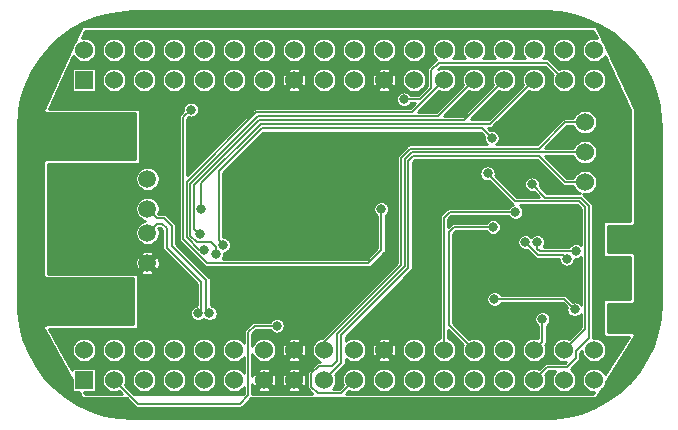
<source format=gbr>
G04 #@! TF.GenerationSoftware,KiCad,Pcbnew,(5.1.0-218-ge90452d)*
G04 #@! TF.CreationDate,2019-04-22T23:25:45-07:00*
G04 #@! TF.ProjectId,baconbits,6261636f-6e62-4697-9473-2e6b69636164,rev?*
G04 #@! TF.SameCoordinates,Original*
G04 #@! TF.FileFunction,Copper,L2,Bot*
G04 #@! TF.FilePolarity,Positive*
%FSLAX46Y46*%
G04 Gerber Fmt 4.6, Leading zero omitted, Abs format (unit mm)*
G04 Created by KiCad (PCBNEW (5.1.0-218-ge90452d)) date 2019-04-22 23:25:45*
%MOMM*%
%LPD*%
G04 APERTURE LIST*
%ADD10C,1.524000*%
%ADD11R,1.524000X1.524000*%
%ADD12C,1.501140*%
%ADD13C,2.999740*%
%ADD14C,0.800000*%
%ADD15C,0.152400*%
%ADD16C,0.254000*%
G04 APERTURE END LIST*
D10*
X170091100Y-116433600D03*
X170091100Y-118973600D03*
X167551100Y-116433600D03*
X167551100Y-118973600D03*
X165011100Y-116433600D03*
X165011100Y-118973600D03*
X162471100Y-116433600D03*
X162471100Y-118973600D03*
X159931100Y-116433600D03*
X159931100Y-118973600D03*
X157391100Y-116433600D03*
X157391100Y-118973600D03*
X154851100Y-116433600D03*
X154851100Y-118973600D03*
X152311100Y-116433600D03*
X152311100Y-118973600D03*
X149771100Y-116433600D03*
X149771100Y-118973600D03*
X147231100Y-116433600D03*
X147231100Y-118973600D03*
X144691100Y-116433600D03*
X144691100Y-118973600D03*
X142151100Y-116433600D03*
X142151100Y-118973600D03*
X139611100Y-116433600D03*
X139611100Y-118973600D03*
X137071100Y-116433600D03*
X137071100Y-118973600D03*
X134531100Y-116433600D03*
X134531100Y-118973600D03*
X131991100Y-116433600D03*
X131991100Y-118973600D03*
X129451100Y-116433600D03*
X129451100Y-118973600D03*
X126911100Y-116433600D03*
D11*
X126911100Y-118973600D03*
D10*
X169291000Y-102235000D03*
X169291000Y-99695000D03*
X169291000Y-97155000D03*
D12*
X132265000Y-109071000D03*
X132265000Y-106531000D03*
X132265000Y-104499000D03*
X132265000Y-101959000D03*
D13*
X129598000Y-112119000D03*
X129598000Y-98403000D03*
D10*
X170091100Y-91033600D03*
X170091100Y-93573600D03*
X167551100Y-91033600D03*
X167551100Y-93573600D03*
X165011100Y-91033600D03*
X165011100Y-93573600D03*
X162471100Y-91033600D03*
X162471100Y-93573600D03*
X159931100Y-91033600D03*
X159931100Y-93573600D03*
X157391100Y-91033600D03*
X157391100Y-93573600D03*
X154851100Y-91033600D03*
X154851100Y-93573600D03*
X152311100Y-91033600D03*
X152311100Y-93573600D03*
X149771100Y-91033600D03*
X149771100Y-93573600D03*
X147231100Y-91033600D03*
X147231100Y-93573600D03*
X144691100Y-91033600D03*
X144691100Y-93573600D03*
X142151100Y-91033600D03*
X142151100Y-93573600D03*
X139611100Y-91033600D03*
X139611100Y-93573600D03*
X137071100Y-91033600D03*
X137071100Y-93573600D03*
X134531100Y-91033600D03*
X134531100Y-93573600D03*
X131991100Y-91033600D03*
X131991100Y-93573600D03*
X129451100Y-91033600D03*
X129451100Y-93573600D03*
X126911100Y-91033600D03*
D11*
X126911100Y-93573600D03*
D14*
X133515100Y-110858300D03*
X159550100Y-108623100D03*
X135921710Y-99070217D03*
X136499600Y-100266500D03*
X138531600Y-112153700D03*
X138366500Y-96989900D03*
X160083500Y-109855000D03*
X163690300Y-103060500D03*
X142989300Y-103390700D03*
X140590000Y-105240000D03*
X139312600Y-105240000D03*
X140590000Y-103940000D03*
X139312600Y-103940000D03*
X170383200Y-108673900D03*
X159302500Y-111734600D03*
X156362400Y-114833400D03*
X151015700Y-113931700D03*
X167538400Y-110147100D03*
X168224200Y-111480600D03*
X167347900Y-106629200D03*
X163215215Y-105697080D03*
X163144200Y-107051252D03*
X163703000Y-101727000D03*
X164287200Y-98475800D03*
X159054800Y-101752400D03*
X159842200Y-98475800D03*
X155473400Y-98526600D03*
X160909000Y-114077790D03*
X165227000Y-109865000D03*
X163977000Y-109865000D03*
X163977000Y-111115000D03*
X165227000Y-111115000D03*
X162534600Y-114046004D03*
X152069800Y-104508300D03*
X135940800Y-96088200D03*
X138696700Y-107543600D03*
X161417000Y-98475802D03*
X137083796Y-107950006D03*
X138087100Y-108318280D03*
X136676776Y-106661614D03*
X136836143Y-104508272D03*
X154000200Y-95224600D03*
X161061400Y-101498400D03*
X165709600Y-113817400D03*
X161544000Y-106032300D03*
X163427420Y-104768610D03*
X136543000Y-113343453D03*
X137523000Y-113343453D03*
X164820600Y-102412800D03*
X172377100Y-114033300D03*
X171615100Y-114033300D03*
X172377100Y-112890300D03*
X171615100Y-112890300D03*
X174155100Y-114541300D03*
X174917100Y-114541300D03*
X174917100Y-113779300D03*
X174155100Y-113779300D03*
X174155100Y-111874300D03*
X174917100Y-111874300D03*
X174917100Y-111112300D03*
X174155100Y-111112300D03*
X174917100Y-109461300D03*
X174155100Y-109461300D03*
X174917100Y-108699300D03*
X174155100Y-108699300D03*
X174917100Y-106921300D03*
X174155100Y-106921300D03*
X174917100Y-106159300D03*
X174155100Y-106159300D03*
X172377100Y-107810300D03*
X171615100Y-107810300D03*
X172377100Y-106667300D03*
X171615100Y-106667300D03*
X165280830Y-107307310D03*
X168529000Y-108077000D03*
X164261800Y-107315000D03*
X167767000Y-108712000D03*
X168427400Y-113004600D03*
X161645600Y-112141000D03*
X143217900Y-114388900D03*
D15*
X135940800Y-96088200D02*
X135293100Y-96735900D01*
X135293100Y-96735900D02*
X135293100Y-107048300D01*
X135293100Y-107048300D02*
X137325100Y-109080300D01*
X137325100Y-109080300D02*
X150977600Y-109080300D01*
X150977600Y-109080300D02*
X152082500Y-107975400D01*
X152082500Y-107975400D02*
X152082500Y-104521000D01*
X152082500Y-104521000D02*
X152069800Y-104508300D01*
X138296701Y-107143601D02*
X138696700Y-107543600D01*
X138296701Y-101326899D02*
X138296701Y-107143601D01*
X160629598Y-97688400D02*
X141935200Y-97688400D01*
X161417000Y-98475802D02*
X160629598Y-97688400D01*
X141935200Y-97688400D02*
X138296701Y-101326899D01*
X141487087Y-96334579D02*
X135597911Y-102223755D01*
X154630121Y-96334579D02*
X141487087Y-96334579D01*
X135597911Y-106902804D02*
X136645113Y-107950006D01*
X157391100Y-93573600D02*
X154630121Y-96334579D01*
X136645113Y-107950006D02*
X137083796Y-107950006D01*
X135597911Y-102223755D02*
X135597911Y-106902804D01*
X138087100Y-107752595D02*
X138087100Y-108318280D01*
X135902722Y-106776549D02*
X136447577Y-107321404D01*
X135902722Y-102350011D02*
X135902722Y-106776549D01*
X141613343Y-96639390D02*
X135902722Y-102350011D01*
X156865310Y-96639390D02*
X141613343Y-96639390D01*
X159931100Y-93573600D02*
X156865310Y-96639390D01*
X136447577Y-107321404D02*
X137655909Y-107321404D01*
X137655909Y-107321404D02*
X138087100Y-107752595D01*
X136276777Y-106261615D02*
X136676776Y-106661614D01*
X159092900Y-96951800D02*
X141732000Y-96951800D01*
X162471100Y-93573600D02*
X159092900Y-96951800D01*
X136207533Y-102476267D02*
X136207533Y-106192371D01*
X136207533Y-106192371D02*
X136276777Y-106261615D01*
X141732000Y-96951800D02*
X136207533Y-102476267D01*
X165011100Y-93573600D02*
X161302700Y-97282000D01*
X136836143Y-102304857D02*
X136836143Y-103942587D01*
X136836143Y-103942587D02*
X136836143Y-104508272D01*
X161302700Y-97282000D02*
X141859000Y-97282000D01*
X141859000Y-97282000D02*
X136836143Y-102304857D01*
X149009101Y-119735599D02*
X149771100Y-118973600D01*
X146799300Y-117779800D02*
X146151600Y-118427500D01*
X154051011Y-109372389D02*
X148310600Y-115112800D01*
X154647166Y-99695000D02*
X154051011Y-100291155D01*
X148310600Y-115112800D02*
X148310600Y-117348000D01*
X148666200Y-120078500D02*
X149009101Y-119735599D01*
X148310600Y-117348000D02*
X147878800Y-117779800D01*
X146672300Y-120078500D02*
X148666200Y-120078500D01*
X146151600Y-119557800D02*
X146672300Y-120078500D01*
X146151600Y-118427500D02*
X146151600Y-119557800D01*
X169291000Y-99695000D02*
X154647166Y-99695000D01*
X147878800Y-117779800D02*
X146799300Y-117779800D01*
X154051011Y-100291155D02*
X154051011Y-109372389D01*
X169291000Y-102235000D02*
X167614600Y-102235000D01*
X167614600Y-102235000D02*
X165379422Y-99999822D01*
X165379422Y-99999822D02*
X154773410Y-99999822D01*
X154773410Y-99999822D02*
X154355822Y-100417410D01*
X154355822Y-100417410D02*
X154355822Y-109498644D01*
X148691600Y-115162866D02*
X148691600Y-117513100D01*
X154355822Y-109498644D02*
X148691600Y-115162866D01*
X148691600Y-117513100D02*
X147993099Y-118211601D01*
X147993099Y-118211601D02*
X147231100Y-118973600D01*
X154520900Y-99390200D02*
X165404800Y-99390200D01*
X147231100Y-115735100D02*
X153746200Y-109220000D01*
X147231100Y-116433600D02*
X147231100Y-115735100D01*
X165404800Y-99390200D02*
X167640000Y-97155000D01*
X153746200Y-109220000D02*
X153746200Y-100164900D01*
X153746200Y-100164900D02*
X154520900Y-99390200D01*
X167640000Y-97155000D02*
X169291000Y-97155000D01*
X154000200Y-95224600D02*
X154051000Y-95173800D01*
X154051000Y-95173800D02*
X155321000Y-95173800D01*
X155321000Y-95173800D02*
X156273500Y-94221300D01*
X156273500Y-94221300D02*
X156273500Y-92773500D01*
X156933900Y-92113100D02*
X166090600Y-92113100D01*
X166090600Y-92113100D02*
X166789101Y-92811601D01*
X156273500Y-92773500D02*
X156933900Y-92113100D01*
X166789101Y-92811601D02*
X167551100Y-93573600D01*
X168821100Y-103847900D02*
X163410900Y-103847900D01*
X169329100Y-114655600D02*
X169329100Y-104355900D01*
X169329100Y-104355900D02*
X168821100Y-103847900D01*
X167551100Y-116433600D02*
X169329100Y-114655600D01*
X161461399Y-101898399D02*
X161061400Y-101498400D01*
X163410900Y-103847900D02*
X161461399Y-101898399D01*
X165709600Y-113817400D02*
X165709600Y-115735100D01*
X165709600Y-115735100D02*
X165011100Y-116433600D01*
X159931100Y-116433600D02*
X157784800Y-114287300D01*
X157784800Y-114287300D02*
X157784800Y-106464100D01*
X157784800Y-106464100D02*
X158216600Y-106032300D01*
X158216600Y-106032300D02*
X161544000Y-106032300D01*
X157391100Y-116433600D02*
X157391100Y-105232200D01*
X157854690Y-104768610D02*
X162861735Y-104768610D01*
X157391100Y-105232200D02*
X157854690Y-104768610D01*
X162861735Y-104768610D02*
X163427420Y-104768610D01*
X133883400Y-106139690D02*
X133883400Y-107790690D01*
X136804400Y-113082053D02*
X136543000Y-113343453D01*
X133052400Y-105743600D02*
X133487310Y-105743600D01*
X132265000Y-106531000D02*
X133052400Y-105743600D01*
X133487310Y-105743600D02*
X133883400Y-106139690D01*
X136804400Y-110711690D02*
X136804400Y-113082053D01*
X133883400Y-107790690D02*
X136804400Y-110711690D01*
X134340600Y-105950310D02*
X134340600Y-107601310D01*
X137261600Y-110522310D02*
X137261600Y-113082053D01*
X134340600Y-107601310D02*
X137261600Y-110522310D01*
X133052400Y-105286400D02*
X133676690Y-105286400D01*
X132265000Y-104499000D02*
X133052400Y-105286400D01*
X137261600Y-113082053D02*
X137523000Y-113343453D01*
X133676690Y-105286400D02*
X134340600Y-105950310D01*
X167805100Y-117881400D02*
X166103300Y-117881400D01*
X169633910Y-104229644D02*
X169633910Y-115424700D01*
X169633910Y-115424700D02*
X168541701Y-116516909D01*
X168541701Y-116516909D02*
X168541701Y-117144799D01*
X168541701Y-117144799D02*
X167805100Y-117881400D01*
X165950889Y-103543089D02*
X168948100Y-103543089D01*
X168948100Y-103543089D02*
X168948100Y-103543834D01*
X168948100Y-103543834D02*
X169633910Y-104229644D01*
X164820600Y-102412800D02*
X165950889Y-103543089D01*
X166103300Y-117881400D02*
X165011100Y-118973600D01*
X168529000Y-108077000D02*
X165481000Y-108077000D01*
X165481000Y-108077000D02*
X165280830Y-107876830D01*
X165280830Y-107876830D02*
X165280830Y-107307310D01*
X167767000Y-108712000D02*
X167462200Y-108407200D01*
X165354000Y-108407200D02*
X164661799Y-107714999D01*
X164661799Y-107714999D02*
X164261800Y-107315000D01*
X167462200Y-108407200D02*
X165354000Y-108407200D01*
X167563800Y-112141000D02*
X168027401Y-112604601D01*
X161645600Y-112141000D02*
X167563800Y-112141000D01*
X168027401Y-112604601D02*
X168427400Y-113004600D01*
X143217900Y-114388900D02*
X141338300Y-114388900D01*
X141338300Y-114388900D02*
X140804900Y-114922300D01*
X140804900Y-114922300D02*
X140804900Y-120256300D01*
X140804900Y-120256300D02*
X140068300Y-120992900D01*
X140068300Y-120992900D02*
X131470400Y-120992900D01*
X131470400Y-120992900D02*
X130213099Y-119735599D01*
X130213099Y-119735599D02*
X129451100Y-118973600D01*
D16*
G36*
X170295683Y-90012492D02*
G01*
X170193669Y-89992200D01*
X169988531Y-89992200D01*
X169787335Y-90032220D01*
X169597812Y-90110723D01*
X169427246Y-90224692D01*
X169282192Y-90369746D01*
X169168223Y-90540312D01*
X169089720Y-90729835D01*
X169049700Y-90931031D01*
X169049700Y-91136169D01*
X169089720Y-91337365D01*
X169168223Y-91526888D01*
X169282192Y-91697454D01*
X169427246Y-91842508D01*
X169597812Y-91956477D01*
X169787335Y-92034980D01*
X169988531Y-92075000D01*
X170193669Y-92075000D01*
X170394865Y-92034980D01*
X170584388Y-91956477D01*
X170754954Y-91842508D01*
X170900008Y-91697454D01*
X171003826Y-91542080D01*
X173139100Y-96154272D01*
X173139100Y-105524300D01*
X170980100Y-105524300D01*
X170955324Y-105526740D01*
X170931499Y-105533967D01*
X170909543Y-105545703D01*
X170890297Y-105561497D01*
X170874503Y-105580743D01*
X170862767Y-105602699D01*
X170855540Y-105626524D01*
X170853100Y-105651300D01*
X170853100Y-108445300D01*
X170855540Y-108470076D01*
X170862767Y-108493901D01*
X170874503Y-108515857D01*
X170890297Y-108535103D01*
X170909543Y-108550897D01*
X170931499Y-108562633D01*
X170955324Y-108569860D01*
X170980100Y-108572300D01*
X173139100Y-108572300D01*
X173139100Y-112128300D01*
X170980100Y-112128300D01*
X170955324Y-112130740D01*
X170931499Y-112137967D01*
X170909543Y-112149703D01*
X170890297Y-112165497D01*
X170874503Y-112184743D01*
X170862767Y-112206699D01*
X170855540Y-112230524D01*
X170853100Y-112255300D01*
X170853100Y-115176300D01*
X170855540Y-115201076D01*
X170862767Y-115224901D01*
X170874503Y-115246857D01*
X170890297Y-115266103D01*
X170909543Y-115281897D01*
X170931499Y-115293633D01*
X170955324Y-115300860D01*
X170980100Y-115303300D01*
X173036960Y-115303300D01*
X171028864Y-118516253D01*
X171013977Y-118480312D01*
X170900008Y-118309746D01*
X170754954Y-118164692D01*
X170584388Y-118050723D01*
X170394865Y-117972220D01*
X170193669Y-117932200D01*
X169988531Y-117932200D01*
X169787335Y-117972220D01*
X169597812Y-118050723D01*
X169427246Y-118164692D01*
X169282192Y-118309746D01*
X169168223Y-118480312D01*
X169089720Y-118669835D01*
X169049700Y-118871031D01*
X169049700Y-119076169D01*
X169089720Y-119277365D01*
X169168223Y-119466888D01*
X169282192Y-119637454D01*
X169427246Y-119782508D01*
X169597812Y-119896477D01*
X169787335Y-119974980D01*
X169988531Y-120015000D01*
X170092148Y-120015000D01*
X170020710Y-120129300D01*
X149118294Y-120129300D01*
X149272896Y-119974699D01*
X149272905Y-119974688D01*
X149329646Y-119917947D01*
X149467335Y-119974980D01*
X149668531Y-120015000D01*
X149873669Y-120015000D01*
X150074865Y-119974980D01*
X150264388Y-119896477D01*
X150434954Y-119782508D01*
X150580008Y-119637454D01*
X150693977Y-119466888D01*
X150772480Y-119277365D01*
X150812500Y-119076169D01*
X150812500Y-118871031D01*
X151269700Y-118871031D01*
X151269700Y-119076169D01*
X151309720Y-119277365D01*
X151388223Y-119466888D01*
X151502192Y-119637454D01*
X151647246Y-119782508D01*
X151817812Y-119896477D01*
X152007335Y-119974980D01*
X152208531Y-120015000D01*
X152413669Y-120015000D01*
X152614865Y-119974980D01*
X152804388Y-119896477D01*
X152974954Y-119782508D01*
X153120008Y-119637454D01*
X153233977Y-119466888D01*
X153312480Y-119277365D01*
X153352500Y-119076169D01*
X153352500Y-118871031D01*
X153809700Y-118871031D01*
X153809700Y-119076169D01*
X153849720Y-119277365D01*
X153928223Y-119466888D01*
X154042192Y-119637454D01*
X154187246Y-119782508D01*
X154357812Y-119896477D01*
X154547335Y-119974980D01*
X154748531Y-120015000D01*
X154953669Y-120015000D01*
X155154865Y-119974980D01*
X155344388Y-119896477D01*
X155514954Y-119782508D01*
X155660008Y-119637454D01*
X155773977Y-119466888D01*
X155852480Y-119277365D01*
X155892500Y-119076169D01*
X155892500Y-118871031D01*
X156349700Y-118871031D01*
X156349700Y-119076169D01*
X156389720Y-119277365D01*
X156468223Y-119466888D01*
X156582192Y-119637454D01*
X156727246Y-119782508D01*
X156897812Y-119896477D01*
X157087335Y-119974980D01*
X157288531Y-120015000D01*
X157493669Y-120015000D01*
X157694865Y-119974980D01*
X157884388Y-119896477D01*
X158054954Y-119782508D01*
X158200008Y-119637454D01*
X158313977Y-119466888D01*
X158392480Y-119277365D01*
X158432500Y-119076169D01*
X158432500Y-118871031D01*
X158889700Y-118871031D01*
X158889700Y-119076169D01*
X158929720Y-119277365D01*
X159008223Y-119466888D01*
X159122192Y-119637454D01*
X159267246Y-119782508D01*
X159437812Y-119896477D01*
X159627335Y-119974980D01*
X159828531Y-120015000D01*
X160033669Y-120015000D01*
X160234865Y-119974980D01*
X160424388Y-119896477D01*
X160594954Y-119782508D01*
X160740008Y-119637454D01*
X160853977Y-119466888D01*
X160932480Y-119277365D01*
X160972500Y-119076169D01*
X160972500Y-118871031D01*
X161429700Y-118871031D01*
X161429700Y-119076169D01*
X161469720Y-119277365D01*
X161548223Y-119466888D01*
X161662192Y-119637454D01*
X161807246Y-119782508D01*
X161977812Y-119896477D01*
X162167335Y-119974980D01*
X162368531Y-120015000D01*
X162573669Y-120015000D01*
X162774865Y-119974980D01*
X162964388Y-119896477D01*
X163134954Y-119782508D01*
X163280008Y-119637454D01*
X163393977Y-119466888D01*
X163472480Y-119277365D01*
X163512500Y-119076169D01*
X163512500Y-118871031D01*
X163472480Y-118669835D01*
X163393977Y-118480312D01*
X163280008Y-118309746D01*
X163134954Y-118164692D01*
X162964388Y-118050723D01*
X162774865Y-117972220D01*
X162573669Y-117932200D01*
X162368531Y-117932200D01*
X162167335Y-117972220D01*
X161977812Y-118050723D01*
X161807246Y-118164692D01*
X161662192Y-118309746D01*
X161548223Y-118480312D01*
X161469720Y-118669835D01*
X161429700Y-118871031D01*
X160972500Y-118871031D01*
X160932480Y-118669835D01*
X160853977Y-118480312D01*
X160740008Y-118309746D01*
X160594954Y-118164692D01*
X160424388Y-118050723D01*
X160234865Y-117972220D01*
X160033669Y-117932200D01*
X159828531Y-117932200D01*
X159627335Y-117972220D01*
X159437812Y-118050723D01*
X159267246Y-118164692D01*
X159122192Y-118309746D01*
X159008223Y-118480312D01*
X158929720Y-118669835D01*
X158889700Y-118871031D01*
X158432500Y-118871031D01*
X158392480Y-118669835D01*
X158313977Y-118480312D01*
X158200008Y-118309746D01*
X158054954Y-118164692D01*
X157884388Y-118050723D01*
X157694865Y-117972220D01*
X157493669Y-117932200D01*
X157288531Y-117932200D01*
X157087335Y-117972220D01*
X156897812Y-118050723D01*
X156727246Y-118164692D01*
X156582192Y-118309746D01*
X156468223Y-118480312D01*
X156389720Y-118669835D01*
X156349700Y-118871031D01*
X155892500Y-118871031D01*
X155852480Y-118669835D01*
X155773977Y-118480312D01*
X155660008Y-118309746D01*
X155514954Y-118164692D01*
X155344388Y-118050723D01*
X155154865Y-117972220D01*
X154953669Y-117932200D01*
X154748531Y-117932200D01*
X154547335Y-117972220D01*
X154357812Y-118050723D01*
X154187246Y-118164692D01*
X154042192Y-118309746D01*
X153928223Y-118480312D01*
X153849720Y-118669835D01*
X153809700Y-118871031D01*
X153352500Y-118871031D01*
X153312480Y-118669835D01*
X153233977Y-118480312D01*
X153120008Y-118309746D01*
X152974954Y-118164692D01*
X152804388Y-118050723D01*
X152614865Y-117972220D01*
X152413669Y-117932200D01*
X152208531Y-117932200D01*
X152007335Y-117972220D01*
X151817812Y-118050723D01*
X151647246Y-118164692D01*
X151502192Y-118309746D01*
X151388223Y-118480312D01*
X151309720Y-118669835D01*
X151269700Y-118871031D01*
X150812500Y-118871031D01*
X150772480Y-118669835D01*
X150693977Y-118480312D01*
X150580008Y-118309746D01*
X150434954Y-118164692D01*
X150264388Y-118050723D01*
X150074865Y-117972220D01*
X149873669Y-117932200D01*
X149668531Y-117932200D01*
X149467335Y-117972220D01*
X149277812Y-118050723D01*
X149107246Y-118164692D01*
X148962192Y-118309746D01*
X148848223Y-118480312D01*
X148769720Y-118669835D01*
X148729700Y-118871031D01*
X148729700Y-119076169D01*
X148769720Y-119277365D01*
X148826753Y-119415054D01*
X148770012Y-119471795D01*
X148770001Y-119471804D01*
X148518906Y-119722900D01*
X147954562Y-119722900D01*
X148040008Y-119637454D01*
X148153977Y-119466888D01*
X148232480Y-119277365D01*
X148272500Y-119076169D01*
X148272500Y-118871031D01*
X148232480Y-118669835D01*
X148175448Y-118532147D01*
X148256894Y-118450701D01*
X148256903Y-118450690D01*
X148930700Y-117776894D01*
X148944263Y-117765763D01*
X148988701Y-117711616D01*
X149021721Y-117649840D01*
X149042054Y-117582810D01*
X149047200Y-117530563D01*
X149047200Y-117530555D01*
X149048919Y-117513100D01*
X149047200Y-117495645D01*
X149047200Y-117182462D01*
X149107246Y-117242508D01*
X149277812Y-117356477D01*
X149467335Y-117434980D01*
X149668531Y-117475000D01*
X149873669Y-117475000D01*
X150074865Y-117434980D01*
X150264388Y-117356477D01*
X150434954Y-117242508D01*
X150469371Y-117208091D01*
X151716214Y-117208091D01*
X151803310Y-117348578D01*
X151991571Y-117430062D01*
X152192111Y-117473252D01*
X152397223Y-117476489D01*
X152599025Y-117439649D01*
X152789763Y-117364147D01*
X152818890Y-117348578D01*
X152905986Y-117208091D01*
X152311100Y-116613205D01*
X151716214Y-117208091D01*
X150469371Y-117208091D01*
X150580008Y-117097454D01*
X150693977Y-116926888D01*
X150772480Y-116737365D01*
X150812500Y-116536169D01*
X150812500Y-116519723D01*
X151268211Y-116519723D01*
X151305051Y-116721525D01*
X151380553Y-116912263D01*
X151396122Y-116941390D01*
X151536609Y-117028486D01*
X152131495Y-116433600D01*
X152490705Y-116433600D01*
X153085591Y-117028486D01*
X153226078Y-116941390D01*
X153307562Y-116753129D01*
X153350752Y-116552589D01*
X153353989Y-116347477D01*
X153350987Y-116331031D01*
X153809700Y-116331031D01*
X153809700Y-116536169D01*
X153849720Y-116737365D01*
X153928223Y-116926888D01*
X154042192Y-117097454D01*
X154187246Y-117242508D01*
X154357812Y-117356477D01*
X154547335Y-117434980D01*
X154748531Y-117475000D01*
X154953669Y-117475000D01*
X155154865Y-117434980D01*
X155344388Y-117356477D01*
X155514954Y-117242508D01*
X155660008Y-117097454D01*
X155773977Y-116926888D01*
X155852480Y-116737365D01*
X155892500Y-116536169D01*
X155892500Y-116331031D01*
X155852480Y-116129835D01*
X155773977Y-115940312D01*
X155660008Y-115769746D01*
X155514954Y-115624692D01*
X155344388Y-115510723D01*
X155154865Y-115432220D01*
X154953669Y-115392200D01*
X154748531Y-115392200D01*
X154547335Y-115432220D01*
X154357812Y-115510723D01*
X154187246Y-115624692D01*
X154042192Y-115769746D01*
X153928223Y-115940312D01*
X153849720Y-116129835D01*
X153809700Y-116331031D01*
X153350987Y-116331031D01*
X153317149Y-116145675D01*
X153241647Y-115954937D01*
X153226078Y-115925810D01*
X153085591Y-115838714D01*
X152490705Y-116433600D01*
X152131495Y-116433600D01*
X151536609Y-115838714D01*
X151396122Y-115925810D01*
X151314638Y-116114071D01*
X151271448Y-116314611D01*
X151268211Y-116519723D01*
X150812500Y-116519723D01*
X150812500Y-116331031D01*
X150772480Y-116129835D01*
X150693977Y-115940312D01*
X150580008Y-115769746D01*
X150469371Y-115659109D01*
X151716214Y-115659109D01*
X152311100Y-116253995D01*
X152905986Y-115659109D01*
X152818890Y-115518622D01*
X152630629Y-115437138D01*
X152430089Y-115393948D01*
X152224977Y-115390711D01*
X152023175Y-115427551D01*
X151832437Y-115503053D01*
X151803310Y-115518622D01*
X151716214Y-115659109D01*
X150469371Y-115659109D01*
X150434954Y-115624692D01*
X150264388Y-115510723D01*
X150074865Y-115432220D01*
X149873669Y-115392200D01*
X149668531Y-115392200D01*
X149467335Y-115432220D01*
X149277812Y-115510723D01*
X149107246Y-115624692D01*
X149047200Y-115684738D01*
X149047200Y-115310159D01*
X154594922Y-109762438D01*
X154608485Y-109751307D01*
X154652923Y-109697160D01*
X154685943Y-109635384D01*
X154706276Y-109568354D01*
X154711422Y-109516107D01*
X154711422Y-109516099D01*
X154713141Y-109498644D01*
X154711422Y-109481189D01*
X154711422Y-100564703D01*
X154920704Y-100355422D01*
X165232129Y-100355422D01*
X167350806Y-102474100D01*
X167361937Y-102487663D01*
X167416084Y-102532101D01*
X167477860Y-102565121D01*
X167507820Y-102574209D01*
X167544889Y-102585454D01*
X167551787Y-102586133D01*
X167597137Y-102590600D01*
X167597144Y-102590600D01*
X167614599Y-102592319D01*
X167632055Y-102590600D01*
X168311091Y-102590600D01*
X168368123Y-102728288D01*
X168482092Y-102898854D01*
X168627146Y-103043908D01*
X168797712Y-103157877D01*
X168869202Y-103187489D01*
X166098183Y-103187489D01*
X165481818Y-102571124D01*
X165500000Y-102479715D01*
X165500000Y-102345885D01*
X165473891Y-102214626D01*
X165422676Y-102090984D01*
X165348324Y-101979708D01*
X165253692Y-101885076D01*
X165142416Y-101810724D01*
X165018774Y-101759509D01*
X164887515Y-101733400D01*
X164753685Y-101733400D01*
X164622426Y-101759509D01*
X164498784Y-101810724D01*
X164387508Y-101885076D01*
X164292876Y-101979708D01*
X164218524Y-102090984D01*
X164167309Y-102214626D01*
X164141200Y-102345885D01*
X164141200Y-102479715D01*
X164167309Y-102610974D01*
X164218524Y-102734616D01*
X164292876Y-102845892D01*
X164387508Y-102940524D01*
X164498784Y-103014876D01*
X164622426Y-103066091D01*
X164753685Y-103092200D01*
X164887515Y-103092200D01*
X164978924Y-103074018D01*
X165397206Y-103492300D01*
X163558194Y-103492300D01*
X161725199Y-101659306D01*
X161725194Y-101659300D01*
X161722618Y-101656724D01*
X161740800Y-101565315D01*
X161740800Y-101431485D01*
X161714691Y-101300226D01*
X161663476Y-101176584D01*
X161589124Y-101065308D01*
X161494492Y-100970676D01*
X161383216Y-100896324D01*
X161259574Y-100845109D01*
X161128315Y-100819000D01*
X160994485Y-100819000D01*
X160863226Y-100845109D01*
X160739584Y-100896324D01*
X160628308Y-100970676D01*
X160533676Y-101065308D01*
X160459324Y-101176584D01*
X160408109Y-101300226D01*
X160382000Y-101431485D01*
X160382000Y-101565315D01*
X160408109Y-101696574D01*
X160459324Y-101820216D01*
X160533676Y-101931492D01*
X160628308Y-102026124D01*
X160739584Y-102100476D01*
X160863226Y-102151691D01*
X160994485Y-102177800D01*
X161128315Y-102177800D01*
X161219724Y-102159618D01*
X161222300Y-102162194D01*
X161222306Y-102162199D01*
X163147104Y-104086998D01*
X163158237Y-104100563D01*
X163194004Y-104129917D01*
X163105604Y-104166534D01*
X162994328Y-104240886D01*
X162899696Y-104335518D01*
X162847918Y-104413010D01*
X157872142Y-104413010D01*
X157854689Y-104411291D01*
X157837236Y-104413010D01*
X157837227Y-104413010D01*
X157784980Y-104418156D01*
X157717950Y-104438489D01*
X157656174Y-104471509D01*
X157656172Y-104471510D01*
X157656173Y-104471510D01*
X157615590Y-104504815D01*
X157615585Y-104504820D01*
X157602027Y-104515947D01*
X157590900Y-104529505D01*
X157152001Y-104968406D01*
X157138438Y-104979537D01*
X157094000Y-105033684D01*
X157086722Y-105047301D01*
X157060980Y-105095459D01*
X157040646Y-105162490D01*
X157033781Y-105232200D01*
X157035501Y-105249666D01*
X157035500Y-115453691D01*
X156897812Y-115510723D01*
X156727246Y-115624692D01*
X156582192Y-115769746D01*
X156468223Y-115940312D01*
X156389720Y-116129835D01*
X156349700Y-116331031D01*
X156349700Y-116536169D01*
X156389720Y-116737365D01*
X156468223Y-116926888D01*
X156582192Y-117097454D01*
X156727246Y-117242508D01*
X156897812Y-117356477D01*
X157087335Y-117434980D01*
X157288531Y-117475000D01*
X157493669Y-117475000D01*
X157694865Y-117434980D01*
X157884388Y-117356477D01*
X158054954Y-117242508D01*
X158200008Y-117097454D01*
X158313977Y-116926888D01*
X158392480Y-116737365D01*
X158432500Y-116536169D01*
X158432500Y-116331031D01*
X158392480Y-116129835D01*
X158313977Y-115940312D01*
X158200008Y-115769746D01*
X158054954Y-115624692D01*
X157884388Y-115510723D01*
X157746700Y-115453691D01*
X157746700Y-114752093D01*
X158986753Y-115992146D01*
X158929720Y-116129835D01*
X158889700Y-116331031D01*
X158889700Y-116536169D01*
X158929720Y-116737365D01*
X159008223Y-116926888D01*
X159122192Y-117097454D01*
X159267246Y-117242508D01*
X159437812Y-117356477D01*
X159627335Y-117434980D01*
X159828531Y-117475000D01*
X160033669Y-117475000D01*
X160234865Y-117434980D01*
X160424388Y-117356477D01*
X160594954Y-117242508D01*
X160740008Y-117097454D01*
X160853977Y-116926888D01*
X160932480Y-116737365D01*
X160972500Y-116536169D01*
X160972500Y-116331031D01*
X161429700Y-116331031D01*
X161429700Y-116536169D01*
X161469720Y-116737365D01*
X161548223Y-116926888D01*
X161662192Y-117097454D01*
X161807246Y-117242508D01*
X161977812Y-117356477D01*
X162167335Y-117434980D01*
X162368531Y-117475000D01*
X162573669Y-117475000D01*
X162774865Y-117434980D01*
X162964388Y-117356477D01*
X163134954Y-117242508D01*
X163280008Y-117097454D01*
X163393977Y-116926888D01*
X163472480Y-116737365D01*
X163512500Y-116536169D01*
X163512500Y-116331031D01*
X163969700Y-116331031D01*
X163969700Y-116536169D01*
X164009720Y-116737365D01*
X164088223Y-116926888D01*
X164202192Y-117097454D01*
X164347246Y-117242508D01*
X164517812Y-117356477D01*
X164707335Y-117434980D01*
X164908531Y-117475000D01*
X165113669Y-117475000D01*
X165314865Y-117434980D01*
X165504388Y-117356477D01*
X165674954Y-117242508D01*
X165820008Y-117097454D01*
X165933977Y-116926888D01*
X166012480Y-116737365D01*
X166052500Y-116536169D01*
X166052500Y-116331031D01*
X166012480Y-116129835D01*
X165955822Y-115993049D01*
X165962263Y-115987763D01*
X165973390Y-115974205D01*
X165973395Y-115974200D01*
X166006700Y-115933617D01*
X166006702Y-115933615D01*
X166039721Y-115871840D01*
X166060054Y-115804810D01*
X166065200Y-115752563D01*
X166065200Y-115752556D01*
X166066919Y-115735101D01*
X166065200Y-115717646D01*
X166065200Y-114396902D01*
X166142692Y-114345124D01*
X166237324Y-114250492D01*
X166311676Y-114139216D01*
X166362891Y-114015574D01*
X166389000Y-113884315D01*
X166389000Y-113750485D01*
X166362891Y-113619226D01*
X166311676Y-113495584D01*
X166237324Y-113384308D01*
X166142692Y-113289676D01*
X166031416Y-113215324D01*
X165907774Y-113164109D01*
X165776515Y-113138000D01*
X165642685Y-113138000D01*
X165511426Y-113164109D01*
X165387784Y-113215324D01*
X165276508Y-113289676D01*
X165181876Y-113384308D01*
X165107524Y-113495584D01*
X165056309Y-113619226D01*
X165030200Y-113750485D01*
X165030200Y-113884315D01*
X165056309Y-114015574D01*
X165107524Y-114139216D01*
X165181876Y-114250492D01*
X165276508Y-114345124D01*
X165354000Y-114396903D01*
X165354001Y-115448431D01*
X165314865Y-115432220D01*
X165113669Y-115392200D01*
X164908531Y-115392200D01*
X164707335Y-115432220D01*
X164517812Y-115510723D01*
X164347246Y-115624692D01*
X164202192Y-115769746D01*
X164088223Y-115940312D01*
X164009720Y-116129835D01*
X163969700Y-116331031D01*
X163512500Y-116331031D01*
X163472480Y-116129835D01*
X163393977Y-115940312D01*
X163280008Y-115769746D01*
X163134954Y-115624692D01*
X162964388Y-115510723D01*
X162774865Y-115432220D01*
X162573669Y-115392200D01*
X162368531Y-115392200D01*
X162167335Y-115432220D01*
X161977812Y-115510723D01*
X161807246Y-115624692D01*
X161662192Y-115769746D01*
X161548223Y-115940312D01*
X161469720Y-116129835D01*
X161429700Y-116331031D01*
X160972500Y-116331031D01*
X160932480Y-116129835D01*
X160853977Y-115940312D01*
X160740008Y-115769746D01*
X160594954Y-115624692D01*
X160424388Y-115510723D01*
X160234865Y-115432220D01*
X160033669Y-115392200D01*
X159828531Y-115392200D01*
X159627335Y-115432220D01*
X159489646Y-115489253D01*
X158140400Y-114140007D01*
X158140400Y-106611394D01*
X158363894Y-106387900D01*
X160964498Y-106387900D01*
X161016276Y-106465392D01*
X161110908Y-106560024D01*
X161222184Y-106634376D01*
X161345826Y-106685591D01*
X161477085Y-106711700D01*
X161610915Y-106711700D01*
X161742174Y-106685591D01*
X161865816Y-106634376D01*
X161977092Y-106560024D01*
X162071724Y-106465392D01*
X162146076Y-106354116D01*
X162197291Y-106230474D01*
X162223400Y-106099215D01*
X162223400Y-105965385D01*
X162197291Y-105834126D01*
X162146076Y-105710484D01*
X162071724Y-105599208D01*
X161977092Y-105504576D01*
X161865816Y-105430224D01*
X161742174Y-105379009D01*
X161610915Y-105352900D01*
X161477085Y-105352900D01*
X161345826Y-105379009D01*
X161222184Y-105430224D01*
X161110908Y-105504576D01*
X161016276Y-105599208D01*
X160964498Y-105676700D01*
X158234052Y-105676700D01*
X158216599Y-105674981D01*
X158199146Y-105676700D01*
X158199137Y-105676700D01*
X158146890Y-105681846D01*
X158079860Y-105702179D01*
X158018084Y-105735199D01*
X158018082Y-105735200D01*
X158018083Y-105735200D01*
X157977500Y-105768505D01*
X157977495Y-105768510D01*
X157963937Y-105779637D01*
X157952810Y-105793195D01*
X157746700Y-105999306D01*
X157746700Y-105379493D01*
X158001985Y-105124210D01*
X162847918Y-105124210D01*
X162899696Y-105201702D01*
X162994328Y-105296334D01*
X163105604Y-105370686D01*
X163229246Y-105421901D01*
X163360505Y-105448010D01*
X163494335Y-105448010D01*
X163625594Y-105421901D01*
X163749236Y-105370686D01*
X163860512Y-105296334D01*
X163955144Y-105201702D01*
X164029496Y-105090426D01*
X164080711Y-104966784D01*
X164106820Y-104835525D01*
X164106820Y-104701695D01*
X164080711Y-104570436D01*
X164029496Y-104446794D01*
X163955144Y-104335518D01*
X163860512Y-104240886D01*
X163804560Y-104203500D01*
X168673807Y-104203500D01*
X168973501Y-104503196D01*
X168973501Y-107560685D01*
X168962092Y-107549276D01*
X168850816Y-107474924D01*
X168727174Y-107423709D01*
X168595915Y-107397600D01*
X168462085Y-107397600D01*
X168330826Y-107423709D01*
X168207184Y-107474924D01*
X168095908Y-107549276D01*
X168001276Y-107643908D01*
X167949498Y-107721400D01*
X165821251Y-107721400D01*
X165882906Y-107629126D01*
X165934121Y-107505484D01*
X165960230Y-107374225D01*
X165960230Y-107240395D01*
X165934121Y-107109136D01*
X165882906Y-106985494D01*
X165808554Y-106874218D01*
X165713922Y-106779586D01*
X165602646Y-106705234D01*
X165479004Y-106654019D01*
X165347745Y-106627910D01*
X165213915Y-106627910D01*
X165082656Y-106654019D01*
X164959014Y-106705234D01*
X164847738Y-106779586D01*
X164767470Y-106859854D01*
X164694892Y-106787276D01*
X164583616Y-106712924D01*
X164459974Y-106661709D01*
X164328715Y-106635600D01*
X164194885Y-106635600D01*
X164063626Y-106661709D01*
X163939984Y-106712924D01*
X163828708Y-106787276D01*
X163734076Y-106881908D01*
X163659724Y-106993184D01*
X163608509Y-107116826D01*
X163582400Y-107248085D01*
X163582400Y-107381915D01*
X163608509Y-107513174D01*
X163659724Y-107636816D01*
X163734076Y-107748092D01*
X163828708Y-107842724D01*
X163939984Y-107917076D01*
X164063626Y-107968291D01*
X164194885Y-107994400D01*
X164328715Y-107994400D01*
X164420124Y-107976218D01*
X164422700Y-107978794D01*
X164422705Y-107978798D01*
X165090204Y-108646298D01*
X165101337Y-108659863D01*
X165155484Y-108704301D01*
X165217260Y-108737321D01*
X165255102Y-108748800D01*
X165284289Y-108757654D01*
X165291187Y-108758333D01*
X165336537Y-108762800D01*
X165336544Y-108762800D01*
X165353999Y-108764519D01*
X165371455Y-108762800D01*
X167087600Y-108762800D01*
X167087600Y-108778915D01*
X167113709Y-108910174D01*
X167164924Y-109033816D01*
X167239276Y-109145092D01*
X167333908Y-109239724D01*
X167445184Y-109314076D01*
X167568826Y-109365291D01*
X167700085Y-109391400D01*
X167833915Y-109391400D01*
X167965174Y-109365291D01*
X168088816Y-109314076D01*
X168200092Y-109239724D01*
X168294724Y-109145092D01*
X168369076Y-109033816D01*
X168420291Y-108910174D01*
X168446400Y-108778915D01*
X168446400Y-108753280D01*
X168462085Y-108756400D01*
X168595915Y-108756400D01*
X168727174Y-108730291D01*
X168850816Y-108679076D01*
X168962092Y-108604724D01*
X168973501Y-108593315D01*
X168973500Y-112599010D01*
X168955124Y-112571508D01*
X168860492Y-112476876D01*
X168749216Y-112402524D01*
X168625574Y-112351309D01*
X168494315Y-112325200D01*
X168360485Y-112325200D01*
X168269076Y-112343382D01*
X167827599Y-111901906D01*
X167816463Y-111888337D01*
X167762316Y-111843899D01*
X167700540Y-111810879D01*
X167633510Y-111790546D01*
X167581263Y-111785400D01*
X167581255Y-111785400D01*
X167563800Y-111783681D01*
X167546345Y-111785400D01*
X162225102Y-111785400D01*
X162173324Y-111707908D01*
X162078692Y-111613276D01*
X161967416Y-111538924D01*
X161843774Y-111487709D01*
X161712515Y-111461600D01*
X161578685Y-111461600D01*
X161447426Y-111487709D01*
X161323784Y-111538924D01*
X161212508Y-111613276D01*
X161117876Y-111707908D01*
X161043524Y-111819184D01*
X160992309Y-111942826D01*
X160966200Y-112074085D01*
X160966200Y-112207915D01*
X160992309Y-112339174D01*
X161043524Y-112462816D01*
X161117876Y-112574092D01*
X161212508Y-112668724D01*
X161323784Y-112743076D01*
X161447426Y-112794291D01*
X161578685Y-112820400D01*
X161712515Y-112820400D01*
X161843774Y-112794291D01*
X161967416Y-112743076D01*
X162078692Y-112668724D01*
X162173324Y-112574092D01*
X162225102Y-112496600D01*
X167416507Y-112496600D01*
X167766182Y-112846276D01*
X167748000Y-112937685D01*
X167748000Y-113071515D01*
X167774109Y-113202774D01*
X167825324Y-113326416D01*
X167899676Y-113437692D01*
X167994308Y-113532324D01*
X168105584Y-113606676D01*
X168229226Y-113657891D01*
X168360485Y-113684000D01*
X168494315Y-113684000D01*
X168625574Y-113657891D01*
X168749216Y-113606676D01*
X168860492Y-113532324D01*
X168955124Y-113437692D01*
X168973500Y-113410190D01*
X168973500Y-114508306D01*
X167992554Y-115489253D01*
X167854865Y-115432220D01*
X167653669Y-115392200D01*
X167448531Y-115392200D01*
X167247335Y-115432220D01*
X167057812Y-115510723D01*
X166887246Y-115624692D01*
X166742192Y-115769746D01*
X166628223Y-115940312D01*
X166549720Y-116129835D01*
X166509700Y-116331031D01*
X166509700Y-116536169D01*
X166549720Y-116737365D01*
X166628223Y-116926888D01*
X166742192Y-117097454D01*
X166887246Y-117242508D01*
X167057812Y-117356477D01*
X167247335Y-117434980D01*
X167448531Y-117475000D01*
X167653669Y-117475000D01*
X167722248Y-117461359D01*
X167657807Y-117525800D01*
X166120755Y-117525800D01*
X166103299Y-117524081D01*
X166085844Y-117525800D01*
X166085837Y-117525800D01*
X166040487Y-117530267D01*
X166033589Y-117530946D01*
X166004402Y-117539800D01*
X165966560Y-117551279D01*
X165904784Y-117584299D01*
X165904782Y-117584300D01*
X165904783Y-117584300D01*
X165864200Y-117617605D01*
X165864195Y-117617610D01*
X165850637Y-117628737D01*
X165839510Y-117642295D01*
X165452553Y-118029252D01*
X165314865Y-117972220D01*
X165113669Y-117932200D01*
X164908531Y-117932200D01*
X164707335Y-117972220D01*
X164517812Y-118050723D01*
X164347246Y-118164692D01*
X164202192Y-118309746D01*
X164088223Y-118480312D01*
X164009720Y-118669835D01*
X163969700Y-118871031D01*
X163969700Y-119076169D01*
X164009720Y-119277365D01*
X164088223Y-119466888D01*
X164202192Y-119637454D01*
X164347246Y-119782508D01*
X164517812Y-119896477D01*
X164707335Y-119974980D01*
X164908531Y-120015000D01*
X165113669Y-120015000D01*
X165314865Y-119974980D01*
X165504388Y-119896477D01*
X165674954Y-119782508D01*
X165820008Y-119637454D01*
X165933977Y-119466888D01*
X166012480Y-119277365D01*
X166052500Y-119076169D01*
X166052500Y-118871031D01*
X166012480Y-118669835D01*
X165955448Y-118532147D01*
X166250595Y-118237000D01*
X166814938Y-118237000D01*
X166742192Y-118309746D01*
X166628223Y-118480312D01*
X166549720Y-118669835D01*
X166509700Y-118871031D01*
X166509700Y-119076169D01*
X166549720Y-119277365D01*
X166628223Y-119466888D01*
X166742192Y-119637454D01*
X166887246Y-119782508D01*
X167057812Y-119896477D01*
X167247335Y-119974980D01*
X167448531Y-120015000D01*
X167653669Y-120015000D01*
X167854865Y-119974980D01*
X168044388Y-119896477D01*
X168214954Y-119782508D01*
X168360008Y-119637454D01*
X168473977Y-119466888D01*
X168552480Y-119277365D01*
X168592500Y-119076169D01*
X168592500Y-118871031D01*
X168552480Y-118669835D01*
X168473977Y-118480312D01*
X168360008Y-118309746D01*
X168214954Y-118164692D01*
X168100906Y-118088487D01*
X168780806Y-117408589D01*
X168794364Y-117397462D01*
X168805491Y-117383904D01*
X168805496Y-117383899D01*
X168838801Y-117343316D01*
X168871821Y-117281541D01*
X168892155Y-117214510D01*
X168897263Y-117162646D01*
X168897301Y-117162262D01*
X168897301Y-117162255D01*
X168899020Y-117144800D01*
X168897301Y-117127344D01*
X168897301Y-116664202D01*
X169049700Y-116511803D01*
X169049700Y-116536169D01*
X169089720Y-116737365D01*
X169168223Y-116926888D01*
X169282192Y-117097454D01*
X169427246Y-117242508D01*
X169597812Y-117356477D01*
X169787335Y-117434980D01*
X169988531Y-117475000D01*
X170193669Y-117475000D01*
X170394865Y-117434980D01*
X170584388Y-117356477D01*
X170754954Y-117242508D01*
X170900008Y-117097454D01*
X171013977Y-116926888D01*
X171092480Y-116737365D01*
X171132500Y-116536169D01*
X171132500Y-116331031D01*
X171092480Y-116129835D01*
X171013977Y-115940312D01*
X170900008Y-115769746D01*
X170754954Y-115624692D01*
X170584388Y-115510723D01*
X170394865Y-115432220D01*
X170193669Y-115392200D01*
X169989510Y-115392200D01*
X169989510Y-104247099D01*
X169991229Y-104229644D01*
X169989510Y-104212189D01*
X169989510Y-104212181D01*
X169984364Y-104159934D01*
X169964031Y-104092904D01*
X169931011Y-104031128D01*
X169904299Y-103998580D01*
X169897705Y-103990545D01*
X169897700Y-103990540D01*
X169886572Y-103976981D01*
X169873014Y-103965854D01*
X169215308Y-103308149D01*
X169200763Y-103290426D01*
X169182150Y-103275151D01*
X169188431Y-103276400D01*
X169393569Y-103276400D01*
X169594765Y-103236380D01*
X169784288Y-103157877D01*
X169954854Y-103043908D01*
X170099908Y-102898854D01*
X170213877Y-102728288D01*
X170292380Y-102538765D01*
X170332400Y-102337569D01*
X170332400Y-102132431D01*
X170292380Y-101931235D01*
X170213877Y-101741712D01*
X170099908Y-101571146D01*
X169954854Y-101426092D01*
X169784288Y-101312123D01*
X169594765Y-101233620D01*
X169393569Y-101193600D01*
X169188431Y-101193600D01*
X168987235Y-101233620D01*
X168797712Y-101312123D01*
X168627146Y-101426092D01*
X168482092Y-101571146D01*
X168368123Y-101741712D01*
X168311091Y-101879400D01*
X167761894Y-101879400D01*
X165933093Y-100050600D01*
X168311091Y-100050600D01*
X168368123Y-100188288D01*
X168482092Y-100358854D01*
X168627146Y-100503908D01*
X168797712Y-100617877D01*
X168987235Y-100696380D01*
X169188431Y-100736400D01*
X169393569Y-100736400D01*
X169594765Y-100696380D01*
X169784288Y-100617877D01*
X169954854Y-100503908D01*
X170099908Y-100358854D01*
X170213877Y-100188288D01*
X170292380Y-99998765D01*
X170332400Y-99797569D01*
X170332400Y-99592431D01*
X170292380Y-99391235D01*
X170213877Y-99201712D01*
X170099908Y-99031146D01*
X169954854Y-98886092D01*
X169784288Y-98772123D01*
X169594765Y-98693620D01*
X169393569Y-98653600D01*
X169188431Y-98653600D01*
X168987235Y-98693620D01*
X168797712Y-98772123D01*
X168627146Y-98886092D01*
X168482092Y-99031146D01*
X168368123Y-99201712D01*
X168311091Y-99339400D01*
X165958493Y-99339400D01*
X167787295Y-97510600D01*
X168311091Y-97510600D01*
X168368123Y-97648288D01*
X168482092Y-97818854D01*
X168627146Y-97963908D01*
X168797712Y-98077877D01*
X168987235Y-98156380D01*
X169188431Y-98196400D01*
X169393569Y-98196400D01*
X169594765Y-98156380D01*
X169784288Y-98077877D01*
X169954854Y-97963908D01*
X170099908Y-97818854D01*
X170213877Y-97648288D01*
X170292380Y-97458765D01*
X170332400Y-97257569D01*
X170332400Y-97052431D01*
X170292380Y-96851235D01*
X170213877Y-96661712D01*
X170099908Y-96491146D01*
X169954854Y-96346092D01*
X169784288Y-96232123D01*
X169594765Y-96153620D01*
X169393569Y-96113600D01*
X169188431Y-96113600D01*
X168987235Y-96153620D01*
X168797712Y-96232123D01*
X168627146Y-96346092D01*
X168482092Y-96491146D01*
X168368123Y-96661712D01*
X168311091Y-96799400D01*
X167657455Y-96799400D01*
X167639999Y-96797681D01*
X167622544Y-96799400D01*
X167622537Y-96799400D01*
X167577187Y-96803867D01*
X167570289Y-96804546D01*
X167566782Y-96805610D01*
X167503260Y-96824879D01*
X167441484Y-96857899D01*
X167441482Y-96857900D01*
X167441483Y-96857900D01*
X167400900Y-96891205D01*
X167400895Y-96891210D01*
X167387337Y-96902337D01*
X167376210Y-96915895D01*
X165257507Y-99034600D01*
X161803586Y-99034600D01*
X161850092Y-99003526D01*
X161944724Y-98908894D01*
X162019076Y-98797618D01*
X162070291Y-98673976D01*
X162096400Y-98542717D01*
X162096400Y-98408887D01*
X162070291Y-98277628D01*
X162019076Y-98153986D01*
X161944724Y-98042710D01*
X161850092Y-97948078D01*
X161738816Y-97873726D01*
X161615174Y-97822511D01*
X161483915Y-97796402D01*
X161350085Y-97796402D01*
X161258676Y-97814584D01*
X161081691Y-97637600D01*
X161285245Y-97637600D01*
X161302700Y-97639319D01*
X161320155Y-97637600D01*
X161320163Y-97637600D01*
X161372410Y-97632454D01*
X161439440Y-97612121D01*
X161501216Y-97579101D01*
X161555363Y-97534663D01*
X161566499Y-97521094D01*
X164569646Y-94517947D01*
X164707335Y-94574980D01*
X164908531Y-94615000D01*
X165113669Y-94615000D01*
X165314865Y-94574980D01*
X165504388Y-94496477D01*
X165674954Y-94382508D01*
X165820008Y-94237454D01*
X165933977Y-94066888D01*
X166012480Y-93877365D01*
X166052500Y-93676169D01*
X166052500Y-93471031D01*
X166012480Y-93269835D01*
X165933977Y-93080312D01*
X165820008Y-92909746D01*
X165674954Y-92764692D01*
X165504388Y-92650723D01*
X165314865Y-92572220D01*
X165113669Y-92532200D01*
X164908531Y-92532200D01*
X164707335Y-92572220D01*
X164517812Y-92650723D01*
X164347246Y-92764692D01*
X164202192Y-92909746D01*
X164088223Y-93080312D01*
X164009720Y-93269835D01*
X163969700Y-93471031D01*
X163969700Y-93676169D01*
X164009720Y-93877365D01*
X164066753Y-94015054D01*
X161155407Y-96926400D01*
X159621193Y-96926400D01*
X162029647Y-94517948D01*
X162167335Y-94574980D01*
X162368531Y-94615000D01*
X162573669Y-94615000D01*
X162774865Y-94574980D01*
X162964388Y-94496477D01*
X163134954Y-94382508D01*
X163280008Y-94237454D01*
X163393977Y-94066888D01*
X163472480Y-93877365D01*
X163512500Y-93676169D01*
X163512500Y-93471031D01*
X163472480Y-93269835D01*
X163393977Y-93080312D01*
X163280008Y-92909746D01*
X163134954Y-92764692D01*
X162964388Y-92650723D01*
X162774865Y-92572220D01*
X162573669Y-92532200D01*
X162368531Y-92532200D01*
X162167335Y-92572220D01*
X161977812Y-92650723D01*
X161807246Y-92764692D01*
X161662192Y-92909746D01*
X161548223Y-93080312D01*
X161469720Y-93269835D01*
X161429700Y-93471031D01*
X161429700Y-93676169D01*
X161469720Y-93877365D01*
X161526752Y-94015053D01*
X158945607Y-96596200D01*
X157411393Y-96596200D01*
X159489646Y-94517947D01*
X159627335Y-94574980D01*
X159828531Y-94615000D01*
X160033669Y-94615000D01*
X160234865Y-94574980D01*
X160424388Y-94496477D01*
X160594954Y-94382508D01*
X160740008Y-94237454D01*
X160853977Y-94066888D01*
X160932480Y-93877365D01*
X160972500Y-93676169D01*
X160972500Y-93471031D01*
X160932480Y-93269835D01*
X160853977Y-93080312D01*
X160740008Y-92909746D01*
X160594954Y-92764692D01*
X160424388Y-92650723D01*
X160234865Y-92572220D01*
X160033669Y-92532200D01*
X159828531Y-92532200D01*
X159627335Y-92572220D01*
X159437812Y-92650723D01*
X159267246Y-92764692D01*
X159122192Y-92909746D01*
X159008223Y-93080312D01*
X158929720Y-93269835D01*
X158889700Y-93471031D01*
X158889700Y-93676169D01*
X158929720Y-93877365D01*
X158986753Y-94015054D01*
X156718017Y-96283790D01*
X155183803Y-96283790D01*
X156949646Y-94517947D01*
X157087335Y-94574980D01*
X157288531Y-94615000D01*
X157493669Y-94615000D01*
X157694865Y-94574980D01*
X157884388Y-94496477D01*
X158054954Y-94382508D01*
X158200008Y-94237454D01*
X158313977Y-94066888D01*
X158392480Y-93877365D01*
X158432500Y-93676169D01*
X158432500Y-93471031D01*
X158392480Y-93269835D01*
X158313977Y-93080312D01*
X158200008Y-92909746D01*
X158054954Y-92764692D01*
X157884388Y-92650723D01*
X157694865Y-92572220D01*
X157493669Y-92532200D01*
X157288531Y-92532200D01*
X157087335Y-92572220D01*
X156900131Y-92649762D01*
X157081194Y-92468700D01*
X165943307Y-92468700D01*
X166550002Y-93075396D01*
X166550007Y-93075400D01*
X166606753Y-93132146D01*
X166549720Y-93269835D01*
X166509700Y-93471031D01*
X166509700Y-93676169D01*
X166549720Y-93877365D01*
X166628223Y-94066888D01*
X166742192Y-94237454D01*
X166887246Y-94382508D01*
X167057812Y-94496477D01*
X167247335Y-94574980D01*
X167448531Y-94615000D01*
X167653669Y-94615000D01*
X167854865Y-94574980D01*
X168044388Y-94496477D01*
X168214954Y-94382508D01*
X168360008Y-94237454D01*
X168473977Y-94066888D01*
X168552480Y-93877365D01*
X168592500Y-93676169D01*
X168592500Y-93471031D01*
X169049700Y-93471031D01*
X169049700Y-93676169D01*
X169089720Y-93877365D01*
X169168223Y-94066888D01*
X169282192Y-94237454D01*
X169427246Y-94382508D01*
X169597812Y-94496477D01*
X169787335Y-94574980D01*
X169988531Y-94615000D01*
X170193669Y-94615000D01*
X170394865Y-94574980D01*
X170584388Y-94496477D01*
X170754954Y-94382508D01*
X170900008Y-94237454D01*
X171013977Y-94066888D01*
X171092480Y-93877365D01*
X171132500Y-93676169D01*
X171132500Y-93471031D01*
X171092480Y-93269835D01*
X171013977Y-93080312D01*
X170900008Y-92909746D01*
X170754954Y-92764692D01*
X170584388Y-92650723D01*
X170394865Y-92572220D01*
X170193669Y-92532200D01*
X169988531Y-92532200D01*
X169787335Y-92572220D01*
X169597812Y-92650723D01*
X169427246Y-92764692D01*
X169282192Y-92909746D01*
X169168223Y-93080312D01*
X169089720Y-93269835D01*
X169049700Y-93471031D01*
X168592500Y-93471031D01*
X168552480Y-93269835D01*
X168473977Y-93080312D01*
X168360008Y-92909746D01*
X168214954Y-92764692D01*
X168044388Y-92650723D01*
X167854865Y-92572220D01*
X167653669Y-92532200D01*
X167448531Y-92532200D01*
X167247335Y-92572220D01*
X167109646Y-92629253D01*
X167052900Y-92572507D01*
X167052896Y-92572502D01*
X166354399Y-91874006D01*
X166343263Y-91860437D01*
X166289116Y-91815999D01*
X166227340Y-91782979D01*
X166160310Y-91762646D01*
X166108063Y-91757500D01*
X166108055Y-91757500D01*
X166090600Y-91755781D01*
X166073145Y-91757500D01*
X165759962Y-91757500D01*
X165820008Y-91697454D01*
X165933977Y-91526888D01*
X166012480Y-91337365D01*
X166052500Y-91136169D01*
X166052500Y-90931031D01*
X166509700Y-90931031D01*
X166509700Y-91136169D01*
X166549720Y-91337365D01*
X166628223Y-91526888D01*
X166742192Y-91697454D01*
X166887246Y-91842508D01*
X167057812Y-91956477D01*
X167247335Y-92034980D01*
X167448531Y-92075000D01*
X167653669Y-92075000D01*
X167854865Y-92034980D01*
X168044388Y-91956477D01*
X168214954Y-91842508D01*
X168360008Y-91697454D01*
X168473977Y-91526888D01*
X168552480Y-91337365D01*
X168592500Y-91136169D01*
X168592500Y-90931031D01*
X168552480Y-90729835D01*
X168473977Y-90540312D01*
X168360008Y-90369746D01*
X168214954Y-90224692D01*
X168044388Y-90110723D01*
X167854865Y-90032220D01*
X167653669Y-89992200D01*
X167448531Y-89992200D01*
X167247335Y-90032220D01*
X167057812Y-90110723D01*
X166887246Y-90224692D01*
X166742192Y-90369746D01*
X166628223Y-90540312D01*
X166549720Y-90729835D01*
X166509700Y-90931031D01*
X166052500Y-90931031D01*
X166012480Y-90729835D01*
X165933977Y-90540312D01*
X165820008Y-90369746D01*
X165674954Y-90224692D01*
X165504388Y-90110723D01*
X165314865Y-90032220D01*
X165113669Y-89992200D01*
X164908531Y-89992200D01*
X164707335Y-90032220D01*
X164517812Y-90110723D01*
X164347246Y-90224692D01*
X164202192Y-90369746D01*
X164088223Y-90540312D01*
X164009720Y-90729835D01*
X163969700Y-90931031D01*
X163969700Y-91136169D01*
X164009720Y-91337365D01*
X164088223Y-91526888D01*
X164202192Y-91697454D01*
X164262238Y-91757500D01*
X163219962Y-91757500D01*
X163280008Y-91697454D01*
X163393977Y-91526888D01*
X163472480Y-91337365D01*
X163512500Y-91136169D01*
X163512500Y-90931031D01*
X163472480Y-90729835D01*
X163393977Y-90540312D01*
X163280008Y-90369746D01*
X163134954Y-90224692D01*
X162964388Y-90110723D01*
X162774865Y-90032220D01*
X162573669Y-89992200D01*
X162368531Y-89992200D01*
X162167335Y-90032220D01*
X161977812Y-90110723D01*
X161807246Y-90224692D01*
X161662192Y-90369746D01*
X161548223Y-90540312D01*
X161469720Y-90729835D01*
X161429700Y-90931031D01*
X161429700Y-91136169D01*
X161469720Y-91337365D01*
X161548223Y-91526888D01*
X161662192Y-91697454D01*
X161722238Y-91757500D01*
X160679962Y-91757500D01*
X160740008Y-91697454D01*
X160853977Y-91526888D01*
X160932480Y-91337365D01*
X160972500Y-91136169D01*
X160972500Y-90931031D01*
X160932480Y-90729835D01*
X160853977Y-90540312D01*
X160740008Y-90369746D01*
X160594954Y-90224692D01*
X160424388Y-90110723D01*
X160234865Y-90032220D01*
X160033669Y-89992200D01*
X159828531Y-89992200D01*
X159627335Y-90032220D01*
X159437812Y-90110723D01*
X159267246Y-90224692D01*
X159122192Y-90369746D01*
X159008223Y-90540312D01*
X158929720Y-90729835D01*
X158889700Y-90931031D01*
X158889700Y-91136169D01*
X158929720Y-91337365D01*
X159008223Y-91526888D01*
X159122192Y-91697454D01*
X159182238Y-91757500D01*
X158139962Y-91757500D01*
X158200008Y-91697454D01*
X158313977Y-91526888D01*
X158392480Y-91337365D01*
X158432500Y-91136169D01*
X158432500Y-90931031D01*
X158392480Y-90729835D01*
X158313977Y-90540312D01*
X158200008Y-90369746D01*
X158054954Y-90224692D01*
X157884388Y-90110723D01*
X157694865Y-90032220D01*
X157493669Y-89992200D01*
X157288531Y-89992200D01*
X157087335Y-90032220D01*
X156897812Y-90110723D01*
X156727246Y-90224692D01*
X156582192Y-90369746D01*
X156468223Y-90540312D01*
X156389720Y-90729835D01*
X156349700Y-90931031D01*
X156349700Y-91136169D01*
X156389720Y-91337365D01*
X156468223Y-91526888D01*
X156582192Y-91697454D01*
X156716354Y-91831616D01*
X156681237Y-91860437D01*
X156670106Y-91874000D01*
X156034401Y-92509706D01*
X156020838Y-92520837D01*
X156009707Y-92534400D01*
X156009705Y-92534402D01*
X156008104Y-92536353D01*
X155976400Y-92574984D01*
X155963176Y-92599724D01*
X155943380Y-92636759D01*
X155923046Y-92703790D01*
X155916181Y-92773500D01*
X155917901Y-92790965D01*
X155917900Y-94074005D01*
X155173707Y-94818200D01*
X154545759Y-94818200D01*
X154527924Y-94791508D01*
X154433292Y-94696876D01*
X154322016Y-94622524D01*
X154198374Y-94571309D01*
X154067115Y-94545200D01*
X153933285Y-94545200D01*
X153802026Y-94571309D01*
X153678384Y-94622524D01*
X153567108Y-94696876D01*
X153472476Y-94791508D01*
X153398124Y-94902784D01*
X153346909Y-95026426D01*
X153320800Y-95157685D01*
X153320800Y-95291515D01*
X153346909Y-95422774D01*
X153398124Y-95546416D01*
X153472476Y-95657692D01*
X153567108Y-95752324D01*
X153678384Y-95826676D01*
X153802026Y-95877891D01*
X153933285Y-95904000D01*
X154067115Y-95904000D01*
X154198374Y-95877891D01*
X154322016Y-95826676D01*
X154433292Y-95752324D01*
X154527924Y-95657692D01*
X154602276Y-95546416D01*
X154609324Y-95529400D01*
X154932407Y-95529400D01*
X154482828Y-95978979D01*
X141504542Y-95978979D01*
X141487087Y-95977260D01*
X141469632Y-95978979D01*
X141469624Y-95978979D01*
X141417377Y-95984125D01*
X141350347Y-96004458D01*
X141288571Y-96037478D01*
X141234424Y-96081916D01*
X141223293Y-96095479D01*
X135648700Y-101670073D01*
X135648700Y-96883193D01*
X135782476Y-96749418D01*
X135873885Y-96767600D01*
X136007715Y-96767600D01*
X136138974Y-96741491D01*
X136262616Y-96690276D01*
X136373892Y-96615924D01*
X136468524Y-96521292D01*
X136542876Y-96410016D01*
X136594091Y-96286374D01*
X136620200Y-96155115D01*
X136620200Y-96021285D01*
X136594091Y-95890026D01*
X136542876Y-95766384D01*
X136468524Y-95655108D01*
X136373892Y-95560476D01*
X136262616Y-95486124D01*
X136138974Y-95434909D01*
X136007715Y-95408800D01*
X135873885Y-95408800D01*
X135742626Y-95434909D01*
X135618984Y-95486124D01*
X135507708Y-95560476D01*
X135413076Y-95655108D01*
X135338724Y-95766384D01*
X135287509Y-95890026D01*
X135261400Y-96021285D01*
X135261400Y-96155115D01*
X135279582Y-96246524D01*
X135054001Y-96472106D01*
X135040437Y-96483238D01*
X134995999Y-96537385D01*
X134962979Y-96599161D01*
X134956148Y-96621680D01*
X134943099Y-96664699D01*
X134942646Y-96666191D01*
X134937500Y-96718438D01*
X134937500Y-96718445D01*
X134935781Y-96735900D01*
X134937500Y-96753355D01*
X134937501Y-107030834D01*
X134935781Y-107048300D01*
X134942646Y-107118010D01*
X134962980Y-107185041D01*
X134975372Y-107208224D01*
X134996000Y-107246816D01*
X135014515Y-107269376D01*
X135023515Y-107280342D01*
X135040438Y-107300963D01*
X135054001Y-107312094D01*
X137061306Y-109319400D01*
X137072437Y-109332963D01*
X137126584Y-109377401D01*
X137188360Y-109410421D01*
X137235056Y-109424586D01*
X137255389Y-109430754D01*
X137261666Y-109431372D01*
X137307637Y-109435900D01*
X137307644Y-109435900D01*
X137325100Y-109437619D01*
X137342555Y-109435900D01*
X150960145Y-109435900D01*
X150977600Y-109437619D01*
X150995055Y-109435900D01*
X150995063Y-109435900D01*
X151047310Y-109430754D01*
X151114340Y-109410421D01*
X151176116Y-109377401D01*
X151230263Y-109332963D01*
X151241399Y-109319394D01*
X152321604Y-108239190D01*
X152335162Y-108228063D01*
X152346290Y-108214504D01*
X152346295Y-108214499D01*
X152379601Y-108173916D01*
X152389959Y-108154537D01*
X152412621Y-108112140D01*
X152432954Y-108045110D01*
X152438100Y-107992863D01*
X152438100Y-107992855D01*
X152439819Y-107975400D01*
X152438100Y-107957945D01*
X152438100Y-105079316D01*
X152502892Y-105036024D01*
X152597524Y-104941392D01*
X152671876Y-104830116D01*
X152723091Y-104706474D01*
X152749200Y-104575215D01*
X152749200Y-104441385D01*
X152723091Y-104310126D01*
X152671876Y-104186484D01*
X152597524Y-104075208D01*
X152502892Y-103980576D01*
X152391616Y-103906224D01*
X152267974Y-103855009D01*
X152136715Y-103828900D01*
X152002885Y-103828900D01*
X151871626Y-103855009D01*
X151747984Y-103906224D01*
X151636708Y-103980576D01*
X151542076Y-104075208D01*
X151467724Y-104186484D01*
X151416509Y-104310126D01*
X151390400Y-104441385D01*
X151390400Y-104575215D01*
X151416509Y-104706474D01*
X151467724Y-104830116D01*
X151542076Y-104941392D01*
X151636708Y-105036024D01*
X151726901Y-105096289D01*
X151726900Y-107828106D01*
X150830307Y-108724700D01*
X138632646Y-108724700D01*
X138689176Y-108640096D01*
X138740391Y-108516454D01*
X138766500Y-108385195D01*
X138766500Y-108251365D01*
X138760858Y-108223000D01*
X138763615Y-108223000D01*
X138894874Y-108196891D01*
X139018516Y-108145676D01*
X139129792Y-108071324D01*
X139224424Y-107976692D01*
X139298776Y-107865416D01*
X139349991Y-107741774D01*
X139376100Y-107610515D01*
X139376100Y-107476685D01*
X139349991Y-107345426D01*
X139298776Y-107221784D01*
X139224424Y-107110508D01*
X139129792Y-107015876D01*
X139018516Y-106941524D01*
X138894874Y-106890309D01*
X138763615Y-106864200D01*
X138652301Y-106864200D01*
X138652301Y-101474192D01*
X142082494Y-98044000D01*
X160482305Y-98044000D01*
X160755782Y-98317478D01*
X160737600Y-98408887D01*
X160737600Y-98542717D01*
X160763709Y-98673976D01*
X160814924Y-98797618D01*
X160889276Y-98908894D01*
X160983908Y-99003526D01*
X161030414Y-99034600D01*
X154538352Y-99034600D01*
X154520899Y-99032881D01*
X154503446Y-99034600D01*
X154503437Y-99034600D01*
X154451190Y-99039746D01*
X154384160Y-99060079D01*
X154322384Y-99093099D01*
X154322382Y-99093100D01*
X154322383Y-99093100D01*
X154281800Y-99126405D01*
X154281795Y-99126410D01*
X154268237Y-99137537D01*
X154257110Y-99151095D01*
X153507101Y-99901106D01*
X153493538Y-99912237D01*
X153449100Y-99966384D01*
X153441946Y-99979769D01*
X153416080Y-100028159D01*
X153395746Y-100095190D01*
X153388881Y-100164900D01*
X153390601Y-100182366D01*
X153390600Y-109072706D01*
X147056849Y-115406458D01*
X146927335Y-115432220D01*
X146737812Y-115510723D01*
X146567246Y-115624692D01*
X146422192Y-115769746D01*
X146308223Y-115940312D01*
X146229720Y-116129835D01*
X146189700Y-116331031D01*
X146189700Y-116536169D01*
X146229720Y-116737365D01*
X146308223Y-116926888D01*
X146422192Y-117097454D01*
X146567246Y-117242508D01*
X146737812Y-117356477D01*
X146901310Y-117424200D01*
X146816755Y-117424200D01*
X146799299Y-117422481D01*
X146781844Y-117424200D01*
X146781837Y-117424200D01*
X146736487Y-117428667D01*
X146729589Y-117429346D01*
X146711017Y-117434980D01*
X146662560Y-117449679D01*
X146600784Y-117482699D01*
X146600782Y-117482700D01*
X146600783Y-117482700D01*
X146560200Y-117516005D01*
X146560195Y-117516010D01*
X146546637Y-117527137D01*
X146535510Y-117540695D01*
X145912501Y-118163706D01*
X145898937Y-118174838D01*
X145854499Y-118228985D01*
X145821479Y-118290761D01*
X145801146Y-118357791D01*
X145796000Y-118410038D01*
X145796000Y-118410045D01*
X145794281Y-118427500D01*
X145796000Y-118444956D01*
X145796001Y-119540335D01*
X145794281Y-119557800D01*
X145801146Y-119627510D01*
X145821480Y-119694541D01*
X145836639Y-119722900D01*
X145854500Y-119756316D01*
X145898938Y-119810463D01*
X145912501Y-119821594D01*
X146220206Y-120129300D01*
X141160500Y-120129300D01*
X141160500Y-119748091D01*
X141556214Y-119748091D01*
X141643310Y-119888578D01*
X141831571Y-119970062D01*
X142032111Y-120013252D01*
X142237223Y-120016489D01*
X142439025Y-119979649D01*
X142629763Y-119904147D01*
X142658890Y-119888578D01*
X142745986Y-119748091D01*
X144096214Y-119748091D01*
X144183310Y-119888578D01*
X144371571Y-119970062D01*
X144572111Y-120013252D01*
X144777223Y-120016489D01*
X144979025Y-119979649D01*
X145169763Y-119904147D01*
X145198890Y-119888578D01*
X145285986Y-119748091D01*
X144691100Y-119153205D01*
X144096214Y-119748091D01*
X142745986Y-119748091D01*
X142151100Y-119153205D01*
X141556214Y-119748091D01*
X141160500Y-119748091D01*
X141160500Y-119300553D01*
X141220553Y-119452263D01*
X141236122Y-119481390D01*
X141376609Y-119568486D01*
X141971495Y-118973600D01*
X142330705Y-118973600D01*
X142925591Y-119568486D01*
X143066078Y-119481390D01*
X143147562Y-119293129D01*
X143190752Y-119092589D01*
X143191270Y-119059723D01*
X143648211Y-119059723D01*
X143685051Y-119261525D01*
X143760553Y-119452263D01*
X143776122Y-119481390D01*
X143916609Y-119568486D01*
X144511495Y-118973600D01*
X144870705Y-118973600D01*
X145465591Y-119568486D01*
X145606078Y-119481390D01*
X145687562Y-119293129D01*
X145730752Y-119092589D01*
X145733989Y-118887477D01*
X145697149Y-118685675D01*
X145621647Y-118494937D01*
X145606078Y-118465810D01*
X145465591Y-118378714D01*
X144870705Y-118973600D01*
X144511495Y-118973600D01*
X143916609Y-118378714D01*
X143776122Y-118465810D01*
X143694638Y-118654071D01*
X143651448Y-118854611D01*
X143648211Y-119059723D01*
X143191270Y-119059723D01*
X143193989Y-118887477D01*
X143157149Y-118685675D01*
X143081647Y-118494937D01*
X143066078Y-118465810D01*
X142925591Y-118378714D01*
X142330705Y-118973600D01*
X141971495Y-118973600D01*
X141376609Y-118378714D01*
X141236122Y-118465810D01*
X141160500Y-118640527D01*
X141160500Y-118199109D01*
X141556214Y-118199109D01*
X142151100Y-118793995D01*
X142745986Y-118199109D01*
X144096214Y-118199109D01*
X144691100Y-118793995D01*
X145285986Y-118199109D01*
X145198890Y-118058622D01*
X145010629Y-117977138D01*
X144810089Y-117933948D01*
X144604977Y-117930711D01*
X144403175Y-117967551D01*
X144212437Y-118043053D01*
X144183310Y-118058622D01*
X144096214Y-118199109D01*
X142745986Y-118199109D01*
X142658890Y-118058622D01*
X142470629Y-117977138D01*
X142270089Y-117933948D01*
X142064977Y-117930711D01*
X141863175Y-117967551D01*
X141672437Y-118043053D01*
X141643310Y-118058622D01*
X141556214Y-118199109D01*
X141160500Y-118199109D01*
X141160500Y-116763390D01*
X141228223Y-116926888D01*
X141342192Y-117097454D01*
X141487246Y-117242508D01*
X141657812Y-117356477D01*
X141847335Y-117434980D01*
X142048531Y-117475000D01*
X142253669Y-117475000D01*
X142454865Y-117434980D01*
X142644388Y-117356477D01*
X142814954Y-117242508D01*
X142849371Y-117208091D01*
X144096214Y-117208091D01*
X144183310Y-117348578D01*
X144371571Y-117430062D01*
X144572111Y-117473252D01*
X144777223Y-117476489D01*
X144979025Y-117439649D01*
X145169763Y-117364147D01*
X145198890Y-117348578D01*
X145285986Y-117208091D01*
X144691100Y-116613205D01*
X144096214Y-117208091D01*
X142849371Y-117208091D01*
X142960008Y-117097454D01*
X143073977Y-116926888D01*
X143152480Y-116737365D01*
X143192500Y-116536169D01*
X143192500Y-116519723D01*
X143648211Y-116519723D01*
X143685051Y-116721525D01*
X143760553Y-116912263D01*
X143776122Y-116941390D01*
X143916609Y-117028486D01*
X144511495Y-116433600D01*
X144870705Y-116433600D01*
X145465591Y-117028486D01*
X145606078Y-116941390D01*
X145687562Y-116753129D01*
X145730752Y-116552589D01*
X145733989Y-116347477D01*
X145697149Y-116145675D01*
X145621647Y-115954937D01*
X145606078Y-115925810D01*
X145465591Y-115838714D01*
X144870705Y-116433600D01*
X144511495Y-116433600D01*
X143916609Y-115838714D01*
X143776122Y-115925810D01*
X143694638Y-116114071D01*
X143651448Y-116314611D01*
X143648211Y-116519723D01*
X143192500Y-116519723D01*
X143192500Y-116331031D01*
X143152480Y-116129835D01*
X143073977Y-115940312D01*
X142960008Y-115769746D01*
X142849371Y-115659109D01*
X144096214Y-115659109D01*
X144691100Y-116253995D01*
X145285986Y-115659109D01*
X145198890Y-115518622D01*
X145010629Y-115437138D01*
X144810089Y-115393948D01*
X144604977Y-115390711D01*
X144403175Y-115427551D01*
X144212437Y-115503053D01*
X144183310Y-115518622D01*
X144096214Y-115659109D01*
X142849371Y-115659109D01*
X142814954Y-115624692D01*
X142644388Y-115510723D01*
X142454865Y-115432220D01*
X142253669Y-115392200D01*
X142048531Y-115392200D01*
X141847335Y-115432220D01*
X141657812Y-115510723D01*
X141487246Y-115624692D01*
X141342192Y-115769746D01*
X141228223Y-115940312D01*
X141160500Y-116103810D01*
X141160500Y-115069593D01*
X141485594Y-114744500D01*
X142638398Y-114744500D01*
X142690176Y-114821992D01*
X142784808Y-114916624D01*
X142896084Y-114990976D01*
X143019726Y-115042191D01*
X143150985Y-115068300D01*
X143284815Y-115068300D01*
X143416074Y-115042191D01*
X143539716Y-114990976D01*
X143650992Y-114916624D01*
X143745624Y-114821992D01*
X143819976Y-114710716D01*
X143871191Y-114587074D01*
X143897300Y-114455815D01*
X143897300Y-114321985D01*
X143871191Y-114190726D01*
X143819976Y-114067084D01*
X143745624Y-113955808D01*
X143650992Y-113861176D01*
X143539716Y-113786824D01*
X143416074Y-113735609D01*
X143284815Y-113709500D01*
X143150985Y-113709500D01*
X143019726Y-113735609D01*
X142896084Y-113786824D01*
X142784808Y-113861176D01*
X142690176Y-113955808D01*
X142638398Y-114033300D01*
X141355755Y-114033300D01*
X141338300Y-114031581D01*
X141320845Y-114033300D01*
X141320837Y-114033300D01*
X141268590Y-114038446D01*
X141201560Y-114058779D01*
X141145423Y-114088785D01*
X141139784Y-114091799D01*
X141099812Y-114124604D01*
X141085637Y-114136237D01*
X141074506Y-114149800D01*
X140565801Y-114658506D01*
X140552237Y-114669638D01*
X140507799Y-114723785D01*
X140474779Y-114785561D01*
X140454446Y-114852591D01*
X140449300Y-114904838D01*
X140449300Y-114904845D01*
X140447581Y-114922300D01*
X140449300Y-114939755D01*
X140449300Y-115813585D01*
X140420008Y-115769746D01*
X140274954Y-115624692D01*
X140104388Y-115510723D01*
X139914865Y-115432220D01*
X139713669Y-115392200D01*
X139508531Y-115392200D01*
X139307335Y-115432220D01*
X139117812Y-115510723D01*
X138947246Y-115624692D01*
X138802192Y-115769746D01*
X138688223Y-115940312D01*
X138609720Y-116129835D01*
X138569700Y-116331031D01*
X138569700Y-116536169D01*
X138609720Y-116737365D01*
X138688223Y-116926888D01*
X138802192Y-117097454D01*
X138947246Y-117242508D01*
X139117812Y-117356477D01*
X139307335Y-117434980D01*
X139508531Y-117475000D01*
X139713669Y-117475000D01*
X139914865Y-117434980D01*
X140104388Y-117356477D01*
X140274954Y-117242508D01*
X140420008Y-117097454D01*
X140449300Y-117053615D01*
X140449301Y-118353585D01*
X140420008Y-118309746D01*
X140274954Y-118164692D01*
X140104388Y-118050723D01*
X139914865Y-117972220D01*
X139713669Y-117932200D01*
X139508531Y-117932200D01*
X139307335Y-117972220D01*
X139117812Y-118050723D01*
X138947246Y-118164692D01*
X138802192Y-118309746D01*
X138688223Y-118480312D01*
X138609720Y-118669835D01*
X138569700Y-118871031D01*
X138569700Y-119076169D01*
X138609720Y-119277365D01*
X138688223Y-119466888D01*
X138802192Y-119637454D01*
X138947246Y-119782508D01*
X139117812Y-119896477D01*
X139307335Y-119974980D01*
X139508531Y-120015000D01*
X139713669Y-120015000D01*
X139914865Y-119974980D01*
X140104388Y-119896477D01*
X140274954Y-119782508D01*
X140420008Y-119637454D01*
X140449301Y-119593614D01*
X140449301Y-120109005D01*
X140429006Y-120129300D01*
X131109694Y-120129300D01*
X130476903Y-119496510D01*
X130476894Y-119496499D01*
X130395448Y-119415053D01*
X130452480Y-119277365D01*
X130492500Y-119076169D01*
X130492500Y-118871031D01*
X130949700Y-118871031D01*
X130949700Y-119076169D01*
X130989720Y-119277365D01*
X131068223Y-119466888D01*
X131182192Y-119637454D01*
X131327246Y-119782508D01*
X131497812Y-119896477D01*
X131687335Y-119974980D01*
X131888531Y-120015000D01*
X132093669Y-120015000D01*
X132294865Y-119974980D01*
X132484388Y-119896477D01*
X132654954Y-119782508D01*
X132800008Y-119637454D01*
X132913977Y-119466888D01*
X132992480Y-119277365D01*
X133032500Y-119076169D01*
X133032500Y-118871031D01*
X133489700Y-118871031D01*
X133489700Y-119076169D01*
X133529720Y-119277365D01*
X133608223Y-119466888D01*
X133722192Y-119637454D01*
X133867246Y-119782508D01*
X134037812Y-119896477D01*
X134227335Y-119974980D01*
X134428531Y-120015000D01*
X134633669Y-120015000D01*
X134834865Y-119974980D01*
X135024388Y-119896477D01*
X135194954Y-119782508D01*
X135340008Y-119637454D01*
X135453977Y-119466888D01*
X135532480Y-119277365D01*
X135572500Y-119076169D01*
X135572500Y-118871031D01*
X136029700Y-118871031D01*
X136029700Y-119076169D01*
X136069720Y-119277365D01*
X136148223Y-119466888D01*
X136262192Y-119637454D01*
X136407246Y-119782508D01*
X136577812Y-119896477D01*
X136767335Y-119974980D01*
X136968531Y-120015000D01*
X137173669Y-120015000D01*
X137374865Y-119974980D01*
X137564388Y-119896477D01*
X137734954Y-119782508D01*
X137880008Y-119637454D01*
X137993977Y-119466888D01*
X138072480Y-119277365D01*
X138112500Y-119076169D01*
X138112500Y-118871031D01*
X138072480Y-118669835D01*
X137993977Y-118480312D01*
X137880008Y-118309746D01*
X137734954Y-118164692D01*
X137564388Y-118050723D01*
X137374865Y-117972220D01*
X137173669Y-117932200D01*
X136968531Y-117932200D01*
X136767335Y-117972220D01*
X136577812Y-118050723D01*
X136407246Y-118164692D01*
X136262192Y-118309746D01*
X136148223Y-118480312D01*
X136069720Y-118669835D01*
X136029700Y-118871031D01*
X135572500Y-118871031D01*
X135532480Y-118669835D01*
X135453977Y-118480312D01*
X135340008Y-118309746D01*
X135194954Y-118164692D01*
X135024388Y-118050723D01*
X134834865Y-117972220D01*
X134633669Y-117932200D01*
X134428531Y-117932200D01*
X134227335Y-117972220D01*
X134037812Y-118050723D01*
X133867246Y-118164692D01*
X133722192Y-118309746D01*
X133608223Y-118480312D01*
X133529720Y-118669835D01*
X133489700Y-118871031D01*
X133032500Y-118871031D01*
X132992480Y-118669835D01*
X132913977Y-118480312D01*
X132800008Y-118309746D01*
X132654954Y-118164692D01*
X132484388Y-118050723D01*
X132294865Y-117972220D01*
X132093669Y-117932200D01*
X131888531Y-117932200D01*
X131687335Y-117972220D01*
X131497812Y-118050723D01*
X131327246Y-118164692D01*
X131182192Y-118309746D01*
X131068223Y-118480312D01*
X130989720Y-118669835D01*
X130949700Y-118871031D01*
X130492500Y-118871031D01*
X130452480Y-118669835D01*
X130373977Y-118480312D01*
X130260008Y-118309746D01*
X130114954Y-118164692D01*
X129944388Y-118050723D01*
X129754865Y-117972220D01*
X129553669Y-117932200D01*
X129348531Y-117932200D01*
X129147335Y-117972220D01*
X128957812Y-118050723D01*
X128787246Y-118164692D01*
X128642192Y-118309746D01*
X128528223Y-118480312D01*
X128449720Y-118669835D01*
X128409700Y-118871031D01*
X128409700Y-119076169D01*
X128449720Y-119277365D01*
X128528223Y-119466888D01*
X128642192Y-119637454D01*
X128787246Y-119782508D01*
X128957812Y-119896477D01*
X129147335Y-119974980D01*
X129348531Y-120015000D01*
X129553669Y-120015000D01*
X129754865Y-119974980D01*
X129892553Y-119917948D01*
X129973999Y-119999394D01*
X129974010Y-119999403D01*
X130103907Y-120129300D01*
X126985827Y-120129300D01*
X126923078Y-120016351D01*
X127673100Y-120016351D01*
X127727872Y-120010956D01*
X127780539Y-119994980D01*
X127829077Y-119969036D01*
X127871621Y-119934121D01*
X127906536Y-119891577D01*
X127932480Y-119843039D01*
X127948456Y-119790372D01*
X127953851Y-119735600D01*
X127953851Y-118211600D01*
X127948456Y-118156828D01*
X127932480Y-118104161D01*
X127906536Y-118055623D01*
X127871621Y-118013079D01*
X127829077Y-117978164D01*
X127780539Y-117952220D01*
X127727872Y-117936244D01*
X127673100Y-117930849D01*
X126149100Y-117930849D01*
X126094328Y-117936244D01*
X126041661Y-117952220D01*
X125993123Y-117978164D01*
X125950579Y-118013079D01*
X125915664Y-118055623D01*
X125889720Y-118104161D01*
X125879489Y-118137890D01*
X124875679Y-116331031D01*
X125869700Y-116331031D01*
X125869700Y-116536169D01*
X125909720Y-116737365D01*
X125988223Y-116926888D01*
X126102192Y-117097454D01*
X126247246Y-117242508D01*
X126417812Y-117356477D01*
X126607335Y-117434980D01*
X126808531Y-117475000D01*
X127013669Y-117475000D01*
X127214865Y-117434980D01*
X127404388Y-117356477D01*
X127574954Y-117242508D01*
X127720008Y-117097454D01*
X127833977Y-116926888D01*
X127912480Y-116737365D01*
X127952500Y-116536169D01*
X127952500Y-116331031D01*
X128409700Y-116331031D01*
X128409700Y-116536169D01*
X128449720Y-116737365D01*
X128528223Y-116926888D01*
X128642192Y-117097454D01*
X128787246Y-117242508D01*
X128957812Y-117356477D01*
X129147335Y-117434980D01*
X129348531Y-117475000D01*
X129553669Y-117475000D01*
X129754865Y-117434980D01*
X129944388Y-117356477D01*
X130114954Y-117242508D01*
X130260008Y-117097454D01*
X130373977Y-116926888D01*
X130452480Y-116737365D01*
X130492500Y-116536169D01*
X130492500Y-116331031D01*
X130949700Y-116331031D01*
X130949700Y-116536169D01*
X130989720Y-116737365D01*
X131068223Y-116926888D01*
X131182192Y-117097454D01*
X131327246Y-117242508D01*
X131497812Y-117356477D01*
X131687335Y-117434980D01*
X131888531Y-117475000D01*
X132093669Y-117475000D01*
X132294865Y-117434980D01*
X132484388Y-117356477D01*
X132654954Y-117242508D01*
X132800008Y-117097454D01*
X132913977Y-116926888D01*
X132992480Y-116737365D01*
X133032500Y-116536169D01*
X133032500Y-116331031D01*
X133489700Y-116331031D01*
X133489700Y-116536169D01*
X133529720Y-116737365D01*
X133608223Y-116926888D01*
X133722192Y-117097454D01*
X133867246Y-117242508D01*
X134037812Y-117356477D01*
X134227335Y-117434980D01*
X134428531Y-117475000D01*
X134633669Y-117475000D01*
X134834865Y-117434980D01*
X135024388Y-117356477D01*
X135194954Y-117242508D01*
X135340008Y-117097454D01*
X135453977Y-116926888D01*
X135532480Y-116737365D01*
X135572500Y-116536169D01*
X135572500Y-116331031D01*
X136029700Y-116331031D01*
X136029700Y-116536169D01*
X136069720Y-116737365D01*
X136148223Y-116926888D01*
X136262192Y-117097454D01*
X136407246Y-117242508D01*
X136577812Y-117356477D01*
X136767335Y-117434980D01*
X136968531Y-117475000D01*
X137173669Y-117475000D01*
X137374865Y-117434980D01*
X137564388Y-117356477D01*
X137734954Y-117242508D01*
X137880008Y-117097454D01*
X137993977Y-116926888D01*
X138072480Y-116737365D01*
X138112500Y-116536169D01*
X138112500Y-116331031D01*
X138072480Y-116129835D01*
X137993977Y-115940312D01*
X137880008Y-115769746D01*
X137734954Y-115624692D01*
X137564388Y-115510723D01*
X137374865Y-115432220D01*
X137173669Y-115392200D01*
X136968531Y-115392200D01*
X136767335Y-115432220D01*
X136577812Y-115510723D01*
X136407246Y-115624692D01*
X136262192Y-115769746D01*
X136148223Y-115940312D01*
X136069720Y-116129835D01*
X136029700Y-116331031D01*
X135572500Y-116331031D01*
X135532480Y-116129835D01*
X135453977Y-115940312D01*
X135340008Y-115769746D01*
X135194954Y-115624692D01*
X135024388Y-115510723D01*
X134834865Y-115432220D01*
X134633669Y-115392200D01*
X134428531Y-115392200D01*
X134227335Y-115432220D01*
X134037812Y-115510723D01*
X133867246Y-115624692D01*
X133722192Y-115769746D01*
X133608223Y-115940312D01*
X133529720Y-116129835D01*
X133489700Y-116331031D01*
X133032500Y-116331031D01*
X132992480Y-116129835D01*
X132913977Y-115940312D01*
X132800008Y-115769746D01*
X132654954Y-115624692D01*
X132484388Y-115510723D01*
X132294865Y-115432220D01*
X132093669Y-115392200D01*
X131888531Y-115392200D01*
X131687335Y-115432220D01*
X131497812Y-115510723D01*
X131327246Y-115624692D01*
X131182192Y-115769746D01*
X131068223Y-115940312D01*
X130989720Y-116129835D01*
X130949700Y-116331031D01*
X130492500Y-116331031D01*
X130452480Y-116129835D01*
X130373977Y-115940312D01*
X130260008Y-115769746D01*
X130114954Y-115624692D01*
X129944388Y-115510723D01*
X129754865Y-115432220D01*
X129553669Y-115392200D01*
X129348531Y-115392200D01*
X129147335Y-115432220D01*
X128957812Y-115510723D01*
X128787246Y-115624692D01*
X128642192Y-115769746D01*
X128528223Y-115940312D01*
X128449720Y-116129835D01*
X128409700Y-116331031D01*
X127952500Y-116331031D01*
X127912480Y-116129835D01*
X127833977Y-115940312D01*
X127720008Y-115769746D01*
X127574954Y-115624692D01*
X127404388Y-115510723D01*
X127214865Y-115432220D01*
X127013669Y-115392200D01*
X126808531Y-115392200D01*
X126607335Y-115432220D01*
X126417812Y-115510723D01*
X126247246Y-115624692D01*
X126102192Y-115769746D01*
X125988223Y-115940312D01*
X125909720Y-116129835D01*
X125869700Y-116331031D01*
X124875679Y-116331031D01*
X123951939Y-114668300D01*
X131356100Y-114668300D01*
X131380876Y-114665860D01*
X131404701Y-114658633D01*
X131426657Y-114646897D01*
X131445903Y-114631103D01*
X131461697Y-114611857D01*
X131473433Y-114589901D01*
X131480660Y-114566076D01*
X131483100Y-114541300D01*
X131483100Y-110096300D01*
X131480660Y-110071524D01*
X131473433Y-110047699D01*
X131461697Y-110025743D01*
X131445903Y-110006497D01*
X131426657Y-109990703D01*
X131404701Y-109978967D01*
X131380876Y-109971740D01*
X131356100Y-109969300D01*
X123863100Y-109969300D01*
X123863100Y-109837299D01*
X131678306Y-109837299D01*
X131764012Y-109976616D01*
X131950316Y-110056952D01*
X132148712Y-110099399D01*
X132351577Y-110102326D01*
X132551116Y-110065619D01*
X132739659Y-109990689D01*
X132765988Y-109976616D01*
X132851694Y-109837299D01*
X132265000Y-109250605D01*
X131678306Y-109837299D01*
X123863100Y-109837299D01*
X123863100Y-109157577D01*
X131233674Y-109157577D01*
X131270381Y-109357116D01*
X131345311Y-109545659D01*
X131359384Y-109571988D01*
X131498701Y-109657694D01*
X132085395Y-109071000D01*
X132444605Y-109071000D01*
X133031299Y-109657694D01*
X133170616Y-109571988D01*
X133250952Y-109385684D01*
X133293399Y-109187288D01*
X133296326Y-108984423D01*
X133259619Y-108784884D01*
X133184689Y-108596341D01*
X133170616Y-108570012D01*
X133031299Y-108484306D01*
X132444605Y-109071000D01*
X132085395Y-109071000D01*
X131498701Y-108484306D01*
X131359384Y-108570012D01*
X131279048Y-108756316D01*
X131236601Y-108954712D01*
X131233674Y-109157577D01*
X123863100Y-109157577D01*
X123863100Y-108304701D01*
X131678306Y-108304701D01*
X132265000Y-108891395D01*
X132851694Y-108304701D01*
X132765988Y-108165384D01*
X132579684Y-108085048D01*
X132381288Y-108042601D01*
X132178423Y-108039674D01*
X131978884Y-108076381D01*
X131790341Y-108151311D01*
X131764012Y-108165384D01*
X131678306Y-108304701D01*
X123863100Y-108304701D01*
X123863100Y-104397557D01*
X131235030Y-104397557D01*
X131235030Y-104600443D01*
X131274611Y-104799431D01*
X131352252Y-104986874D01*
X131464970Y-105155568D01*
X131608432Y-105299030D01*
X131777126Y-105411748D01*
X131964569Y-105489389D01*
X132093325Y-105515000D01*
X131964569Y-105540611D01*
X131777126Y-105618252D01*
X131608432Y-105730970D01*
X131464970Y-105874432D01*
X131352252Y-106043126D01*
X131274611Y-106230569D01*
X131235030Y-106429557D01*
X131235030Y-106632443D01*
X131274611Y-106831431D01*
X131352252Y-107018874D01*
X131464970Y-107187568D01*
X131608432Y-107331030D01*
X131777126Y-107443748D01*
X131964569Y-107521389D01*
X132163557Y-107560970D01*
X132366443Y-107560970D01*
X132565431Y-107521389D01*
X132752874Y-107443748D01*
X132921568Y-107331030D01*
X133065030Y-107187568D01*
X133177748Y-107018874D01*
X133255389Y-106831431D01*
X133294970Y-106632443D01*
X133294970Y-106429557D01*
X133255389Y-106230569D01*
X133200974Y-106099200D01*
X133340017Y-106099200D01*
X133527800Y-106286984D01*
X133527801Y-107773225D01*
X133526081Y-107790690D01*
X133532946Y-107860400D01*
X133553280Y-107927431D01*
X133565347Y-107950006D01*
X133586300Y-107989206D01*
X133630738Y-108043353D01*
X133644301Y-108054484D01*
X136448800Y-110858984D01*
X136448801Y-112669480D01*
X136344826Y-112690162D01*
X136221184Y-112741377D01*
X136109908Y-112815729D01*
X136015276Y-112910361D01*
X135940924Y-113021637D01*
X135889709Y-113145279D01*
X135863600Y-113276538D01*
X135863600Y-113410368D01*
X135889709Y-113541627D01*
X135940924Y-113665269D01*
X136015276Y-113776545D01*
X136109908Y-113871177D01*
X136221184Y-113945529D01*
X136344826Y-113996744D01*
X136476085Y-114022853D01*
X136609915Y-114022853D01*
X136741174Y-113996744D01*
X136864816Y-113945529D01*
X136976092Y-113871177D01*
X137033000Y-113814269D01*
X137089908Y-113871177D01*
X137201184Y-113945529D01*
X137324826Y-113996744D01*
X137456085Y-114022853D01*
X137589915Y-114022853D01*
X137721174Y-113996744D01*
X137844816Y-113945529D01*
X137956092Y-113871177D01*
X138050724Y-113776545D01*
X138125076Y-113665269D01*
X138176291Y-113541627D01*
X138202400Y-113410368D01*
X138202400Y-113276538D01*
X138176291Y-113145279D01*
X138125076Y-113021637D01*
X138050724Y-112910361D01*
X137956092Y-112815729D01*
X137844816Y-112741377D01*
X137721174Y-112690162D01*
X137617200Y-112669480D01*
X137617200Y-110539765D01*
X137618919Y-110522310D01*
X137617200Y-110504855D01*
X137617200Y-110504847D01*
X137612054Y-110452600D01*
X137591721Y-110385570D01*
X137558701Y-110323794D01*
X137541038Y-110302272D01*
X137525395Y-110283211D01*
X137525390Y-110283206D01*
X137514262Y-110269647D01*
X137500704Y-110258520D01*
X134696200Y-107454017D01*
X134696200Y-105967765D01*
X134697919Y-105950310D01*
X134696200Y-105932855D01*
X134696200Y-105932847D01*
X134691054Y-105880600D01*
X134670721Y-105813570D01*
X134637701Y-105751794D01*
X134624082Y-105735200D01*
X134604395Y-105711211D01*
X134604390Y-105711206D01*
X134593262Y-105697647D01*
X134579704Y-105686520D01*
X133940489Y-105047306D01*
X133929353Y-105033737D01*
X133875206Y-104989299D01*
X133813430Y-104956279D01*
X133746400Y-104935946D01*
X133694153Y-104930800D01*
X133694145Y-104930800D01*
X133676690Y-104929081D01*
X133659235Y-104930800D01*
X133200974Y-104930800D01*
X133255389Y-104799431D01*
X133294970Y-104600443D01*
X133294970Y-104397557D01*
X133255389Y-104198569D01*
X133177748Y-104011126D01*
X133065030Y-103842432D01*
X132921568Y-103698970D01*
X132752874Y-103586252D01*
X132565431Y-103508611D01*
X132366443Y-103469030D01*
X132163557Y-103469030D01*
X131964569Y-103508611D01*
X131777126Y-103586252D01*
X131608432Y-103698970D01*
X131464970Y-103842432D01*
X131352252Y-104011126D01*
X131274611Y-104198569D01*
X131235030Y-104397557D01*
X123863100Y-104397557D01*
X123863100Y-101857557D01*
X131235030Y-101857557D01*
X131235030Y-102060443D01*
X131274611Y-102259431D01*
X131352252Y-102446874D01*
X131464970Y-102615568D01*
X131608432Y-102759030D01*
X131777126Y-102871748D01*
X131964569Y-102949389D01*
X132163557Y-102988970D01*
X132366443Y-102988970D01*
X132565431Y-102949389D01*
X132752874Y-102871748D01*
X132921568Y-102759030D01*
X133065030Y-102615568D01*
X133177748Y-102446874D01*
X133255389Y-102259431D01*
X133294970Y-102060443D01*
X133294970Y-101857557D01*
X133255389Y-101658569D01*
X133177748Y-101471126D01*
X133065030Y-101302432D01*
X132921568Y-101158970D01*
X132752874Y-101046252D01*
X132565431Y-100968611D01*
X132366443Y-100929030D01*
X132163557Y-100929030D01*
X131964569Y-100968611D01*
X131777126Y-101046252D01*
X131608432Y-101158970D01*
X131464970Y-101302432D01*
X131352252Y-101471126D01*
X131274611Y-101658569D01*
X131235030Y-101857557D01*
X123863100Y-101857557D01*
X123863100Y-100698300D01*
X131483100Y-100698300D01*
X131507876Y-100695860D01*
X131531701Y-100688633D01*
X131553657Y-100676897D01*
X131572903Y-100661103D01*
X131588697Y-100641857D01*
X131600433Y-100619901D01*
X131607660Y-100596076D01*
X131610100Y-100571300D01*
X131610100Y-96126300D01*
X131607660Y-96101524D01*
X131600433Y-96077699D01*
X131588697Y-96055743D01*
X131572903Y-96036497D01*
X131553657Y-96020703D01*
X131531701Y-96008967D01*
X131507876Y-96001740D01*
X131483100Y-95999300D01*
X123934846Y-95999300D01*
X125410633Y-92811600D01*
X125868349Y-92811600D01*
X125868349Y-94335600D01*
X125873744Y-94390372D01*
X125889720Y-94443039D01*
X125915664Y-94491577D01*
X125950579Y-94534121D01*
X125993123Y-94569036D01*
X126041661Y-94594980D01*
X126094328Y-94610956D01*
X126149100Y-94616351D01*
X127673100Y-94616351D01*
X127727872Y-94610956D01*
X127780539Y-94594980D01*
X127829077Y-94569036D01*
X127871621Y-94534121D01*
X127906536Y-94491577D01*
X127932480Y-94443039D01*
X127948456Y-94390372D01*
X127953851Y-94335600D01*
X127953851Y-93471031D01*
X128409700Y-93471031D01*
X128409700Y-93676169D01*
X128449720Y-93877365D01*
X128528223Y-94066888D01*
X128642192Y-94237454D01*
X128787246Y-94382508D01*
X128957812Y-94496477D01*
X129147335Y-94574980D01*
X129348531Y-94615000D01*
X129553669Y-94615000D01*
X129754865Y-94574980D01*
X129944388Y-94496477D01*
X130114954Y-94382508D01*
X130260008Y-94237454D01*
X130373977Y-94066888D01*
X130452480Y-93877365D01*
X130492500Y-93676169D01*
X130492500Y-93471031D01*
X130949700Y-93471031D01*
X130949700Y-93676169D01*
X130989720Y-93877365D01*
X131068223Y-94066888D01*
X131182192Y-94237454D01*
X131327246Y-94382508D01*
X131497812Y-94496477D01*
X131687335Y-94574980D01*
X131888531Y-94615000D01*
X132093669Y-94615000D01*
X132294865Y-94574980D01*
X132484388Y-94496477D01*
X132654954Y-94382508D01*
X132800008Y-94237454D01*
X132913977Y-94066888D01*
X132992480Y-93877365D01*
X133032500Y-93676169D01*
X133032500Y-93471031D01*
X133489700Y-93471031D01*
X133489700Y-93676169D01*
X133529720Y-93877365D01*
X133608223Y-94066888D01*
X133722192Y-94237454D01*
X133867246Y-94382508D01*
X134037812Y-94496477D01*
X134227335Y-94574980D01*
X134428531Y-94615000D01*
X134633669Y-94615000D01*
X134834865Y-94574980D01*
X135024388Y-94496477D01*
X135194954Y-94382508D01*
X135340008Y-94237454D01*
X135453977Y-94066888D01*
X135532480Y-93877365D01*
X135572500Y-93676169D01*
X135572500Y-93471031D01*
X136029700Y-93471031D01*
X136029700Y-93676169D01*
X136069720Y-93877365D01*
X136148223Y-94066888D01*
X136262192Y-94237454D01*
X136407246Y-94382508D01*
X136577812Y-94496477D01*
X136767335Y-94574980D01*
X136968531Y-94615000D01*
X137173669Y-94615000D01*
X137374865Y-94574980D01*
X137564388Y-94496477D01*
X137734954Y-94382508D01*
X137880008Y-94237454D01*
X137993977Y-94066888D01*
X138072480Y-93877365D01*
X138112500Y-93676169D01*
X138112500Y-93471031D01*
X138569700Y-93471031D01*
X138569700Y-93676169D01*
X138609720Y-93877365D01*
X138688223Y-94066888D01*
X138802192Y-94237454D01*
X138947246Y-94382508D01*
X139117812Y-94496477D01*
X139307335Y-94574980D01*
X139508531Y-94615000D01*
X139713669Y-94615000D01*
X139914865Y-94574980D01*
X140104388Y-94496477D01*
X140274954Y-94382508D01*
X140420008Y-94237454D01*
X140533977Y-94066888D01*
X140612480Y-93877365D01*
X140652500Y-93676169D01*
X140652500Y-93471031D01*
X141109700Y-93471031D01*
X141109700Y-93676169D01*
X141149720Y-93877365D01*
X141228223Y-94066888D01*
X141342192Y-94237454D01*
X141487246Y-94382508D01*
X141657812Y-94496477D01*
X141847335Y-94574980D01*
X142048531Y-94615000D01*
X142253669Y-94615000D01*
X142454865Y-94574980D01*
X142644388Y-94496477D01*
X142814954Y-94382508D01*
X142849371Y-94348091D01*
X144096214Y-94348091D01*
X144183310Y-94488578D01*
X144371571Y-94570062D01*
X144572111Y-94613252D01*
X144777223Y-94616489D01*
X144979025Y-94579649D01*
X145169763Y-94504147D01*
X145198890Y-94488578D01*
X145285986Y-94348091D01*
X144691100Y-93753205D01*
X144096214Y-94348091D01*
X142849371Y-94348091D01*
X142960008Y-94237454D01*
X143073977Y-94066888D01*
X143152480Y-93877365D01*
X143192500Y-93676169D01*
X143192500Y-93659723D01*
X143648211Y-93659723D01*
X143685051Y-93861525D01*
X143760553Y-94052263D01*
X143776122Y-94081390D01*
X143916609Y-94168486D01*
X144511495Y-93573600D01*
X144870705Y-93573600D01*
X145465591Y-94168486D01*
X145606078Y-94081390D01*
X145687562Y-93893129D01*
X145730752Y-93692589D01*
X145733989Y-93487477D01*
X145730987Y-93471031D01*
X146189700Y-93471031D01*
X146189700Y-93676169D01*
X146229720Y-93877365D01*
X146308223Y-94066888D01*
X146422192Y-94237454D01*
X146567246Y-94382508D01*
X146737812Y-94496477D01*
X146927335Y-94574980D01*
X147128531Y-94615000D01*
X147333669Y-94615000D01*
X147534865Y-94574980D01*
X147724388Y-94496477D01*
X147894954Y-94382508D01*
X148040008Y-94237454D01*
X148153977Y-94066888D01*
X148232480Y-93877365D01*
X148272500Y-93676169D01*
X148272500Y-93471031D01*
X148729700Y-93471031D01*
X148729700Y-93676169D01*
X148769720Y-93877365D01*
X148848223Y-94066888D01*
X148962192Y-94237454D01*
X149107246Y-94382508D01*
X149277812Y-94496477D01*
X149467335Y-94574980D01*
X149668531Y-94615000D01*
X149873669Y-94615000D01*
X150074865Y-94574980D01*
X150264388Y-94496477D01*
X150434954Y-94382508D01*
X150469371Y-94348091D01*
X151716214Y-94348091D01*
X151803310Y-94488578D01*
X151991571Y-94570062D01*
X152192111Y-94613252D01*
X152397223Y-94616489D01*
X152599025Y-94579649D01*
X152789763Y-94504147D01*
X152818890Y-94488578D01*
X152905986Y-94348091D01*
X152311100Y-93753205D01*
X151716214Y-94348091D01*
X150469371Y-94348091D01*
X150580008Y-94237454D01*
X150693977Y-94066888D01*
X150772480Y-93877365D01*
X150812500Y-93676169D01*
X150812500Y-93659723D01*
X151268211Y-93659723D01*
X151305051Y-93861525D01*
X151380553Y-94052263D01*
X151396122Y-94081390D01*
X151536609Y-94168486D01*
X152131495Y-93573600D01*
X152490705Y-93573600D01*
X153085591Y-94168486D01*
X153226078Y-94081390D01*
X153307562Y-93893129D01*
X153350752Y-93692589D01*
X153353989Y-93487477D01*
X153350987Y-93471031D01*
X153809700Y-93471031D01*
X153809700Y-93676169D01*
X153849720Y-93877365D01*
X153928223Y-94066888D01*
X154042192Y-94237454D01*
X154187246Y-94382508D01*
X154357812Y-94496477D01*
X154547335Y-94574980D01*
X154748531Y-94615000D01*
X154953669Y-94615000D01*
X155154865Y-94574980D01*
X155344388Y-94496477D01*
X155514954Y-94382508D01*
X155660008Y-94237454D01*
X155773977Y-94066888D01*
X155852480Y-93877365D01*
X155892500Y-93676169D01*
X155892500Y-93471031D01*
X155852480Y-93269835D01*
X155773977Y-93080312D01*
X155660008Y-92909746D01*
X155514954Y-92764692D01*
X155344388Y-92650723D01*
X155154865Y-92572220D01*
X154953669Y-92532200D01*
X154748531Y-92532200D01*
X154547335Y-92572220D01*
X154357812Y-92650723D01*
X154187246Y-92764692D01*
X154042192Y-92909746D01*
X153928223Y-93080312D01*
X153849720Y-93269835D01*
X153809700Y-93471031D01*
X153350987Y-93471031D01*
X153317149Y-93285675D01*
X153241647Y-93094937D01*
X153226078Y-93065810D01*
X153085591Y-92978714D01*
X152490705Y-93573600D01*
X152131495Y-93573600D01*
X151536609Y-92978714D01*
X151396122Y-93065810D01*
X151314638Y-93254071D01*
X151271448Y-93454611D01*
X151268211Y-93659723D01*
X150812500Y-93659723D01*
X150812500Y-93471031D01*
X150772480Y-93269835D01*
X150693977Y-93080312D01*
X150580008Y-92909746D01*
X150469371Y-92799109D01*
X151716214Y-92799109D01*
X152311100Y-93393995D01*
X152905986Y-92799109D01*
X152818890Y-92658622D01*
X152630629Y-92577138D01*
X152430089Y-92533948D01*
X152224977Y-92530711D01*
X152023175Y-92567551D01*
X151832437Y-92643053D01*
X151803310Y-92658622D01*
X151716214Y-92799109D01*
X150469371Y-92799109D01*
X150434954Y-92764692D01*
X150264388Y-92650723D01*
X150074865Y-92572220D01*
X149873669Y-92532200D01*
X149668531Y-92532200D01*
X149467335Y-92572220D01*
X149277812Y-92650723D01*
X149107246Y-92764692D01*
X148962192Y-92909746D01*
X148848223Y-93080312D01*
X148769720Y-93269835D01*
X148729700Y-93471031D01*
X148272500Y-93471031D01*
X148232480Y-93269835D01*
X148153977Y-93080312D01*
X148040008Y-92909746D01*
X147894954Y-92764692D01*
X147724388Y-92650723D01*
X147534865Y-92572220D01*
X147333669Y-92532200D01*
X147128531Y-92532200D01*
X146927335Y-92572220D01*
X146737812Y-92650723D01*
X146567246Y-92764692D01*
X146422192Y-92909746D01*
X146308223Y-93080312D01*
X146229720Y-93269835D01*
X146189700Y-93471031D01*
X145730987Y-93471031D01*
X145697149Y-93285675D01*
X145621647Y-93094937D01*
X145606078Y-93065810D01*
X145465591Y-92978714D01*
X144870705Y-93573600D01*
X144511495Y-93573600D01*
X143916609Y-92978714D01*
X143776122Y-93065810D01*
X143694638Y-93254071D01*
X143651448Y-93454611D01*
X143648211Y-93659723D01*
X143192500Y-93659723D01*
X143192500Y-93471031D01*
X143152480Y-93269835D01*
X143073977Y-93080312D01*
X142960008Y-92909746D01*
X142849371Y-92799109D01*
X144096214Y-92799109D01*
X144691100Y-93393995D01*
X145285986Y-92799109D01*
X145198890Y-92658622D01*
X145010629Y-92577138D01*
X144810089Y-92533948D01*
X144604977Y-92530711D01*
X144403175Y-92567551D01*
X144212437Y-92643053D01*
X144183310Y-92658622D01*
X144096214Y-92799109D01*
X142849371Y-92799109D01*
X142814954Y-92764692D01*
X142644388Y-92650723D01*
X142454865Y-92572220D01*
X142253669Y-92532200D01*
X142048531Y-92532200D01*
X141847335Y-92572220D01*
X141657812Y-92650723D01*
X141487246Y-92764692D01*
X141342192Y-92909746D01*
X141228223Y-93080312D01*
X141149720Y-93269835D01*
X141109700Y-93471031D01*
X140652500Y-93471031D01*
X140612480Y-93269835D01*
X140533977Y-93080312D01*
X140420008Y-92909746D01*
X140274954Y-92764692D01*
X140104388Y-92650723D01*
X139914865Y-92572220D01*
X139713669Y-92532200D01*
X139508531Y-92532200D01*
X139307335Y-92572220D01*
X139117812Y-92650723D01*
X138947246Y-92764692D01*
X138802192Y-92909746D01*
X138688223Y-93080312D01*
X138609720Y-93269835D01*
X138569700Y-93471031D01*
X138112500Y-93471031D01*
X138072480Y-93269835D01*
X137993977Y-93080312D01*
X137880008Y-92909746D01*
X137734954Y-92764692D01*
X137564388Y-92650723D01*
X137374865Y-92572220D01*
X137173669Y-92532200D01*
X136968531Y-92532200D01*
X136767335Y-92572220D01*
X136577812Y-92650723D01*
X136407246Y-92764692D01*
X136262192Y-92909746D01*
X136148223Y-93080312D01*
X136069720Y-93269835D01*
X136029700Y-93471031D01*
X135572500Y-93471031D01*
X135532480Y-93269835D01*
X135453977Y-93080312D01*
X135340008Y-92909746D01*
X135194954Y-92764692D01*
X135024388Y-92650723D01*
X134834865Y-92572220D01*
X134633669Y-92532200D01*
X134428531Y-92532200D01*
X134227335Y-92572220D01*
X134037812Y-92650723D01*
X133867246Y-92764692D01*
X133722192Y-92909746D01*
X133608223Y-93080312D01*
X133529720Y-93269835D01*
X133489700Y-93471031D01*
X133032500Y-93471031D01*
X132992480Y-93269835D01*
X132913977Y-93080312D01*
X132800008Y-92909746D01*
X132654954Y-92764692D01*
X132484388Y-92650723D01*
X132294865Y-92572220D01*
X132093669Y-92532200D01*
X131888531Y-92532200D01*
X131687335Y-92572220D01*
X131497812Y-92650723D01*
X131327246Y-92764692D01*
X131182192Y-92909746D01*
X131068223Y-93080312D01*
X130989720Y-93269835D01*
X130949700Y-93471031D01*
X130492500Y-93471031D01*
X130452480Y-93269835D01*
X130373977Y-93080312D01*
X130260008Y-92909746D01*
X130114954Y-92764692D01*
X129944388Y-92650723D01*
X129754865Y-92572220D01*
X129553669Y-92532200D01*
X129348531Y-92532200D01*
X129147335Y-92572220D01*
X128957812Y-92650723D01*
X128787246Y-92764692D01*
X128642192Y-92909746D01*
X128528223Y-93080312D01*
X128449720Y-93269835D01*
X128409700Y-93471031D01*
X127953851Y-93471031D01*
X127953851Y-92811600D01*
X127948456Y-92756828D01*
X127932480Y-92704161D01*
X127906536Y-92655623D01*
X127871621Y-92613079D01*
X127829077Y-92578164D01*
X127780539Y-92552220D01*
X127727872Y-92536244D01*
X127673100Y-92530849D01*
X126149100Y-92530849D01*
X126094328Y-92536244D01*
X126041661Y-92552220D01*
X125993123Y-92578164D01*
X125950579Y-92613079D01*
X125915664Y-92655623D01*
X125889720Y-92704161D01*
X125873744Y-92756828D01*
X125868349Y-92811600D01*
X125410633Y-92811600D01*
X125998374Y-91542080D01*
X126102192Y-91697454D01*
X126247246Y-91842508D01*
X126417812Y-91956477D01*
X126607335Y-92034980D01*
X126808531Y-92075000D01*
X127013669Y-92075000D01*
X127214865Y-92034980D01*
X127404388Y-91956477D01*
X127574954Y-91842508D01*
X127720008Y-91697454D01*
X127833977Y-91526888D01*
X127912480Y-91337365D01*
X127952500Y-91136169D01*
X127952500Y-90931031D01*
X128409700Y-90931031D01*
X128409700Y-91136169D01*
X128449720Y-91337365D01*
X128528223Y-91526888D01*
X128642192Y-91697454D01*
X128787246Y-91842508D01*
X128957812Y-91956477D01*
X129147335Y-92034980D01*
X129348531Y-92075000D01*
X129553669Y-92075000D01*
X129754865Y-92034980D01*
X129944388Y-91956477D01*
X130114954Y-91842508D01*
X130260008Y-91697454D01*
X130373977Y-91526888D01*
X130452480Y-91337365D01*
X130492500Y-91136169D01*
X130492500Y-90931031D01*
X130949700Y-90931031D01*
X130949700Y-91136169D01*
X130989720Y-91337365D01*
X131068223Y-91526888D01*
X131182192Y-91697454D01*
X131327246Y-91842508D01*
X131497812Y-91956477D01*
X131687335Y-92034980D01*
X131888531Y-92075000D01*
X132093669Y-92075000D01*
X132294865Y-92034980D01*
X132484388Y-91956477D01*
X132654954Y-91842508D01*
X132800008Y-91697454D01*
X132913977Y-91526888D01*
X132992480Y-91337365D01*
X133032500Y-91136169D01*
X133032500Y-90931031D01*
X133489700Y-90931031D01*
X133489700Y-91136169D01*
X133529720Y-91337365D01*
X133608223Y-91526888D01*
X133722192Y-91697454D01*
X133867246Y-91842508D01*
X134037812Y-91956477D01*
X134227335Y-92034980D01*
X134428531Y-92075000D01*
X134633669Y-92075000D01*
X134834865Y-92034980D01*
X135024388Y-91956477D01*
X135194954Y-91842508D01*
X135340008Y-91697454D01*
X135453977Y-91526888D01*
X135532480Y-91337365D01*
X135572500Y-91136169D01*
X135572500Y-90931031D01*
X136029700Y-90931031D01*
X136029700Y-91136169D01*
X136069720Y-91337365D01*
X136148223Y-91526888D01*
X136262192Y-91697454D01*
X136407246Y-91842508D01*
X136577812Y-91956477D01*
X136767335Y-92034980D01*
X136968531Y-92075000D01*
X137173669Y-92075000D01*
X137374865Y-92034980D01*
X137564388Y-91956477D01*
X137734954Y-91842508D01*
X137880008Y-91697454D01*
X137993977Y-91526888D01*
X138072480Y-91337365D01*
X138112500Y-91136169D01*
X138112500Y-90931031D01*
X138569700Y-90931031D01*
X138569700Y-91136169D01*
X138609720Y-91337365D01*
X138688223Y-91526888D01*
X138802192Y-91697454D01*
X138947246Y-91842508D01*
X139117812Y-91956477D01*
X139307335Y-92034980D01*
X139508531Y-92075000D01*
X139713669Y-92075000D01*
X139914865Y-92034980D01*
X140104388Y-91956477D01*
X140274954Y-91842508D01*
X140420008Y-91697454D01*
X140533977Y-91526888D01*
X140612480Y-91337365D01*
X140652500Y-91136169D01*
X140652500Y-90931031D01*
X141109700Y-90931031D01*
X141109700Y-91136169D01*
X141149720Y-91337365D01*
X141228223Y-91526888D01*
X141342192Y-91697454D01*
X141487246Y-91842508D01*
X141657812Y-91956477D01*
X141847335Y-92034980D01*
X142048531Y-92075000D01*
X142253669Y-92075000D01*
X142454865Y-92034980D01*
X142644388Y-91956477D01*
X142814954Y-91842508D01*
X142960008Y-91697454D01*
X143073977Y-91526888D01*
X143152480Y-91337365D01*
X143192500Y-91136169D01*
X143192500Y-90931031D01*
X143649700Y-90931031D01*
X143649700Y-91136169D01*
X143689720Y-91337365D01*
X143768223Y-91526888D01*
X143882192Y-91697454D01*
X144027246Y-91842508D01*
X144197812Y-91956477D01*
X144387335Y-92034980D01*
X144588531Y-92075000D01*
X144793669Y-92075000D01*
X144994865Y-92034980D01*
X145184388Y-91956477D01*
X145354954Y-91842508D01*
X145500008Y-91697454D01*
X145613977Y-91526888D01*
X145692480Y-91337365D01*
X145732500Y-91136169D01*
X145732500Y-90931031D01*
X146189700Y-90931031D01*
X146189700Y-91136169D01*
X146229720Y-91337365D01*
X146308223Y-91526888D01*
X146422192Y-91697454D01*
X146567246Y-91842508D01*
X146737812Y-91956477D01*
X146927335Y-92034980D01*
X147128531Y-92075000D01*
X147333669Y-92075000D01*
X147534865Y-92034980D01*
X147724388Y-91956477D01*
X147894954Y-91842508D01*
X148040008Y-91697454D01*
X148153977Y-91526888D01*
X148232480Y-91337365D01*
X148272500Y-91136169D01*
X148272500Y-90931031D01*
X148729700Y-90931031D01*
X148729700Y-91136169D01*
X148769720Y-91337365D01*
X148848223Y-91526888D01*
X148962192Y-91697454D01*
X149107246Y-91842508D01*
X149277812Y-91956477D01*
X149467335Y-92034980D01*
X149668531Y-92075000D01*
X149873669Y-92075000D01*
X150074865Y-92034980D01*
X150264388Y-91956477D01*
X150434954Y-91842508D01*
X150580008Y-91697454D01*
X150693977Y-91526888D01*
X150772480Y-91337365D01*
X150812500Y-91136169D01*
X150812500Y-90931031D01*
X151269700Y-90931031D01*
X151269700Y-91136169D01*
X151309720Y-91337365D01*
X151388223Y-91526888D01*
X151502192Y-91697454D01*
X151647246Y-91842508D01*
X151817812Y-91956477D01*
X152007335Y-92034980D01*
X152208531Y-92075000D01*
X152413669Y-92075000D01*
X152614865Y-92034980D01*
X152804388Y-91956477D01*
X152974954Y-91842508D01*
X153120008Y-91697454D01*
X153233977Y-91526888D01*
X153312480Y-91337365D01*
X153352500Y-91136169D01*
X153352500Y-90931031D01*
X153809700Y-90931031D01*
X153809700Y-91136169D01*
X153849720Y-91337365D01*
X153928223Y-91526888D01*
X154042192Y-91697454D01*
X154187246Y-91842508D01*
X154357812Y-91956477D01*
X154547335Y-92034980D01*
X154748531Y-92075000D01*
X154953669Y-92075000D01*
X155154865Y-92034980D01*
X155344388Y-91956477D01*
X155514954Y-91842508D01*
X155660008Y-91697454D01*
X155773977Y-91526888D01*
X155852480Y-91337365D01*
X155892500Y-91136169D01*
X155892500Y-90931031D01*
X155852480Y-90729835D01*
X155773977Y-90540312D01*
X155660008Y-90369746D01*
X155514954Y-90224692D01*
X155344388Y-90110723D01*
X155154865Y-90032220D01*
X154953669Y-89992200D01*
X154748531Y-89992200D01*
X154547335Y-90032220D01*
X154357812Y-90110723D01*
X154187246Y-90224692D01*
X154042192Y-90369746D01*
X153928223Y-90540312D01*
X153849720Y-90729835D01*
X153809700Y-90931031D01*
X153352500Y-90931031D01*
X153312480Y-90729835D01*
X153233977Y-90540312D01*
X153120008Y-90369746D01*
X152974954Y-90224692D01*
X152804388Y-90110723D01*
X152614865Y-90032220D01*
X152413669Y-89992200D01*
X152208531Y-89992200D01*
X152007335Y-90032220D01*
X151817812Y-90110723D01*
X151647246Y-90224692D01*
X151502192Y-90369746D01*
X151388223Y-90540312D01*
X151309720Y-90729835D01*
X151269700Y-90931031D01*
X150812500Y-90931031D01*
X150772480Y-90729835D01*
X150693977Y-90540312D01*
X150580008Y-90369746D01*
X150434954Y-90224692D01*
X150264388Y-90110723D01*
X150074865Y-90032220D01*
X149873669Y-89992200D01*
X149668531Y-89992200D01*
X149467335Y-90032220D01*
X149277812Y-90110723D01*
X149107246Y-90224692D01*
X148962192Y-90369746D01*
X148848223Y-90540312D01*
X148769720Y-90729835D01*
X148729700Y-90931031D01*
X148272500Y-90931031D01*
X148232480Y-90729835D01*
X148153977Y-90540312D01*
X148040008Y-90369746D01*
X147894954Y-90224692D01*
X147724388Y-90110723D01*
X147534865Y-90032220D01*
X147333669Y-89992200D01*
X147128531Y-89992200D01*
X146927335Y-90032220D01*
X146737812Y-90110723D01*
X146567246Y-90224692D01*
X146422192Y-90369746D01*
X146308223Y-90540312D01*
X146229720Y-90729835D01*
X146189700Y-90931031D01*
X145732500Y-90931031D01*
X145692480Y-90729835D01*
X145613977Y-90540312D01*
X145500008Y-90369746D01*
X145354954Y-90224692D01*
X145184388Y-90110723D01*
X144994865Y-90032220D01*
X144793669Y-89992200D01*
X144588531Y-89992200D01*
X144387335Y-90032220D01*
X144197812Y-90110723D01*
X144027246Y-90224692D01*
X143882192Y-90369746D01*
X143768223Y-90540312D01*
X143689720Y-90729835D01*
X143649700Y-90931031D01*
X143192500Y-90931031D01*
X143152480Y-90729835D01*
X143073977Y-90540312D01*
X142960008Y-90369746D01*
X142814954Y-90224692D01*
X142644388Y-90110723D01*
X142454865Y-90032220D01*
X142253669Y-89992200D01*
X142048531Y-89992200D01*
X141847335Y-90032220D01*
X141657812Y-90110723D01*
X141487246Y-90224692D01*
X141342192Y-90369746D01*
X141228223Y-90540312D01*
X141149720Y-90729835D01*
X141109700Y-90931031D01*
X140652500Y-90931031D01*
X140612480Y-90729835D01*
X140533977Y-90540312D01*
X140420008Y-90369746D01*
X140274954Y-90224692D01*
X140104388Y-90110723D01*
X139914865Y-90032220D01*
X139713669Y-89992200D01*
X139508531Y-89992200D01*
X139307335Y-90032220D01*
X139117812Y-90110723D01*
X138947246Y-90224692D01*
X138802192Y-90369746D01*
X138688223Y-90540312D01*
X138609720Y-90729835D01*
X138569700Y-90931031D01*
X138112500Y-90931031D01*
X138072480Y-90729835D01*
X137993977Y-90540312D01*
X137880008Y-90369746D01*
X137734954Y-90224692D01*
X137564388Y-90110723D01*
X137374865Y-90032220D01*
X137173669Y-89992200D01*
X136968531Y-89992200D01*
X136767335Y-90032220D01*
X136577812Y-90110723D01*
X136407246Y-90224692D01*
X136262192Y-90369746D01*
X136148223Y-90540312D01*
X136069720Y-90729835D01*
X136029700Y-90931031D01*
X135572500Y-90931031D01*
X135532480Y-90729835D01*
X135453977Y-90540312D01*
X135340008Y-90369746D01*
X135194954Y-90224692D01*
X135024388Y-90110723D01*
X134834865Y-90032220D01*
X134633669Y-89992200D01*
X134428531Y-89992200D01*
X134227335Y-90032220D01*
X134037812Y-90110723D01*
X133867246Y-90224692D01*
X133722192Y-90369746D01*
X133608223Y-90540312D01*
X133529720Y-90729835D01*
X133489700Y-90931031D01*
X133032500Y-90931031D01*
X132992480Y-90729835D01*
X132913977Y-90540312D01*
X132800008Y-90369746D01*
X132654954Y-90224692D01*
X132484388Y-90110723D01*
X132294865Y-90032220D01*
X132093669Y-89992200D01*
X131888531Y-89992200D01*
X131687335Y-90032220D01*
X131497812Y-90110723D01*
X131327246Y-90224692D01*
X131182192Y-90369746D01*
X131068223Y-90540312D01*
X130989720Y-90729835D01*
X130949700Y-90931031D01*
X130492500Y-90931031D01*
X130452480Y-90729835D01*
X130373977Y-90540312D01*
X130260008Y-90369746D01*
X130114954Y-90224692D01*
X129944388Y-90110723D01*
X129754865Y-90032220D01*
X129553669Y-89992200D01*
X129348531Y-89992200D01*
X129147335Y-90032220D01*
X128957812Y-90110723D01*
X128787246Y-90224692D01*
X128642192Y-90369746D01*
X128528223Y-90540312D01*
X128449720Y-90729835D01*
X128409700Y-90931031D01*
X127952500Y-90931031D01*
X127912480Y-90729835D01*
X127833977Y-90540312D01*
X127720008Y-90369746D01*
X127574954Y-90224692D01*
X127404388Y-90110723D01*
X127214865Y-90032220D01*
X127013669Y-89992200D01*
X126808531Y-89992200D01*
X126706517Y-90012492D01*
X126992254Y-89395300D01*
X170009946Y-89395300D01*
X170295683Y-90012492D01*
X170295683Y-90012492D01*
G37*
X170295683Y-90012492D02*
X170193669Y-89992200D01*
X169988531Y-89992200D01*
X169787335Y-90032220D01*
X169597812Y-90110723D01*
X169427246Y-90224692D01*
X169282192Y-90369746D01*
X169168223Y-90540312D01*
X169089720Y-90729835D01*
X169049700Y-90931031D01*
X169049700Y-91136169D01*
X169089720Y-91337365D01*
X169168223Y-91526888D01*
X169282192Y-91697454D01*
X169427246Y-91842508D01*
X169597812Y-91956477D01*
X169787335Y-92034980D01*
X169988531Y-92075000D01*
X170193669Y-92075000D01*
X170394865Y-92034980D01*
X170584388Y-91956477D01*
X170754954Y-91842508D01*
X170900008Y-91697454D01*
X171003826Y-91542080D01*
X173139100Y-96154272D01*
X173139100Y-105524300D01*
X170980100Y-105524300D01*
X170955324Y-105526740D01*
X170931499Y-105533967D01*
X170909543Y-105545703D01*
X170890297Y-105561497D01*
X170874503Y-105580743D01*
X170862767Y-105602699D01*
X170855540Y-105626524D01*
X170853100Y-105651300D01*
X170853100Y-108445300D01*
X170855540Y-108470076D01*
X170862767Y-108493901D01*
X170874503Y-108515857D01*
X170890297Y-108535103D01*
X170909543Y-108550897D01*
X170931499Y-108562633D01*
X170955324Y-108569860D01*
X170980100Y-108572300D01*
X173139100Y-108572300D01*
X173139100Y-112128300D01*
X170980100Y-112128300D01*
X170955324Y-112130740D01*
X170931499Y-112137967D01*
X170909543Y-112149703D01*
X170890297Y-112165497D01*
X170874503Y-112184743D01*
X170862767Y-112206699D01*
X170855540Y-112230524D01*
X170853100Y-112255300D01*
X170853100Y-115176300D01*
X170855540Y-115201076D01*
X170862767Y-115224901D01*
X170874503Y-115246857D01*
X170890297Y-115266103D01*
X170909543Y-115281897D01*
X170931499Y-115293633D01*
X170955324Y-115300860D01*
X170980100Y-115303300D01*
X173036960Y-115303300D01*
X171028864Y-118516253D01*
X171013977Y-118480312D01*
X170900008Y-118309746D01*
X170754954Y-118164692D01*
X170584388Y-118050723D01*
X170394865Y-117972220D01*
X170193669Y-117932200D01*
X169988531Y-117932200D01*
X169787335Y-117972220D01*
X169597812Y-118050723D01*
X169427246Y-118164692D01*
X169282192Y-118309746D01*
X169168223Y-118480312D01*
X169089720Y-118669835D01*
X169049700Y-118871031D01*
X169049700Y-119076169D01*
X169089720Y-119277365D01*
X169168223Y-119466888D01*
X169282192Y-119637454D01*
X169427246Y-119782508D01*
X169597812Y-119896477D01*
X169787335Y-119974980D01*
X169988531Y-120015000D01*
X170092148Y-120015000D01*
X170020710Y-120129300D01*
X149118294Y-120129300D01*
X149272896Y-119974699D01*
X149272905Y-119974688D01*
X149329646Y-119917947D01*
X149467335Y-119974980D01*
X149668531Y-120015000D01*
X149873669Y-120015000D01*
X150074865Y-119974980D01*
X150264388Y-119896477D01*
X150434954Y-119782508D01*
X150580008Y-119637454D01*
X150693977Y-119466888D01*
X150772480Y-119277365D01*
X150812500Y-119076169D01*
X150812500Y-118871031D01*
X151269700Y-118871031D01*
X151269700Y-119076169D01*
X151309720Y-119277365D01*
X151388223Y-119466888D01*
X151502192Y-119637454D01*
X151647246Y-119782508D01*
X151817812Y-119896477D01*
X152007335Y-119974980D01*
X152208531Y-120015000D01*
X152413669Y-120015000D01*
X152614865Y-119974980D01*
X152804388Y-119896477D01*
X152974954Y-119782508D01*
X153120008Y-119637454D01*
X153233977Y-119466888D01*
X153312480Y-119277365D01*
X153352500Y-119076169D01*
X153352500Y-118871031D01*
X153809700Y-118871031D01*
X153809700Y-119076169D01*
X153849720Y-119277365D01*
X153928223Y-119466888D01*
X154042192Y-119637454D01*
X154187246Y-119782508D01*
X154357812Y-119896477D01*
X154547335Y-119974980D01*
X154748531Y-120015000D01*
X154953669Y-120015000D01*
X155154865Y-119974980D01*
X155344388Y-119896477D01*
X155514954Y-119782508D01*
X155660008Y-119637454D01*
X155773977Y-119466888D01*
X155852480Y-119277365D01*
X155892500Y-119076169D01*
X155892500Y-118871031D01*
X156349700Y-118871031D01*
X156349700Y-119076169D01*
X156389720Y-119277365D01*
X156468223Y-119466888D01*
X156582192Y-119637454D01*
X156727246Y-119782508D01*
X156897812Y-119896477D01*
X157087335Y-119974980D01*
X157288531Y-120015000D01*
X157493669Y-120015000D01*
X157694865Y-119974980D01*
X157884388Y-119896477D01*
X158054954Y-119782508D01*
X158200008Y-119637454D01*
X158313977Y-119466888D01*
X158392480Y-119277365D01*
X158432500Y-119076169D01*
X158432500Y-118871031D01*
X158889700Y-118871031D01*
X158889700Y-119076169D01*
X158929720Y-119277365D01*
X159008223Y-119466888D01*
X159122192Y-119637454D01*
X159267246Y-119782508D01*
X159437812Y-119896477D01*
X159627335Y-119974980D01*
X159828531Y-120015000D01*
X160033669Y-120015000D01*
X160234865Y-119974980D01*
X160424388Y-119896477D01*
X160594954Y-119782508D01*
X160740008Y-119637454D01*
X160853977Y-119466888D01*
X160932480Y-119277365D01*
X160972500Y-119076169D01*
X160972500Y-118871031D01*
X161429700Y-118871031D01*
X161429700Y-119076169D01*
X161469720Y-119277365D01*
X161548223Y-119466888D01*
X161662192Y-119637454D01*
X161807246Y-119782508D01*
X161977812Y-119896477D01*
X162167335Y-119974980D01*
X162368531Y-120015000D01*
X162573669Y-120015000D01*
X162774865Y-119974980D01*
X162964388Y-119896477D01*
X163134954Y-119782508D01*
X163280008Y-119637454D01*
X163393977Y-119466888D01*
X163472480Y-119277365D01*
X163512500Y-119076169D01*
X163512500Y-118871031D01*
X163472480Y-118669835D01*
X163393977Y-118480312D01*
X163280008Y-118309746D01*
X163134954Y-118164692D01*
X162964388Y-118050723D01*
X162774865Y-117972220D01*
X162573669Y-117932200D01*
X162368531Y-117932200D01*
X162167335Y-117972220D01*
X161977812Y-118050723D01*
X161807246Y-118164692D01*
X161662192Y-118309746D01*
X161548223Y-118480312D01*
X161469720Y-118669835D01*
X161429700Y-118871031D01*
X160972500Y-118871031D01*
X160932480Y-118669835D01*
X160853977Y-118480312D01*
X160740008Y-118309746D01*
X160594954Y-118164692D01*
X160424388Y-118050723D01*
X160234865Y-117972220D01*
X160033669Y-117932200D01*
X159828531Y-117932200D01*
X159627335Y-117972220D01*
X159437812Y-118050723D01*
X159267246Y-118164692D01*
X159122192Y-118309746D01*
X159008223Y-118480312D01*
X158929720Y-118669835D01*
X158889700Y-118871031D01*
X158432500Y-118871031D01*
X158392480Y-118669835D01*
X158313977Y-118480312D01*
X158200008Y-118309746D01*
X158054954Y-118164692D01*
X157884388Y-118050723D01*
X157694865Y-117972220D01*
X157493669Y-117932200D01*
X157288531Y-117932200D01*
X157087335Y-117972220D01*
X156897812Y-118050723D01*
X156727246Y-118164692D01*
X156582192Y-118309746D01*
X156468223Y-118480312D01*
X156389720Y-118669835D01*
X156349700Y-118871031D01*
X155892500Y-118871031D01*
X155852480Y-118669835D01*
X155773977Y-118480312D01*
X155660008Y-118309746D01*
X155514954Y-118164692D01*
X155344388Y-118050723D01*
X155154865Y-117972220D01*
X154953669Y-117932200D01*
X154748531Y-117932200D01*
X154547335Y-117972220D01*
X154357812Y-118050723D01*
X154187246Y-118164692D01*
X154042192Y-118309746D01*
X153928223Y-118480312D01*
X153849720Y-118669835D01*
X153809700Y-118871031D01*
X153352500Y-118871031D01*
X153312480Y-118669835D01*
X153233977Y-118480312D01*
X153120008Y-118309746D01*
X152974954Y-118164692D01*
X152804388Y-118050723D01*
X152614865Y-117972220D01*
X152413669Y-117932200D01*
X152208531Y-117932200D01*
X152007335Y-117972220D01*
X151817812Y-118050723D01*
X151647246Y-118164692D01*
X151502192Y-118309746D01*
X151388223Y-118480312D01*
X151309720Y-118669835D01*
X151269700Y-118871031D01*
X150812500Y-118871031D01*
X150772480Y-118669835D01*
X150693977Y-118480312D01*
X150580008Y-118309746D01*
X150434954Y-118164692D01*
X150264388Y-118050723D01*
X150074865Y-117972220D01*
X149873669Y-117932200D01*
X149668531Y-117932200D01*
X149467335Y-117972220D01*
X149277812Y-118050723D01*
X149107246Y-118164692D01*
X148962192Y-118309746D01*
X148848223Y-118480312D01*
X148769720Y-118669835D01*
X148729700Y-118871031D01*
X148729700Y-119076169D01*
X148769720Y-119277365D01*
X148826753Y-119415054D01*
X148770012Y-119471795D01*
X148770001Y-119471804D01*
X148518906Y-119722900D01*
X147954562Y-119722900D01*
X148040008Y-119637454D01*
X148153977Y-119466888D01*
X148232480Y-119277365D01*
X148272500Y-119076169D01*
X148272500Y-118871031D01*
X148232480Y-118669835D01*
X148175448Y-118532147D01*
X148256894Y-118450701D01*
X148256903Y-118450690D01*
X148930700Y-117776894D01*
X148944263Y-117765763D01*
X148988701Y-117711616D01*
X149021721Y-117649840D01*
X149042054Y-117582810D01*
X149047200Y-117530563D01*
X149047200Y-117530555D01*
X149048919Y-117513100D01*
X149047200Y-117495645D01*
X149047200Y-117182462D01*
X149107246Y-117242508D01*
X149277812Y-117356477D01*
X149467335Y-117434980D01*
X149668531Y-117475000D01*
X149873669Y-117475000D01*
X150074865Y-117434980D01*
X150264388Y-117356477D01*
X150434954Y-117242508D01*
X150469371Y-117208091D01*
X151716214Y-117208091D01*
X151803310Y-117348578D01*
X151991571Y-117430062D01*
X152192111Y-117473252D01*
X152397223Y-117476489D01*
X152599025Y-117439649D01*
X152789763Y-117364147D01*
X152818890Y-117348578D01*
X152905986Y-117208091D01*
X152311100Y-116613205D01*
X151716214Y-117208091D01*
X150469371Y-117208091D01*
X150580008Y-117097454D01*
X150693977Y-116926888D01*
X150772480Y-116737365D01*
X150812500Y-116536169D01*
X150812500Y-116519723D01*
X151268211Y-116519723D01*
X151305051Y-116721525D01*
X151380553Y-116912263D01*
X151396122Y-116941390D01*
X151536609Y-117028486D01*
X152131495Y-116433600D01*
X152490705Y-116433600D01*
X153085591Y-117028486D01*
X153226078Y-116941390D01*
X153307562Y-116753129D01*
X153350752Y-116552589D01*
X153353989Y-116347477D01*
X153350987Y-116331031D01*
X153809700Y-116331031D01*
X153809700Y-116536169D01*
X153849720Y-116737365D01*
X153928223Y-116926888D01*
X154042192Y-117097454D01*
X154187246Y-117242508D01*
X154357812Y-117356477D01*
X154547335Y-117434980D01*
X154748531Y-117475000D01*
X154953669Y-117475000D01*
X155154865Y-117434980D01*
X155344388Y-117356477D01*
X155514954Y-117242508D01*
X155660008Y-117097454D01*
X155773977Y-116926888D01*
X155852480Y-116737365D01*
X155892500Y-116536169D01*
X155892500Y-116331031D01*
X155852480Y-116129835D01*
X155773977Y-115940312D01*
X155660008Y-115769746D01*
X155514954Y-115624692D01*
X155344388Y-115510723D01*
X155154865Y-115432220D01*
X154953669Y-115392200D01*
X154748531Y-115392200D01*
X154547335Y-115432220D01*
X154357812Y-115510723D01*
X154187246Y-115624692D01*
X154042192Y-115769746D01*
X153928223Y-115940312D01*
X153849720Y-116129835D01*
X153809700Y-116331031D01*
X153350987Y-116331031D01*
X153317149Y-116145675D01*
X153241647Y-115954937D01*
X153226078Y-115925810D01*
X153085591Y-115838714D01*
X152490705Y-116433600D01*
X152131495Y-116433600D01*
X151536609Y-115838714D01*
X151396122Y-115925810D01*
X151314638Y-116114071D01*
X151271448Y-116314611D01*
X151268211Y-116519723D01*
X150812500Y-116519723D01*
X150812500Y-116331031D01*
X150772480Y-116129835D01*
X150693977Y-115940312D01*
X150580008Y-115769746D01*
X150469371Y-115659109D01*
X151716214Y-115659109D01*
X152311100Y-116253995D01*
X152905986Y-115659109D01*
X152818890Y-115518622D01*
X152630629Y-115437138D01*
X152430089Y-115393948D01*
X152224977Y-115390711D01*
X152023175Y-115427551D01*
X151832437Y-115503053D01*
X151803310Y-115518622D01*
X151716214Y-115659109D01*
X150469371Y-115659109D01*
X150434954Y-115624692D01*
X150264388Y-115510723D01*
X150074865Y-115432220D01*
X149873669Y-115392200D01*
X149668531Y-115392200D01*
X149467335Y-115432220D01*
X149277812Y-115510723D01*
X149107246Y-115624692D01*
X149047200Y-115684738D01*
X149047200Y-115310159D01*
X154594922Y-109762438D01*
X154608485Y-109751307D01*
X154652923Y-109697160D01*
X154685943Y-109635384D01*
X154706276Y-109568354D01*
X154711422Y-109516107D01*
X154711422Y-109516099D01*
X154713141Y-109498644D01*
X154711422Y-109481189D01*
X154711422Y-100564703D01*
X154920704Y-100355422D01*
X165232129Y-100355422D01*
X167350806Y-102474100D01*
X167361937Y-102487663D01*
X167416084Y-102532101D01*
X167477860Y-102565121D01*
X167507820Y-102574209D01*
X167544889Y-102585454D01*
X167551787Y-102586133D01*
X167597137Y-102590600D01*
X167597144Y-102590600D01*
X167614599Y-102592319D01*
X167632055Y-102590600D01*
X168311091Y-102590600D01*
X168368123Y-102728288D01*
X168482092Y-102898854D01*
X168627146Y-103043908D01*
X168797712Y-103157877D01*
X168869202Y-103187489D01*
X166098183Y-103187489D01*
X165481818Y-102571124D01*
X165500000Y-102479715D01*
X165500000Y-102345885D01*
X165473891Y-102214626D01*
X165422676Y-102090984D01*
X165348324Y-101979708D01*
X165253692Y-101885076D01*
X165142416Y-101810724D01*
X165018774Y-101759509D01*
X164887515Y-101733400D01*
X164753685Y-101733400D01*
X164622426Y-101759509D01*
X164498784Y-101810724D01*
X164387508Y-101885076D01*
X164292876Y-101979708D01*
X164218524Y-102090984D01*
X164167309Y-102214626D01*
X164141200Y-102345885D01*
X164141200Y-102479715D01*
X164167309Y-102610974D01*
X164218524Y-102734616D01*
X164292876Y-102845892D01*
X164387508Y-102940524D01*
X164498784Y-103014876D01*
X164622426Y-103066091D01*
X164753685Y-103092200D01*
X164887515Y-103092200D01*
X164978924Y-103074018D01*
X165397206Y-103492300D01*
X163558194Y-103492300D01*
X161725199Y-101659306D01*
X161725194Y-101659300D01*
X161722618Y-101656724D01*
X161740800Y-101565315D01*
X161740800Y-101431485D01*
X161714691Y-101300226D01*
X161663476Y-101176584D01*
X161589124Y-101065308D01*
X161494492Y-100970676D01*
X161383216Y-100896324D01*
X161259574Y-100845109D01*
X161128315Y-100819000D01*
X160994485Y-100819000D01*
X160863226Y-100845109D01*
X160739584Y-100896324D01*
X160628308Y-100970676D01*
X160533676Y-101065308D01*
X160459324Y-101176584D01*
X160408109Y-101300226D01*
X160382000Y-101431485D01*
X160382000Y-101565315D01*
X160408109Y-101696574D01*
X160459324Y-101820216D01*
X160533676Y-101931492D01*
X160628308Y-102026124D01*
X160739584Y-102100476D01*
X160863226Y-102151691D01*
X160994485Y-102177800D01*
X161128315Y-102177800D01*
X161219724Y-102159618D01*
X161222300Y-102162194D01*
X161222306Y-102162199D01*
X163147104Y-104086998D01*
X163158237Y-104100563D01*
X163194004Y-104129917D01*
X163105604Y-104166534D01*
X162994328Y-104240886D01*
X162899696Y-104335518D01*
X162847918Y-104413010D01*
X157872142Y-104413010D01*
X157854689Y-104411291D01*
X157837236Y-104413010D01*
X157837227Y-104413010D01*
X157784980Y-104418156D01*
X157717950Y-104438489D01*
X157656174Y-104471509D01*
X157656172Y-104471510D01*
X157656173Y-104471510D01*
X157615590Y-104504815D01*
X157615585Y-104504820D01*
X157602027Y-104515947D01*
X157590900Y-104529505D01*
X157152001Y-104968406D01*
X157138438Y-104979537D01*
X157094000Y-105033684D01*
X157086722Y-105047301D01*
X157060980Y-105095459D01*
X157040646Y-105162490D01*
X157033781Y-105232200D01*
X157035501Y-105249666D01*
X157035500Y-115453691D01*
X156897812Y-115510723D01*
X156727246Y-115624692D01*
X156582192Y-115769746D01*
X156468223Y-115940312D01*
X156389720Y-116129835D01*
X156349700Y-116331031D01*
X156349700Y-116536169D01*
X156389720Y-116737365D01*
X156468223Y-116926888D01*
X156582192Y-117097454D01*
X156727246Y-117242508D01*
X156897812Y-117356477D01*
X157087335Y-117434980D01*
X157288531Y-117475000D01*
X157493669Y-117475000D01*
X157694865Y-117434980D01*
X157884388Y-117356477D01*
X158054954Y-117242508D01*
X158200008Y-117097454D01*
X158313977Y-116926888D01*
X158392480Y-116737365D01*
X158432500Y-116536169D01*
X158432500Y-116331031D01*
X158392480Y-116129835D01*
X158313977Y-115940312D01*
X158200008Y-115769746D01*
X158054954Y-115624692D01*
X157884388Y-115510723D01*
X157746700Y-115453691D01*
X157746700Y-114752093D01*
X158986753Y-115992146D01*
X158929720Y-116129835D01*
X158889700Y-116331031D01*
X158889700Y-116536169D01*
X158929720Y-116737365D01*
X159008223Y-116926888D01*
X159122192Y-117097454D01*
X159267246Y-117242508D01*
X159437812Y-117356477D01*
X159627335Y-117434980D01*
X159828531Y-117475000D01*
X160033669Y-117475000D01*
X160234865Y-117434980D01*
X160424388Y-117356477D01*
X160594954Y-117242508D01*
X160740008Y-117097454D01*
X160853977Y-116926888D01*
X160932480Y-116737365D01*
X160972500Y-116536169D01*
X160972500Y-116331031D01*
X161429700Y-116331031D01*
X161429700Y-116536169D01*
X161469720Y-116737365D01*
X161548223Y-116926888D01*
X161662192Y-117097454D01*
X161807246Y-117242508D01*
X161977812Y-117356477D01*
X162167335Y-117434980D01*
X162368531Y-117475000D01*
X162573669Y-117475000D01*
X162774865Y-117434980D01*
X162964388Y-117356477D01*
X163134954Y-117242508D01*
X163280008Y-117097454D01*
X163393977Y-116926888D01*
X163472480Y-116737365D01*
X163512500Y-116536169D01*
X163512500Y-116331031D01*
X163969700Y-116331031D01*
X163969700Y-116536169D01*
X164009720Y-116737365D01*
X164088223Y-116926888D01*
X164202192Y-117097454D01*
X164347246Y-117242508D01*
X164517812Y-117356477D01*
X164707335Y-117434980D01*
X164908531Y-117475000D01*
X165113669Y-117475000D01*
X165314865Y-117434980D01*
X165504388Y-117356477D01*
X165674954Y-117242508D01*
X165820008Y-117097454D01*
X165933977Y-116926888D01*
X166012480Y-116737365D01*
X166052500Y-116536169D01*
X166052500Y-116331031D01*
X166012480Y-116129835D01*
X165955822Y-115993049D01*
X165962263Y-115987763D01*
X165973390Y-115974205D01*
X165973395Y-115974200D01*
X166006700Y-115933617D01*
X166006702Y-115933615D01*
X166039721Y-115871840D01*
X166060054Y-115804810D01*
X166065200Y-115752563D01*
X166065200Y-115752556D01*
X166066919Y-115735101D01*
X166065200Y-115717646D01*
X166065200Y-114396902D01*
X166142692Y-114345124D01*
X166237324Y-114250492D01*
X166311676Y-114139216D01*
X166362891Y-114015574D01*
X166389000Y-113884315D01*
X166389000Y-113750485D01*
X166362891Y-113619226D01*
X166311676Y-113495584D01*
X166237324Y-113384308D01*
X166142692Y-113289676D01*
X166031416Y-113215324D01*
X165907774Y-113164109D01*
X165776515Y-113138000D01*
X165642685Y-113138000D01*
X165511426Y-113164109D01*
X165387784Y-113215324D01*
X165276508Y-113289676D01*
X165181876Y-113384308D01*
X165107524Y-113495584D01*
X165056309Y-113619226D01*
X165030200Y-113750485D01*
X165030200Y-113884315D01*
X165056309Y-114015574D01*
X165107524Y-114139216D01*
X165181876Y-114250492D01*
X165276508Y-114345124D01*
X165354000Y-114396903D01*
X165354001Y-115448431D01*
X165314865Y-115432220D01*
X165113669Y-115392200D01*
X164908531Y-115392200D01*
X164707335Y-115432220D01*
X164517812Y-115510723D01*
X164347246Y-115624692D01*
X164202192Y-115769746D01*
X164088223Y-115940312D01*
X164009720Y-116129835D01*
X163969700Y-116331031D01*
X163512500Y-116331031D01*
X163472480Y-116129835D01*
X163393977Y-115940312D01*
X163280008Y-115769746D01*
X163134954Y-115624692D01*
X162964388Y-115510723D01*
X162774865Y-115432220D01*
X162573669Y-115392200D01*
X162368531Y-115392200D01*
X162167335Y-115432220D01*
X161977812Y-115510723D01*
X161807246Y-115624692D01*
X161662192Y-115769746D01*
X161548223Y-115940312D01*
X161469720Y-116129835D01*
X161429700Y-116331031D01*
X160972500Y-116331031D01*
X160932480Y-116129835D01*
X160853977Y-115940312D01*
X160740008Y-115769746D01*
X160594954Y-115624692D01*
X160424388Y-115510723D01*
X160234865Y-115432220D01*
X160033669Y-115392200D01*
X159828531Y-115392200D01*
X159627335Y-115432220D01*
X159489646Y-115489253D01*
X158140400Y-114140007D01*
X158140400Y-106611394D01*
X158363894Y-106387900D01*
X160964498Y-106387900D01*
X161016276Y-106465392D01*
X161110908Y-106560024D01*
X161222184Y-106634376D01*
X161345826Y-106685591D01*
X161477085Y-106711700D01*
X161610915Y-106711700D01*
X161742174Y-106685591D01*
X161865816Y-106634376D01*
X161977092Y-106560024D01*
X162071724Y-106465392D01*
X162146076Y-106354116D01*
X162197291Y-106230474D01*
X162223400Y-106099215D01*
X162223400Y-105965385D01*
X162197291Y-105834126D01*
X162146076Y-105710484D01*
X162071724Y-105599208D01*
X161977092Y-105504576D01*
X161865816Y-105430224D01*
X161742174Y-105379009D01*
X161610915Y-105352900D01*
X161477085Y-105352900D01*
X161345826Y-105379009D01*
X161222184Y-105430224D01*
X161110908Y-105504576D01*
X161016276Y-105599208D01*
X160964498Y-105676700D01*
X158234052Y-105676700D01*
X158216599Y-105674981D01*
X158199146Y-105676700D01*
X158199137Y-105676700D01*
X158146890Y-105681846D01*
X158079860Y-105702179D01*
X158018084Y-105735199D01*
X158018082Y-105735200D01*
X158018083Y-105735200D01*
X157977500Y-105768505D01*
X157977495Y-105768510D01*
X157963937Y-105779637D01*
X157952810Y-105793195D01*
X157746700Y-105999306D01*
X157746700Y-105379493D01*
X158001985Y-105124210D01*
X162847918Y-105124210D01*
X162899696Y-105201702D01*
X162994328Y-105296334D01*
X163105604Y-105370686D01*
X163229246Y-105421901D01*
X163360505Y-105448010D01*
X163494335Y-105448010D01*
X163625594Y-105421901D01*
X163749236Y-105370686D01*
X163860512Y-105296334D01*
X163955144Y-105201702D01*
X164029496Y-105090426D01*
X164080711Y-104966784D01*
X164106820Y-104835525D01*
X164106820Y-104701695D01*
X164080711Y-104570436D01*
X164029496Y-104446794D01*
X163955144Y-104335518D01*
X163860512Y-104240886D01*
X163804560Y-104203500D01*
X168673807Y-104203500D01*
X168973501Y-104503196D01*
X168973501Y-107560685D01*
X168962092Y-107549276D01*
X168850816Y-107474924D01*
X168727174Y-107423709D01*
X168595915Y-107397600D01*
X168462085Y-107397600D01*
X168330826Y-107423709D01*
X168207184Y-107474924D01*
X168095908Y-107549276D01*
X168001276Y-107643908D01*
X167949498Y-107721400D01*
X165821251Y-107721400D01*
X165882906Y-107629126D01*
X165934121Y-107505484D01*
X165960230Y-107374225D01*
X165960230Y-107240395D01*
X165934121Y-107109136D01*
X165882906Y-106985494D01*
X165808554Y-106874218D01*
X165713922Y-106779586D01*
X165602646Y-106705234D01*
X165479004Y-106654019D01*
X165347745Y-106627910D01*
X165213915Y-106627910D01*
X165082656Y-106654019D01*
X164959014Y-106705234D01*
X164847738Y-106779586D01*
X164767470Y-106859854D01*
X164694892Y-106787276D01*
X164583616Y-106712924D01*
X164459974Y-106661709D01*
X164328715Y-106635600D01*
X164194885Y-106635600D01*
X164063626Y-106661709D01*
X163939984Y-106712924D01*
X163828708Y-106787276D01*
X163734076Y-106881908D01*
X163659724Y-106993184D01*
X163608509Y-107116826D01*
X163582400Y-107248085D01*
X163582400Y-107381915D01*
X163608509Y-107513174D01*
X163659724Y-107636816D01*
X163734076Y-107748092D01*
X163828708Y-107842724D01*
X163939984Y-107917076D01*
X164063626Y-107968291D01*
X164194885Y-107994400D01*
X164328715Y-107994400D01*
X164420124Y-107976218D01*
X164422700Y-107978794D01*
X164422705Y-107978798D01*
X165090204Y-108646298D01*
X165101337Y-108659863D01*
X165155484Y-108704301D01*
X165217260Y-108737321D01*
X165255102Y-108748800D01*
X165284289Y-108757654D01*
X165291187Y-108758333D01*
X165336537Y-108762800D01*
X165336544Y-108762800D01*
X165353999Y-108764519D01*
X165371455Y-108762800D01*
X167087600Y-108762800D01*
X167087600Y-108778915D01*
X167113709Y-108910174D01*
X167164924Y-109033816D01*
X167239276Y-109145092D01*
X167333908Y-109239724D01*
X167445184Y-109314076D01*
X167568826Y-109365291D01*
X167700085Y-109391400D01*
X167833915Y-109391400D01*
X167965174Y-109365291D01*
X168088816Y-109314076D01*
X168200092Y-109239724D01*
X168294724Y-109145092D01*
X168369076Y-109033816D01*
X168420291Y-108910174D01*
X168446400Y-108778915D01*
X168446400Y-108753280D01*
X168462085Y-108756400D01*
X168595915Y-108756400D01*
X168727174Y-108730291D01*
X168850816Y-108679076D01*
X168962092Y-108604724D01*
X168973501Y-108593315D01*
X168973500Y-112599010D01*
X168955124Y-112571508D01*
X168860492Y-112476876D01*
X168749216Y-112402524D01*
X168625574Y-112351309D01*
X168494315Y-112325200D01*
X168360485Y-112325200D01*
X168269076Y-112343382D01*
X167827599Y-111901906D01*
X167816463Y-111888337D01*
X167762316Y-111843899D01*
X167700540Y-111810879D01*
X167633510Y-111790546D01*
X167581263Y-111785400D01*
X167581255Y-111785400D01*
X167563800Y-111783681D01*
X167546345Y-111785400D01*
X162225102Y-111785400D01*
X162173324Y-111707908D01*
X162078692Y-111613276D01*
X161967416Y-111538924D01*
X161843774Y-111487709D01*
X161712515Y-111461600D01*
X161578685Y-111461600D01*
X161447426Y-111487709D01*
X161323784Y-111538924D01*
X161212508Y-111613276D01*
X161117876Y-111707908D01*
X161043524Y-111819184D01*
X160992309Y-111942826D01*
X160966200Y-112074085D01*
X160966200Y-112207915D01*
X160992309Y-112339174D01*
X161043524Y-112462816D01*
X161117876Y-112574092D01*
X161212508Y-112668724D01*
X161323784Y-112743076D01*
X161447426Y-112794291D01*
X161578685Y-112820400D01*
X161712515Y-112820400D01*
X161843774Y-112794291D01*
X161967416Y-112743076D01*
X162078692Y-112668724D01*
X162173324Y-112574092D01*
X162225102Y-112496600D01*
X167416507Y-112496600D01*
X167766182Y-112846276D01*
X167748000Y-112937685D01*
X167748000Y-113071515D01*
X167774109Y-113202774D01*
X167825324Y-113326416D01*
X167899676Y-113437692D01*
X167994308Y-113532324D01*
X168105584Y-113606676D01*
X168229226Y-113657891D01*
X168360485Y-113684000D01*
X168494315Y-113684000D01*
X168625574Y-113657891D01*
X168749216Y-113606676D01*
X168860492Y-113532324D01*
X168955124Y-113437692D01*
X168973500Y-113410190D01*
X168973500Y-114508306D01*
X167992554Y-115489253D01*
X167854865Y-115432220D01*
X167653669Y-115392200D01*
X167448531Y-115392200D01*
X167247335Y-115432220D01*
X167057812Y-115510723D01*
X166887246Y-115624692D01*
X166742192Y-115769746D01*
X166628223Y-115940312D01*
X166549720Y-116129835D01*
X166509700Y-116331031D01*
X166509700Y-116536169D01*
X166549720Y-116737365D01*
X166628223Y-116926888D01*
X166742192Y-117097454D01*
X166887246Y-117242508D01*
X167057812Y-117356477D01*
X167247335Y-117434980D01*
X167448531Y-117475000D01*
X167653669Y-117475000D01*
X167722248Y-117461359D01*
X167657807Y-117525800D01*
X166120755Y-117525800D01*
X166103299Y-117524081D01*
X166085844Y-117525800D01*
X166085837Y-117525800D01*
X166040487Y-117530267D01*
X166033589Y-117530946D01*
X166004402Y-117539800D01*
X165966560Y-117551279D01*
X165904784Y-117584299D01*
X165904782Y-117584300D01*
X165904783Y-117584300D01*
X165864200Y-117617605D01*
X165864195Y-117617610D01*
X165850637Y-117628737D01*
X165839510Y-117642295D01*
X165452553Y-118029252D01*
X165314865Y-117972220D01*
X165113669Y-117932200D01*
X164908531Y-117932200D01*
X164707335Y-117972220D01*
X164517812Y-118050723D01*
X164347246Y-118164692D01*
X164202192Y-118309746D01*
X164088223Y-118480312D01*
X164009720Y-118669835D01*
X163969700Y-118871031D01*
X163969700Y-119076169D01*
X164009720Y-119277365D01*
X164088223Y-119466888D01*
X164202192Y-119637454D01*
X164347246Y-119782508D01*
X164517812Y-119896477D01*
X164707335Y-119974980D01*
X164908531Y-120015000D01*
X165113669Y-120015000D01*
X165314865Y-119974980D01*
X165504388Y-119896477D01*
X165674954Y-119782508D01*
X165820008Y-119637454D01*
X165933977Y-119466888D01*
X166012480Y-119277365D01*
X166052500Y-119076169D01*
X166052500Y-118871031D01*
X166012480Y-118669835D01*
X165955448Y-118532147D01*
X166250595Y-118237000D01*
X166814938Y-118237000D01*
X166742192Y-118309746D01*
X166628223Y-118480312D01*
X166549720Y-118669835D01*
X166509700Y-118871031D01*
X166509700Y-119076169D01*
X166549720Y-119277365D01*
X166628223Y-119466888D01*
X166742192Y-119637454D01*
X166887246Y-119782508D01*
X167057812Y-119896477D01*
X167247335Y-119974980D01*
X167448531Y-120015000D01*
X167653669Y-120015000D01*
X167854865Y-119974980D01*
X168044388Y-119896477D01*
X168214954Y-119782508D01*
X168360008Y-119637454D01*
X168473977Y-119466888D01*
X168552480Y-119277365D01*
X168592500Y-119076169D01*
X168592500Y-118871031D01*
X168552480Y-118669835D01*
X168473977Y-118480312D01*
X168360008Y-118309746D01*
X168214954Y-118164692D01*
X168100906Y-118088487D01*
X168780806Y-117408589D01*
X168794364Y-117397462D01*
X168805491Y-117383904D01*
X168805496Y-117383899D01*
X168838801Y-117343316D01*
X168871821Y-117281541D01*
X168892155Y-117214510D01*
X168897263Y-117162646D01*
X168897301Y-117162262D01*
X168897301Y-117162255D01*
X168899020Y-117144800D01*
X168897301Y-117127344D01*
X168897301Y-116664202D01*
X169049700Y-116511803D01*
X169049700Y-116536169D01*
X169089720Y-116737365D01*
X169168223Y-116926888D01*
X169282192Y-117097454D01*
X169427246Y-117242508D01*
X169597812Y-117356477D01*
X169787335Y-117434980D01*
X169988531Y-117475000D01*
X170193669Y-117475000D01*
X170394865Y-117434980D01*
X170584388Y-117356477D01*
X170754954Y-117242508D01*
X170900008Y-117097454D01*
X171013977Y-116926888D01*
X171092480Y-116737365D01*
X171132500Y-116536169D01*
X171132500Y-116331031D01*
X171092480Y-116129835D01*
X171013977Y-115940312D01*
X170900008Y-115769746D01*
X170754954Y-115624692D01*
X170584388Y-115510723D01*
X170394865Y-115432220D01*
X170193669Y-115392200D01*
X169989510Y-115392200D01*
X169989510Y-104247099D01*
X169991229Y-104229644D01*
X169989510Y-104212189D01*
X169989510Y-104212181D01*
X169984364Y-104159934D01*
X169964031Y-104092904D01*
X169931011Y-104031128D01*
X169904299Y-103998580D01*
X169897705Y-103990545D01*
X169897700Y-103990540D01*
X169886572Y-103976981D01*
X169873014Y-103965854D01*
X169215308Y-103308149D01*
X169200763Y-103290426D01*
X169182150Y-103275151D01*
X169188431Y-103276400D01*
X169393569Y-103276400D01*
X169594765Y-103236380D01*
X169784288Y-103157877D01*
X169954854Y-103043908D01*
X170099908Y-102898854D01*
X170213877Y-102728288D01*
X170292380Y-102538765D01*
X170332400Y-102337569D01*
X170332400Y-102132431D01*
X170292380Y-101931235D01*
X170213877Y-101741712D01*
X170099908Y-101571146D01*
X169954854Y-101426092D01*
X169784288Y-101312123D01*
X169594765Y-101233620D01*
X169393569Y-101193600D01*
X169188431Y-101193600D01*
X168987235Y-101233620D01*
X168797712Y-101312123D01*
X168627146Y-101426092D01*
X168482092Y-101571146D01*
X168368123Y-101741712D01*
X168311091Y-101879400D01*
X167761894Y-101879400D01*
X165933093Y-100050600D01*
X168311091Y-100050600D01*
X168368123Y-100188288D01*
X168482092Y-100358854D01*
X168627146Y-100503908D01*
X168797712Y-100617877D01*
X168987235Y-100696380D01*
X169188431Y-100736400D01*
X169393569Y-100736400D01*
X169594765Y-100696380D01*
X169784288Y-100617877D01*
X169954854Y-100503908D01*
X170099908Y-100358854D01*
X170213877Y-100188288D01*
X170292380Y-99998765D01*
X170332400Y-99797569D01*
X170332400Y-99592431D01*
X170292380Y-99391235D01*
X170213877Y-99201712D01*
X170099908Y-99031146D01*
X169954854Y-98886092D01*
X169784288Y-98772123D01*
X169594765Y-98693620D01*
X169393569Y-98653600D01*
X169188431Y-98653600D01*
X168987235Y-98693620D01*
X168797712Y-98772123D01*
X168627146Y-98886092D01*
X168482092Y-99031146D01*
X168368123Y-99201712D01*
X168311091Y-99339400D01*
X165958493Y-99339400D01*
X167787295Y-97510600D01*
X168311091Y-97510600D01*
X168368123Y-97648288D01*
X168482092Y-97818854D01*
X168627146Y-97963908D01*
X168797712Y-98077877D01*
X168987235Y-98156380D01*
X169188431Y-98196400D01*
X169393569Y-98196400D01*
X169594765Y-98156380D01*
X169784288Y-98077877D01*
X169954854Y-97963908D01*
X170099908Y-97818854D01*
X170213877Y-97648288D01*
X170292380Y-97458765D01*
X170332400Y-97257569D01*
X170332400Y-97052431D01*
X170292380Y-96851235D01*
X170213877Y-96661712D01*
X170099908Y-96491146D01*
X169954854Y-96346092D01*
X169784288Y-96232123D01*
X169594765Y-96153620D01*
X169393569Y-96113600D01*
X169188431Y-96113600D01*
X168987235Y-96153620D01*
X168797712Y-96232123D01*
X168627146Y-96346092D01*
X168482092Y-96491146D01*
X168368123Y-96661712D01*
X168311091Y-96799400D01*
X167657455Y-96799400D01*
X167639999Y-96797681D01*
X167622544Y-96799400D01*
X167622537Y-96799400D01*
X167577187Y-96803867D01*
X167570289Y-96804546D01*
X167566782Y-96805610D01*
X167503260Y-96824879D01*
X167441484Y-96857899D01*
X167441482Y-96857900D01*
X167441483Y-96857900D01*
X167400900Y-96891205D01*
X167400895Y-96891210D01*
X167387337Y-96902337D01*
X167376210Y-96915895D01*
X165257507Y-99034600D01*
X161803586Y-99034600D01*
X161850092Y-99003526D01*
X161944724Y-98908894D01*
X162019076Y-98797618D01*
X162070291Y-98673976D01*
X162096400Y-98542717D01*
X162096400Y-98408887D01*
X162070291Y-98277628D01*
X162019076Y-98153986D01*
X161944724Y-98042710D01*
X161850092Y-97948078D01*
X161738816Y-97873726D01*
X161615174Y-97822511D01*
X161483915Y-97796402D01*
X161350085Y-97796402D01*
X161258676Y-97814584D01*
X161081691Y-97637600D01*
X161285245Y-97637600D01*
X161302700Y-97639319D01*
X161320155Y-97637600D01*
X161320163Y-97637600D01*
X161372410Y-97632454D01*
X161439440Y-97612121D01*
X161501216Y-97579101D01*
X161555363Y-97534663D01*
X161566499Y-97521094D01*
X164569646Y-94517947D01*
X164707335Y-94574980D01*
X164908531Y-94615000D01*
X165113669Y-94615000D01*
X165314865Y-94574980D01*
X165504388Y-94496477D01*
X165674954Y-94382508D01*
X165820008Y-94237454D01*
X165933977Y-94066888D01*
X166012480Y-93877365D01*
X166052500Y-93676169D01*
X166052500Y-93471031D01*
X166012480Y-93269835D01*
X165933977Y-93080312D01*
X165820008Y-92909746D01*
X165674954Y-92764692D01*
X165504388Y-92650723D01*
X165314865Y-92572220D01*
X165113669Y-92532200D01*
X164908531Y-92532200D01*
X164707335Y-92572220D01*
X164517812Y-92650723D01*
X164347246Y-92764692D01*
X164202192Y-92909746D01*
X164088223Y-93080312D01*
X164009720Y-93269835D01*
X163969700Y-93471031D01*
X163969700Y-93676169D01*
X164009720Y-93877365D01*
X164066753Y-94015054D01*
X161155407Y-96926400D01*
X159621193Y-96926400D01*
X162029647Y-94517948D01*
X162167335Y-94574980D01*
X162368531Y-94615000D01*
X162573669Y-94615000D01*
X162774865Y-94574980D01*
X162964388Y-94496477D01*
X163134954Y-94382508D01*
X163280008Y-94237454D01*
X163393977Y-94066888D01*
X163472480Y-93877365D01*
X163512500Y-93676169D01*
X163512500Y-93471031D01*
X163472480Y-93269835D01*
X163393977Y-93080312D01*
X163280008Y-92909746D01*
X163134954Y-92764692D01*
X162964388Y-92650723D01*
X162774865Y-92572220D01*
X162573669Y-92532200D01*
X162368531Y-92532200D01*
X162167335Y-92572220D01*
X161977812Y-92650723D01*
X161807246Y-92764692D01*
X161662192Y-92909746D01*
X161548223Y-93080312D01*
X161469720Y-93269835D01*
X161429700Y-93471031D01*
X161429700Y-93676169D01*
X161469720Y-93877365D01*
X161526752Y-94015053D01*
X158945607Y-96596200D01*
X157411393Y-96596200D01*
X159489646Y-94517947D01*
X159627335Y-94574980D01*
X159828531Y-94615000D01*
X160033669Y-94615000D01*
X160234865Y-94574980D01*
X160424388Y-94496477D01*
X160594954Y-94382508D01*
X160740008Y-94237454D01*
X160853977Y-94066888D01*
X160932480Y-93877365D01*
X160972500Y-93676169D01*
X160972500Y-93471031D01*
X160932480Y-93269835D01*
X160853977Y-93080312D01*
X160740008Y-92909746D01*
X160594954Y-92764692D01*
X160424388Y-92650723D01*
X160234865Y-92572220D01*
X160033669Y-92532200D01*
X159828531Y-92532200D01*
X159627335Y-92572220D01*
X159437812Y-92650723D01*
X159267246Y-92764692D01*
X159122192Y-92909746D01*
X159008223Y-93080312D01*
X158929720Y-93269835D01*
X158889700Y-93471031D01*
X158889700Y-93676169D01*
X158929720Y-93877365D01*
X158986753Y-94015054D01*
X156718017Y-96283790D01*
X155183803Y-96283790D01*
X156949646Y-94517947D01*
X157087335Y-94574980D01*
X157288531Y-94615000D01*
X157493669Y-94615000D01*
X157694865Y-94574980D01*
X157884388Y-94496477D01*
X158054954Y-94382508D01*
X158200008Y-94237454D01*
X158313977Y-94066888D01*
X158392480Y-93877365D01*
X158432500Y-93676169D01*
X158432500Y-93471031D01*
X158392480Y-93269835D01*
X158313977Y-93080312D01*
X158200008Y-92909746D01*
X158054954Y-92764692D01*
X157884388Y-92650723D01*
X157694865Y-92572220D01*
X157493669Y-92532200D01*
X157288531Y-92532200D01*
X157087335Y-92572220D01*
X156900131Y-92649762D01*
X157081194Y-92468700D01*
X165943307Y-92468700D01*
X166550002Y-93075396D01*
X166550007Y-93075400D01*
X166606753Y-93132146D01*
X166549720Y-93269835D01*
X166509700Y-93471031D01*
X166509700Y-93676169D01*
X166549720Y-93877365D01*
X166628223Y-94066888D01*
X166742192Y-94237454D01*
X166887246Y-94382508D01*
X167057812Y-94496477D01*
X167247335Y-94574980D01*
X167448531Y-94615000D01*
X167653669Y-94615000D01*
X167854865Y-94574980D01*
X168044388Y-94496477D01*
X168214954Y-94382508D01*
X168360008Y-94237454D01*
X168473977Y-94066888D01*
X168552480Y-93877365D01*
X168592500Y-93676169D01*
X168592500Y-93471031D01*
X169049700Y-93471031D01*
X169049700Y-93676169D01*
X169089720Y-93877365D01*
X169168223Y-94066888D01*
X169282192Y-94237454D01*
X169427246Y-94382508D01*
X169597812Y-94496477D01*
X169787335Y-94574980D01*
X169988531Y-94615000D01*
X170193669Y-94615000D01*
X170394865Y-94574980D01*
X170584388Y-94496477D01*
X170754954Y-94382508D01*
X170900008Y-94237454D01*
X171013977Y-94066888D01*
X171092480Y-93877365D01*
X171132500Y-93676169D01*
X171132500Y-93471031D01*
X171092480Y-93269835D01*
X171013977Y-93080312D01*
X170900008Y-92909746D01*
X170754954Y-92764692D01*
X170584388Y-92650723D01*
X170394865Y-92572220D01*
X170193669Y-92532200D01*
X169988531Y-92532200D01*
X169787335Y-92572220D01*
X169597812Y-92650723D01*
X169427246Y-92764692D01*
X169282192Y-92909746D01*
X169168223Y-93080312D01*
X169089720Y-93269835D01*
X169049700Y-93471031D01*
X168592500Y-93471031D01*
X168552480Y-93269835D01*
X168473977Y-93080312D01*
X168360008Y-92909746D01*
X168214954Y-92764692D01*
X168044388Y-92650723D01*
X167854865Y-92572220D01*
X167653669Y-92532200D01*
X167448531Y-92532200D01*
X167247335Y-92572220D01*
X167109646Y-92629253D01*
X167052900Y-92572507D01*
X167052896Y-92572502D01*
X166354399Y-91874006D01*
X166343263Y-91860437D01*
X166289116Y-91815999D01*
X166227340Y-91782979D01*
X166160310Y-91762646D01*
X166108063Y-91757500D01*
X166108055Y-91757500D01*
X166090600Y-91755781D01*
X166073145Y-91757500D01*
X165759962Y-91757500D01*
X165820008Y-91697454D01*
X165933977Y-91526888D01*
X166012480Y-91337365D01*
X166052500Y-91136169D01*
X166052500Y-90931031D01*
X166509700Y-90931031D01*
X166509700Y-91136169D01*
X166549720Y-91337365D01*
X166628223Y-91526888D01*
X166742192Y-91697454D01*
X166887246Y-91842508D01*
X167057812Y-91956477D01*
X167247335Y-92034980D01*
X167448531Y-92075000D01*
X167653669Y-92075000D01*
X167854865Y-92034980D01*
X168044388Y-91956477D01*
X168214954Y-91842508D01*
X168360008Y-91697454D01*
X168473977Y-91526888D01*
X168552480Y-91337365D01*
X168592500Y-91136169D01*
X168592500Y-90931031D01*
X168552480Y-90729835D01*
X168473977Y-90540312D01*
X168360008Y-90369746D01*
X168214954Y-90224692D01*
X168044388Y-90110723D01*
X167854865Y-90032220D01*
X167653669Y-89992200D01*
X167448531Y-89992200D01*
X167247335Y-90032220D01*
X167057812Y-90110723D01*
X166887246Y-90224692D01*
X166742192Y-90369746D01*
X166628223Y-90540312D01*
X166549720Y-90729835D01*
X166509700Y-90931031D01*
X166052500Y-90931031D01*
X166012480Y-90729835D01*
X165933977Y-90540312D01*
X165820008Y-90369746D01*
X165674954Y-90224692D01*
X165504388Y-90110723D01*
X165314865Y-90032220D01*
X165113669Y-89992200D01*
X164908531Y-89992200D01*
X164707335Y-90032220D01*
X164517812Y-90110723D01*
X164347246Y-90224692D01*
X164202192Y-90369746D01*
X164088223Y-90540312D01*
X164009720Y-90729835D01*
X163969700Y-90931031D01*
X163969700Y-91136169D01*
X164009720Y-91337365D01*
X164088223Y-91526888D01*
X164202192Y-91697454D01*
X164262238Y-91757500D01*
X163219962Y-91757500D01*
X163280008Y-91697454D01*
X163393977Y-91526888D01*
X163472480Y-91337365D01*
X163512500Y-91136169D01*
X163512500Y-90931031D01*
X163472480Y-90729835D01*
X163393977Y-90540312D01*
X163280008Y-90369746D01*
X163134954Y-90224692D01*
X162964388Y-90110723D01*
X162774865Y-90032220D01*
X162573669Y-89992200D01*
X162368531Y-89992200D01*
X162167335Y-90032220D01*
X161977812Y-90110723D01*
X161807246Y-90224692D01*
X161662192Y-90369746D01*
X161548223Y-90540312D01*
X161469720Y-90729835D01*
X161429700Y-90931031D01*
X161429700Y-91136169D01*
X161469720Y-91337365D01*
X161548223Y-91526888D01*
X161662192Y-91697454D01*
X161722238Y-91757500D01*
X160679962Y-91757500D01*
X160740008Y-91697454D01*
X160853977Y-91526888D01*
X160932480Y-91337365D01*
X160972500Y-91136169D01*
X160972500Y-90931031D01*
X160932480Y-90729835D01*
X160853977Y-90540312D01*
X160740008Y-90369746D01*
X160594954Y-90224692D01*
X160424388Y-90110723D01*
X160234865Y-90032220D01*
X160033669Y-89992200D01*
X159828531Y-89992200D01*
X159627335Y-90032220D01*
X159437812Y-90110723D01*
X159267246Y-90224692D01*
X159122192Y-90369746D01*
X159008223Y-90540312D01*
X158929720Y-90729835D01*
X158889700Y-90931031D01*
X158889700Y-91136169D01*
X158929720Y-91337365D01*
X159008223Y-91526888D01*
X159122192Y-91697454D01*
X159182238Y-91757500D01*
X158139962Y-91757500D01*
X158200008Y-91697454D01*
X158313977Y-91526888D01*
X158392480Y-91337365D01*
X158432500Y-91136169D01*
X158432500Y-90931031D01*
X158392480Y-90729835D01*
X158313977Y-90540312D01*
X158200008Y-90369746D01*
X158054954Y-90224692D01*
X157884388Y-90110723D01*
X157694865Y-90032220D01*
X157493669Y-89992200D01*
X157288531Y-89992200D01*
X157087335Y-90032220D01*
X156897812Y-90110723D01*
X156727246Y-90224692D01*
X156582192Y-90369746D01*
X156468223Y-90540312D01*
X156389720Y-90729835D01*
X156349700Y-90931031D01*
X156349700Y-91136169D01*
X156389720Y-91337365D01*
X156468223Y-91526888D01*
X156582192Y-91697454D01*
X156716354Y-91831616D01*
X156681237Y-91860437D01*
X156670106Y-91874000D01*
X156034401Y-92509706D01*
X156020838Y-92520837D01*
X156009707Y-92534400D01*
X156009705Y-92534402D01*
X156008104Y-92536353D01*
X155976400Y-92574984D01*
X155963176Y-92599724D01*
X155943380Y-92636759D01*
X155923046Y-92703790D01*
X155916181Y-92773500D01*
X155917901Y-92790965D01*
X155917900Y-94074005D01*
X155173707Y-94818200D01*
X154545759Y-94818200D01*
X154527924Y-94791508D01*
X154433292Y-94696876D01*
X154322016Y-94622524D01*
X154198374Y-94571309D01*
X154067115Y-94545200D01*
X153933285Y-94545200D01*
X153802026Y-94571309D01*
X153678384Y-94622524D01*
X153567108Y-94696876D01*
X153472476Y-94791508D01*
X153398124Y-94902784D01*
X153346909Y-95026426D01*
X153320800Y-95157685D01*
X153320800Y-95291515D01*
X153346909Y-95422774D01*
X153398124Y-95546416D01*
X153472476Y-95657692D01*
X153567108Y-95752324D01*
X153678384Y-95826676D01*
X153802026Y-95877891D01*
X153933285Y-95904000D01*
X154067115Y-95904000D01*
X154198374Y-95877891D01*
X154322016Y-95826676D01*
X154433292Y-95752324D01*
X154527924Y-95657692D01*
X154602276Y-95546416D01*
X154609324Y-95529400D01*
X154932407Y-95529400D01*
X154482828Y-95978979D01*
X141504542Y-95978979D01*
X141487087Y-95977260D01*
X141469632Y-95978979D01*
X141469624Y-95978979D01*
X141417377Y-95984125D01*
X141350347Y-96004458D01*
X141288571Y-96037478D01*
X141234424Y-96081916D01*
X141223293Y-96095479D01*
X135648700Y-101670073D01*
X135648700Y-96883193D01*
X135782476Y-96749418D01*
X135873885Y-96767600D01*
X136007715Y-96767600D01*
X136138974Y-96741491D01*
X136262616Y-96690276D01*
X136373892Y-96615924D01*
X136468524Y-96521292D01*
X136542876Y-96410016D01*
X136594091Y-96286374D01*
X136620200Y-96155115D01*
X136620200Y-96021285D01*
X136594091Y-95890026D01*
X136542876Y-95766384D01*
X136468524Y-95655108D01*
X136373892Y-95560476D01*
X136262616Y-95486124D01*
X136138974Y-95434909D01*
X136007715Y-95408800D01*
X135873885Y-95408800D01*
X135742626Y-95434909D01*
X135618984Y-95486124D01*
X135507708Y-95560476D01*
X135413076Y-95655108D01*
X135338724Y-95766384D01*
X135287509Y-95890026D01*
X135261400Y-96021285D01*
X135261400Y-96155115D01*
X135279582Y-96246524D01*
X135054001Y-96472106D01*
X135040437Y-96483238D01*
X134995999Y-96537385D01*
X134962979Y-96599161D01*
X134956148Y-96621680D01*
X134943099Y-96664699D01*
X134942646Y-96666191D01*
X134937500Y-96718438D01*
X134937500Y-96718445D01*
X134935781Y-96735900D01*
X134937500Y-96753355D01*
X134937501Y-107030834D01*
X134935781Y-107048300D01*
X134942646Y-107118010D01*
X134962980Y-107185041D01*
X134975372Y-107208224D01*
X134996000Y-107246816D01*
X135014515Y-107269376D01*
X135023515Y-107280342D01*
X135040438Y-107300963D01*
X135054001Y-107312094D01*
X137061306Y-109319400D01*
X137072437Y-109332963D01*
X137126584Y-109377401D01*
X137188360Y-109410421D01*
X137235056Y-109424586D01*
X137255389Y-109430754D01*
X137261666Y-109431372D01*
X137307637Y-109435900D01*
X137307644Y-109435900D01*
X137325100Y-109437619D01*
X137342555Y-109435900D01*
X150960145Y-109435900D01*
X150977600Y-109437619D01*
X150995055Y-109435900D01*
X150995063Y-109435900D01*
X151047310Y-109430754D01*
X151114340Y-109410421D01*
X151176116Y-109377401D01*
X151230263Y-109332963D01*
X151241399Y-109319394D01*
X152321604Y-108239190D01*
X152335162Y-108228063D01*
X152346290Y-108214504D01*
X152346295Y-108214499D01*
X152379601Y-108173916D01*
X152389959Y-108154537D01*
X152412621Y-108112140D01*
X152432954Y-108045110D01*
X152438100Y-107992863D01*
X152438100Y-107992855D01*
X152439819Y-107975400D01*
X152438100Y-107957945D01*
X152438100Y-105079316D01*
X152502892Y-105036024D01*
X152597524Y-104941392D01*
X152671876Y-104830116D01*
X152723091Y-104706474D01*
X152749200Y-104575215D01*
X152749200Y-104441385D01*
X152723091Y-104310126D01*
X152671876Y-104186484D01*
X152597524Y-104075208D01*
X152502892Y-103980576D01*
X152391616Y-103906224D01*
X152267974Y-103855009D01*
X152136715Y-103828900D01*
X152002885Y-103828900D01*
X151871626Y-103855009D01*
X151747984Y-103906224D01*
X151636708Y-103980576D01*
X151542076Y-104075208D01*
X151467724Y-104186484D01*
X151416509Y-104310126D01*
X151390400Y-104441385D01*
X151390400Y-104575215D01*
X151416509Y-104706474D01*
X151467724Y-104830116D01*
X151542076Y-104941392D01*
X151636708Y-105036024D01*
X151726901Y-105096289D01*
X151726900Y-107828106D01*
X150830307Y-108724700D01*
X138632646Y-108724700D01*
X138689176Y-108640096D01*
X138740391Y-108516454D01*
X138766500Y-108385195D01*
X138766500Y-108251365D01*
X138760858Y-108223000D01*
X138763615Y-108223000D01*
X138894874Y-108196891D01*
X139018516Y-108145676D01*
X139129792Y-108071324D01*
X139224424Y-107976692D01*
X139298776Y-107865416D01*
X139349991Y-107741774D01*
X139376100Y-107610515D01*
X139376100Y-107476685D01*
X139349991Y-107345426D01*
X139298776Y-107221784D01*
X139224424Y-107110508D01*
X139129792Y-107015876D01*
X139018516Y-106941524D01*
X138894874Y-106890309D01*
X138763615Y-106864200D01*
X138652301Y-106864200D01*
X138652301Y-101474192D01*
X142082494Y-98044000D01*
X160482305Y-98044000D01*
X160755782Y-98317478D01*
X160737600Y-98408887D01*
X160737600Y-98542717D01*
X160763709Y-98673976D01*
X160814924Y-98797618D01*
X160889276Y-98908894D01*
X160983908Y-99003526D01*
X161030414Y-99034600D01*
X154538352Y-99034600D01*
X154520899Y-99032881D01*
X154503446Y-99034600D01*
X154503437Y-99034600D01*
X154451190Y-99039746D01*
X154384160Y-99060079D01*
X154322384Y-99093099D01*
X154322382Y-99093100D01*
X154322383Y-99093100D01*
X154281800Y-99126405D01*
X154281795Y-99126410D01*
X154268237Y-99137537D01*
X154257110Y-99151095D01*
X153507101Y-99901106D01*
X153493538Y-99912237D01*
X153449100Y-99966384D01*
X153441946Y-99979769D01*
X153416080Y-100028159D01*
X153395746Y-100095190D01*
X153388881Y-100164900D01*
X153390601Y-100182366D01*
X153390600Y-109072706D01*
X147056849Y-115406458D01*
X146927335Y-115432220D01*
X146737812Y-115510723D01*
X146567246Y-115624692D01*
X146422192Y-115769746D01*
X146308223Y-115940312D01*
X146229720Y-116129835D01*
X146189700Y-116331031D01*
X146189700Y-116536169D01*
X146229720Y-116737365D01*
X146308223Y-116926888D01*
X146422192Y-117097454D01*
X146567246Y-117242508D01*
X146737812Y-117356477D01*
X146901310Y-117424200D01*
X146816755Y-117424200D01*
X146799299Y-117422481D01*
X146781844Y-117424200D01*
X146781837Y-117424200D01*
X146736487Y-117428667D01*
X146729589Y-117429346D01*
X146711017Y-117434980D01*
X146662560Y-117449679D01*
X146600784Y-117482699D01*
X146600782Y-117482700D01*
X146600783Y-117482700D01*
X146560200Y-117516005D01*
X146560195Y-117516010D01*
X146546637Y-117527137D01*
X146535510Y-117540695D01*
X145912501Y-118163706D01*
X145898937Y-118174838D01*
X145854499Y-118228985D01*
X145821479Y-118290761D01*
X145801146Y-118357791D01*
X145796000Y-118410038D01*
X145796000Y-118410045D01*
X145794281Y-118427500D01*
X145796000Y-118444956D01*
X145796001Y-119540335D01*
X145794281Y-119557800D01*
X145801146Y-119627510D01*
X145821480Y-119694541D01*
X145836639Y-119722900D01*
X145854500Y-119756316D01*
X145898938Y-119810463D01*
X145912501Y-119821594D01*
X146220206Y-120129300D01*
X141160500Y-120129300D01*
X141160500Y-119748091D01*
X141556214Y-119748091D01*
X141643310Y-119888578D01*
X141831571Y-119970062D01*
X142032111Y-120013252D01*
X142237223Y-120016489D01*
X142439025Y-119979649D01*
X142629763Y-119904147D01*
X142658890Y-119888578D01*
X142745986Y-119748091D01*
X144096214Y-119748091D01*
X144183310Y-119888578D01*
X144371571Y-119970062D01*
X144572111Y-120013252D01*
X144777223Y-120016489D01*
X144979025Y-119979649D01*
X145169763Y-119904147D01*
X145198890Y-119888578D01*
X145285986Y-119748091D01*
X144691100Y-119153205D01*
X144096214Y-119748091D01*
X142745986Y-119748091D01*
X142151100Y-119153205D01*
X141556214Y-119748091D01*
X141160500Y-119748091D01*
X141160500Y-119300553D01*
X141220553Y-119452263D01*
X141236122Y-119481390D01*
X141376609Y-119568486D01*
X141971495Y-118973600D01*
X142330705Y-118973600D01*
X142925591Y-119568486D01*
X143066078Y-119481390D01*
X143147562Y-119293129D01*
X143190752Y-119092589D01*
X143191270Y-119059723D01*
X143648211Y-119059723D01*
X143685051Y-119261525D01*
X143760553Y-119452263D01*
X143776122Y-119481390D01*
X143916609Y-119568486D01*
X144511495Y-118973600D01*
X144870705Y-118973600D01*
X145465591Y-119568486D01*
X145606078Y-119481390D01*
X145687562Y-119293129D01*
X145730752Y-119092589D01*
X145733989Y-118887477D01*
X145697149Y-118685675D01*
X145621647Y-118494937D01*
X145606078Y-118465810D01*
X145465591Y-118378714D01*
X144870705Y-118973600D01*
X144511495Y-118973600D01*
X143916609Y-118378714D01*
X143776122Y-118465810D01*
X143694638Y-118654071D01*
X143651448Y-118854611D01*
X143648211Y-119059723D01*
X143191270Y-119059723D01*
X143193989Y-118887477D01*
X143157149Y-118685675D01*
X143081647Y-118494937D01*
X143066078Y-118465810D01*
X142925591Y-118378714D01*
X142330705Y-118973600D01*
X141971495Y-118973600D01*
X141376609Y-118378714D01*
X141236122Y-118465810D01*
X141160500Y-118640527D01*
X141160500Y-118199109D01*
X141556214Y-118199109D01*
X142151100Y-118793995D01*
X142745986Y-118199109D01*
X144096214Y-118199109D01*
X144691100Y-118793995D01*
X145285986Y-118199109D01*
X145198890Y-118058622D01*
X145010629Y-117977138D01*
X144810089Y-117933948D01*
X144604977Y-117930711D01*
X144403175Y-117967551D01*
X144212437Y-118043053D01*
X144183310Y-118058622D01*
X144096214Y-118199109D01*
X142745986Y-118199109D01*
X142658890Y-118058622D01*
X142470629Y-117977138D01*
X142270089Y-117933948D01*
X142064977Y-117930711D01*
X141863175Y-117967551D01*
X141672437Y-118043053D01*
X141643310Y-118058622D01*
X141556214Y-118199109D01*
X141160500Y-118199109D01*
X141160500Y-116763390D01*
X141228223Y-116926888D01*
X141342192Y-117097454D01*
X141487246Y-117242508D01*
X141657812Y-117356477D01*
X141847335Y-117434980D01*
X142048531Y-117475000D01*
X142253669Y-117475000D01*
X142454865Y-117434980D01*
X142644388Y-117356477D01*
X142814954Y-117242508D01*
X142849371Y-117208091D01*
X144096214Y-117208091D01*
X144183310Y-117348578D01*
X144371571Y-117430062D01*
X144572111Y-117473252D01*
X144777223Y-117476489D01*
X144979025Y-117439649D01*
X145169763Y-117364147D01*
X145198890Y-117348578D01*
X145285986Y-117208091D01*
X144691100Y-116613205D01*
X144096214Y-117208091D01*
X142849371Y-117208091D01*
X142960008Y-117097454D01*
X143073977Y-116926888D01*
X143152480Y-116737365D01*
X143192500Y-116536169D01*
X143192500Y-116519723D01*
X143648211Y-116519723D01*
X143685051Y-116721525D01*
X143760553Y-116912263D01*
X143776122Y-116941390D01*
X143916609Y-117028486D01*
X144511495Y-116433600D01*
X144870705Y-116433600D01*
X145465591Y-117028486D01*
X145606078Y-116941390D01*
X145687562Y-116753129D01*
X145730752Y-116552589D01*
X145733989Y-116347477D01*
X145697149Y-116145675D01*
X145621647Y-115954937D01*
X145606078Y-115925810D01*
X145465591Y-115838714D01*
X144870705Y-116433600D01*
X144511495Y-116433600D01*
X143916609Y-115838714D01*
X143776122Y-115925810D01*
X143694638Y-116114071D01*
X143651448Y-116314611D01*
X143648211Y-116519723D01*
X143192500Y-116519723D01*
X143192500Y-116331031D01*
X143152480Y-116129835D01*
X143073977Y-115940312D01*
X142960008Y-115769746D01*
X142849371Y-115659109D01*
X144096214Y-115659109D01*
X144691100Y-116253995D01*
X145285986Y-115659109D01*
X145198890Y-115518622D01*
X145010629Y-115437138D01*
X144810089Y-115393948D01*
X144604977Y-115390711D01*
X144403175Y-115427551D01*
X144212437Y-115503053D01*
X144183310Y-115518622D01*
X144096214Y-115659109D01*
X142849371Y-115659109D01*
X142814954Y-115624692D01*
X142644388Y-115510723D01*
X142454865Y-115432220D01*
X142253669Y-115392200D01*
X142048531Y-115392200D01*
X141847335Y-115432220D01*
X141657812Y-115510723D01*
X141487246Y-115624692D01*
X141342192Y-115769746D01*
X141228223Y-115940312D01*
X141160500Y-116103810D01*
X141160500Y-115069593D01*
X141485594Y-114744500D01*
X142638398Y-114744500D01*
X142690176Y-114821992D01*
X142784808Y-114916624D01*
X142896084Y-114990976D01*
X143019726Y-115042191D01*
X143150985Y-115068300D01*
X143284815Y-115068300D01*
X143416074Y-115042191D01*
X143539716Y-114990976D01*
X143650992Y-114916624D01*
X143745624Y-114821992D01*
X143819976Y-114710716D01*
X143871191Y-114587074D01*
X143897300Y-114455815D01*
X143897300Y-114321985D01*
X143871191Y-114190726D01*
X143819976Y-114067084D01*
X143745624Y-113955808D01*
X143650992Y-113861176D01*
X143539716Y-113786824D01*
X143416074Y-113735609D01*
X143284815Y-113709500D01*
X143150985Y-113709500D01*
X143019726Y-113735609D01*
X142896084Y-113786824D01*
X142784808Y-113861176D01*
X142690176Y-113955808D01*
X142638398Y-114033300D01*
X141355755Y-114033300D01*
X141338300Y-114031581D01*
X141320845Y-114033300D01*
X141320837Y-114033300D01*
X141268590Y-114038446D01*
X141201560Y-114058779D01*
X141145423Y-114088785D01*
X141139784Y-114091799D01*
X141099812Y-114124604D01*
X141085637Y-114136237D01*
X141074506Y-114149800D01*
X140565801Y-114658506D01*
X140552237Y-114669638D01*
X140507799Y-114723785D01*
X140474779Y-114785561D01*
X140454446Y-114852591D01*
X140449300Y-114904838D01*
X140449300Y-114904845D01*
X140447581Y-114922300D01*
X140449300Y-114939755D01*
X140449300Y-115813585D01*
X140420008Y-115769746D01*
X140274954Y-115624692D01*
X140104388Y-115510723D01*
X139914865Y-115432220D01*
X139713669Y-115392200D01*
X139508531Y-115392200D01*
X139307335Y-115432220D01*
X139117812Y-115510723D01*
X138947246Y-115624692D01*
X138802192Y-115769746D01*
X138688223Y-115940312D01*
X138609720Y-116129835D01*
X138569700Y-116331031D01*
X138569700Y-116536169D01*
X138609720Y-116737365D01*
X138688223Y-116926888D01*
X138802192Y-117097454D01*
X138947246Y-117242508D01*
X139117812Y-117356477D01*
X139307335Y-117434980D01*
X139508531Y-117475000D01*
X139713669Y-117475000D01*
X139914865Y-117434980D01*
X140104388Y-117356477D01*
X140274954Y-117242508D01*
X140420008Y-117097454D01*
X140449300Y-117053615D01*
X140449301Y-118353585D01*
X140420008Y-118309746D01*
X140274954Y-118164692D01*
X140104388Y-118050723D01*
X139914865Y-117972220D01*
X139713669Y-117932200D01*
X139508531Y-117932200D01*
X139307335Y-117972220D01*
X139117812Y-118050723D01*
X138947246Y-118164692D01*
X138802192Y-118309746D01*
X138688223Y-118480312D01*
X138609720Y-118669835D01*
X138569700Y-118871031D01*
X138569700Y-119076169D01*
X138609720Y-119277365D01*
X138688223Y-119466888D01*
X138802192Y-119637454D01*
X138947246Y-119782508D01*
X139117812Y-119896477D01*
X139307335Y-119974980D01*
X139508531Y-120015000D01*
X139713669Y-120015000D01*
X139914865Y-119974980D01*
X140104388Y-119896477D01*
X140274954Y-119782508D01*
X140420008Y-119637454D01*
X140449301Y-119593614D01*
X140449301Y-120109005D01*
X140429006Y-120129300D01*
X131109694Y-120129300D01*
X130476903Y-119496510D01*
X130476894Y-119496499D01*
X130395448Y-119415053D01*
X130452480Y-119277365D01*
X130492500Y-119076169D01*
X130492500Y-118871031D01*
X130949700Y-118871031D01*
X130949700Y-119076169D01*
X130989720Y-119277365D01*
X131068223Y-119466888D01*
X131182192Y-119637454D01*
X131327246Y-119782508D01*
X131497812Y-119896477D01*
X131687335Y-119974980D01*
X131888531Y-120015000D01*
X132093669Y-120015000D01*
X132294865Y-119974980D01*
X132484388Y-119896477D01*
X132654954Y-119782508D01*
X132800008Y-119637454D01*
X132913977Y-119466888D01*
X132992480Y-119277365D01*
X133032500Y-119076169D01*
X133032500Y-118871031D01*
X133489700Y-118871031D01*
X133489700Y-119076169D01*
X133529720Y-119277365D01*
X133608223Y-119466888D01*
X133722192Y-119637454D01*
X133867246Y-119782508D01*
X134037812Y-119896477D01*
X134227335Y-119974980D01*
X134428531Y-120015000D01*
X134633669Y-120015000D01*
X134834865Y-119974980D01*
X135024388Y-119896477D01*
X135194954Y-119782508D01*
X135340008Y-119637454D01*
X135453977Y-119466888D01*
X135532480Y-119277365D01*
X135572500Y-119076169D01*
X135572500Y-118871031D01*
X136029700Y-118871031D01*
X136029700Y-119076169D01*
X136069720Y-119277365D01*
X136148223Y-119466888D01*
X136262192Y-119637454D01*
X136407246Y-119782508D01*
X136577812Y-119896477D01*
X136767335Y-119974980D01*
X136968531Y-120015000D01*
X137173669Y-120015000D01*
X137374865Y-119974980D01*
X137564388Y-119896477D01*
X137734954Y-119782508D01*
X137880008Y-119637454D01*
X137993977Y-119466888D01*
X138072480Y-119277365D01*
X138112500Y-119076169D01*
X138112500Y-118871031D01*
X138072480Y-118669835D01*
X137993977Y-118480312D01*
X137880008Y-118309746D01*
X137734954Y-118164692D01*
X137564388Y-118050723D01*
X137374865Y-117972220D01*
X137173669Y-117932200D01*
X136968531Y-117932200D01*
X136767335Y-117972220D01*
X136577812Y-118050723D01*
X136407246Y-118164692D01*
X136262192Y-118309746D01*
X136148223Y-118480312D01*
X136069720Y-118669835D01*
X136029700Y-118871031D01*
X135572500Y-118871031D01*
X135532480Y-118669835D01*
X135453977Y-118480312D01*
X135340008Y-118309746D01*
X135194954Y-118164692D01*
X135024388Y-118050723D01*
X134834865Y-117972220D01*
X134633669Y-117932200D01*
X134428531Y-117932200D01*
X134227335Y-117972220D01*
X134037812Y-118050723D01*
X133867246Y-118164692D01*
X133722192Y-118309746D01*
X133608223Y-118480312D01*
X133529720Y-118669835D01*
X133489700Y-118871031D01*
X133032500Y-118871031D01*
X132992480Y-118669835D01*
X132913977Y-118480312D01*
X132800008Y-118309746D01*
X132654954Y-118164692D01*
X132484388Y-118050723D01*
X132294865Y-117972220D01*
X132093669Y-117932200D01*
X131888531Y-117932200D01*
X131687335Y-117972220D01*
X131497812Y-118050723D01*
X131327246Y-118164692D01*
X131182192Y-118309746D01*
X131068223Y-118480312D01*
X130989720Y-118669835D01*
X130949700Y-118871031D01*
X130492500Y-118871031D01*
X130452480Y-118669835D01*
X130373977Y-118480312D01*
X130260008Y-118309746D01*
X130114954Y-118164692D01*
X129944388Y-118050723D01*
X129754865Y-117972220D01*
X129553669Y-117932200D01*
X129348531Y-117932200D01*
X129147335Y-117972220D01*
X128957812Y-118050723D01*
X128787246Y-118164692D01*
X128642192Y-118309746D01*
X128528223Y-118480312D01*
X128449720Y-118669835D01*
X128409700Y-118871031D01*
X128409700Y-119076169D01*
X128449720Y-119277365D01*
X128528223Y-119466888D01*
X128642192Y-119637454D01*
X128787246Y-119782508D01*
X128957812Y-119896477D01*
X129147335Y-119974980D01*
X129348531Y-120015000D01*
X129553669Y-120015000D01*
X129754865Y-119974980D01*
X129892553Y-119917948D01*
X129973999Y-119999394D01*
X129974010Y-119999403D01*
X130103907Y-120129300D01*
X126985827Y-120129300D01*
X126923078Y-120016351D01*
X127673100Y-120016351D01*
X127727872Y-120010956D01*
X127780539Y-119994980D01*
X127829077Y-119969036D01*
X127871621Y-119934121D01*
X127906536Y-119891577D01*
X127932480Y-119843039D01*
X127948456Y-119790372D01*
X127953851Y-119735600D01*
X127953851Y-118211600D01*
X127948456Y-118156828D01*
X127932480Y-118104161D01*
X127906536Y-118055623D01*
X127871621Y-118013079D01*
X127829077Y-117978164D01*
X127780539Y-117952220D01*
X127727872Y-117936244D01*
X127673100Y-117930849D01*
X126149100Y-117930849D01*
X126094328Y-117936244D01*
X126041661Y-117952220D01*
X125993123Y-117978164D01*
X125950579Y-118013079D01*
X125915664Y-118055623D01*
X125889720Y-118104161D01*
X125879489Y-118137890D01*
X124875679Y-116331031D01*
X125869700Y-116331031D01*
X125869700Y-116536169D01*
X125909720Y-116737365D01*
X125988223Y-116926888D01*
X126102192Y-117097454D01*
X126247246Y-117242508D01*
X126417812Y-117356477D01*
X126607335Y-117434980D01*
X126808531Y-117475000D01*
X127013669Y-117475000D01*
X127214865Y-117434980D01*
X127404388Y-117356477D01*
X127574954Y-117242508D01*
X127720008Y-117097454D01*
X127833977Y-116926888D01*
X127912480Y-116737365D01*
X127952500Y-116536169D01*
X127952500Y-116331031D01*
X128409700Y-116331031D01*
X128409700Y-116536169D01*
X128449720Y-116737365D01*
X128528223Y-116926888D01*
X128642192Y-117097454D01*
X128787246Y-117242508D01*
X128957812Y-117356477D01*
X129147335Y-117434980D01*
X129348531Y-117475000D01*
X129553669Y-117475000D01*
X129754865Y-117434980D01*
X129944388Y-117356477D01*
X130114954Y-117242508D01*
X130260008Y-117097454D01*
X130373977Y-116926888D01*
X130452480Y-116737365D01*
X130492500Y-116536169D01*
X130492500Y-116331031D01*
X130949700Y-116331031D01*
X130949700Y-116536169D01*
X130989720Y-116737365D01*
X131068223Y-116926888D01*
X131182192Y-117097454D01*
X131327246Y-117242508D01*
X131497812Y-117356477D01*
X131687335Y-117434980D01*
X131888531Y-117475000D01*
X132093669Y-117475000D01*
X132294865Y-117434980D01*
X132484388Y-117356477D01*
X132654954Y-117242508D01*
X132800008Y-117097454D01*
X132913977Y-116926888D01*
X132992480Y-116737365D01*
X133032500Y-116536169D01*
X133032500Y-116331031D01*
X133489700Y-116331031D01*
X133489700Y-116536169D01*
X133529720Y-116737365D01*
X133608223Y-116926888D01*
X133722192Y-117097454D01*
X133867246Y-117242508D01*
X134037812Y-117356477D01*
X134227335Y-117434980D01*
X134428531Y-117475000D01*
X134633669Y-117475000D01*
X134834865Y-117434980D01*
X135024388Y-117356477D01*
X135194954Y-117242508D01*
X135340008Y-117097454D01*
X135453977Y-116926888D01*
X135532480Y-116737365D01*
X135572500Y-116536169D01*
X135572500Y-116331031D01*
X136029700Y-116331031D01*
X136029700Y-116536169D01*
X136069720Y-116737365D01*
X136148223Y-116926888D01*
X136262192Y-117097454D01*
X136407246Y-117242508D01*
X136577812Y-117356477D01*
X136767335Y-117434980D01*
X136968531Y-117475000D01*
X137173669Y-117475000D01*
X137374865Y-117434980D01*
X137564388Y-117356477D01*
X137734954Y-117242508D01*
X137880008Y-117097454D01*
X137993977Y-116926888D01*
X138072480Y-116737365D01*
X138112500Y-116536169D01*
X138112500Y-116331031D01*
X138072480Y-116129835D01*
X137993977Y-115940312D01*
X137880008Y-115769746D01*
X137734954Y-115624692D01*
X137564388Y-115510723D01*
X137374865Y-115432220D01*
X137173669Y-115392200D01*
X136968531Y-115392200D01*
X136767335Y-115432220D01*
X136577812Y-115510723D01*
X136407246Y-115624692D01*
X136262192Y-115769746D01*
X136148223Y-115940312D01*
X136069720Y-116129835D01*
X136029700Y-116331031D01*
X135572500Y-116331031D01*
X135532480Y-116129835D01*
X135453977Y-115940312D01*
X135340008Y-115769746D01*
X135194954Y-115624692D01*
X135024388Y-115510723D01*
X134834865Y-115432220D01*
X134633669Y-115392200D01*
X134428531Y-115392200D01*
X134227335Y-115432220D01*
X134037812Y-115510723D01*
X133867246Y-115624692D01*
X133722192Y-115769746D01*
X133608223Y-115940312D01*
X133529720Y-116129835D01*
X133489700Y-116331031D01*
X133032500Y-116331031D01*
X132992480Y-116129835D01*
X132913977Y-115940312D01*
X132800008Y-115769746D01*
X132654954Y-115624692D01*
X132484388Y-115510723D01*
X132294865Y-115432220D01*
X132093669Y-115392200D01*
X131888531Y-115392200D01*
X131687335Y-115432220D01*
X131497812Y-115510723D01*
X131327246Y-115624692D01*
X131182192Y-115769746D01*
X131068223Y-115940312D01*
X130989720Y-116129835D01*
X130949700Y-116331031D01*
X130492500Y-116331031D01*
X130452480Y-116129835D01*
X130373977Y-115940312D01*
X130260008Y-115769746D01*
X130114954Y-115624692D01*
X129944388Y-115510723D01*
X129754865Y-115432220D01*
X129553669Y-115392200D01*
X129348531Y-115392200D01*
X129147335Y-115432220D01*
X128957812Y-115510723D01*
X128787246Y-115624692D01*
X128642192Y-115769746D01*
X128528223Y-115940312D01*
X128449720Y-116129835D01*
X128409700Y-116331031D01*
X127952500Y-116331031D01*
X127912480Y-116129835D01*
X127833977Y-115940312D01*
X127720008Y-115769746D01*
X127574954Y-115624692D01*
X127404388Y-115510723D01*
X127214865Y-115432220D01*
X127013669Y-115392200D01*
X126808531Y-115392200D01*
X126607335Y-115432220D01*
X126417812Y-115510723D01*
X126247246Y-115624692D01*
X126102192Y-115769746D01*
X125988223Y-115940312D01*
X125909720Y-116129835D01*
X125869700Y-116331031D01*
X124875679Y-116331031D01*
X123951939Y-114668300D01*
X131356100Y-114668300D01*
X131380876Y-114665860D01*
X131404701Y-114658633D01*
X131426657Y-114646897D01*
X131445903Y-114631103D01*
X131461697Y-114611857D01*
X131473433Y-114589901D01*
X131480660Y-114566076D01*
X131483100Y-114541300D01*
X131483100Y-110096300D01*
X131480660Y-110071524D01*
X131473433Y-110047699D01*
X131461697Y-110025743D01*
X131445903Y-110006497D01*
X131426657Y-109990703D01*
X131404701Y-109978967D01*
X131380876Y-109971740D01*
X131356100Y-109969300D01*
X123863100Y-109969300D01*
X123863100Y-109837299D01*
X131678306Y-109837299D01*
X131764012Y-109976616D01*
X131950316Y-110056952D01*
X132148712Y-110099399D01*
X132351577Y-110102326D01*
X132551116Y-110065619D01*
X132739659Y-109990689D01*
X132765988Y-109976616D01*
X132851694Y-109837299D01*
X132265000Y-109250605D01*
X131678306Y-109837299D01*
X123863100Y-109837299D01*
X123863100Y-109157577D01*
X131233674Y-109157577D01*
X131270381Y-109357116D01*
X131345311Y-109545659D01*
X131359384Y-109571988D01*
X131498701Y-109657694D01*
X132085395Y-109071000D01*
X132444605Y-109071000D01*
X133031299Y-109657694D01*
X133170616Y-109571988D01*
X133250952Y-109385684D01*
X133293399Y-109187288D01*
X133296326Y-108984423D01*
X133259619Y-108784884D01*
X133184689Y-108596341D01*
X133170616Y-108570012D01*
X133031299Y-108484306D01*
X132444605Y-109071000D01*
X132085395Y-109071000D01*
X131498701Y-108484306D01*
X131359384Y-108570012D01*
X131279048Y-108756316D01*
X131236601Y-108954712D01*
X131233674Y-109157577D01*
X123863100Y-109157577D01*
X123863100Y-108304701D01*
X131678306Y-108304701D01*
X132265000Y-108891395D01*
X132851694Y-108304701D01*
X132765988Y-108165384D01*
X132579684Y-108085048D01*
X132381288Y-108042601D01*
X132178423Y-108039674D01*
X131978884Y-108076381D01*
X131790341Y-108151311D01*
X131764012Y-108165384D01*
X131678306Y-108304701D01*
X123863100Y-108304701D01*
X123863100Y-104397557D01*
X131235030Y-104397557D01*
X131235030Y-104600443D01*
X131274611Y-104799431D01*
X131352252Y-104986874D01*
X131464970Y-105155568D01*
X131608432Y-105299030D01*
X131777126Y-105411748D01*
X131964569Y-105489389D01*
X132093325Y-105515000D01*
X131964569Y-105540611D01*
X131777126Y-105618252D01*
X131608432Y-105730970D01*
X131464970Y-105874432D01*
X131352252Y-106043126D01*
X131274611Y-106230569D01*
X131235030Y-106429557D01*
X131235030Y-106632443D01*
X131274611Y-106831431D01*
X131352252Y-107018874D01*
X131464970Y-107187568D01*
X131608432Y-107331030D01*
X131777126Y-107443748D01*
X131964569Y-107521389D01*
X132163557Y-107560970D01*
X132366443Y-107560970D01*
X132565431Y-107521389D01*
X132752874Y-107443748D01*
X132921568Y-107331030D01*
X133065030Y-107187568D01*
X133177748Y-107018874D01*
X133255389Y-106831431D01*
X133294970Y-106632443D01*
X133294970Y-106429557D01*
X133255389Y-106230569D01*
X133200974Y-106099200D01*
X133340017Y-106099200D01*
X133527800Y-106286984D01*
X133527801Y-107773225D01*
X133526081Y-107790690D01*
X133532946Y-107860400D01*
X133553280Y-107927431D01*
X133565347Y-107950006D01*
X133586300Y-107989206D01*
X133630738Y-108043353D01*
X133644301Y-108054484D01*
X136448800Y-110858984D01*
X136448801Y-112669480D01*
X136344826Y-112690162D01*
X136221184Y-112741377D01*
X136109908Y-112815729D01*
X136015276Y-112910361D01*
X135940924Y-113021637D01*
X135889709Y-113145279D01*
X135863600Y-113276538D01*
X135863600Y-113410368D01*
X135889709Y-113541627D01*
X135940924Y-113665269D01*
X136015276Y-113776545D01*
X136109908Y-113871177D01*
X136221184Y-113945529D01*
X136344826Y-113996744D01*
X136476085Y-114022853D01*
X136609915Y-114022853D01*
X136741174Y-113996744D01*
X136864816Y-113945529D01*
X136976092Y-113871177D01*
X137033000Y-113814269D01*
X137089908Y-113871177D01*
X137201184Y-113945529D01*
X137324826Y-113996744D01*
X137456085Y-114022853D01*
X137589915Y-114022853D01*
X137721174Y-113996744D01*
X137844816Y-113945529D01*
X137956092Y-113871177D01*
X138050724Y-113776545D01*
X138125076Y-113665269D01*
X138176291Y-113541627D01*
X138202400Y-113410368D01*
X138202400Y-113276538D01*
X138176291Y-113145279D01*
X138125076Y-113021637D01*
X138050724Y-112910361D01*
X137956092Y-112815729D01*
X137844816Y-112741377D01*
X137721174Y-112690162D01*
X137617200Y-112669480D01*
X137617200Y-110539765D01*
X137618919Y-110522310D01*
X137617200Y-110504855D01*
X137617200Y-110504847D01*
X137612054Y-110452600D01*
X137591721Y-110385570D01*
X137558701Y-110323794D01*
X137541038Y-110302272D01*
X137525395Y-110283211D01*
X137525390Y-110283206D01*
X137514262Y-110269647D01*
X137500704Y-110258520D01*
X134696200Y-107454017D01*
X134696200Y-105967765D01*
X134697919Y-105950310D01*
X134696200Y-105932855D01*
X134696200Y-105932847D01*
X134691054Y-105880600D01*
X134670721Y-105813570D01*
X134637701Y-105751794D01*
X134624082Y-105735200D01*
X134604395Y-105711211D01*
X134604390Y-105711206D01*
X134593262Y-105697647D01*
X134579704Y-105686520D01*
X133940489Y-105047306D01*
X133929353Y-105033737D01*
X133875206Y-104989299D01*
X133813430Y-104956279D01*
X133746400Y-104935946D01*
X133694153Y-104930800D01*
X133694145Y-104930800D01*
X133676690Y-104929081D01*
X133659235Y-104930800D01*
X133200974Y-104930800D01*
X133255389Y-104799431D01*
X133294970Y-104600443D01*
X133294970Y-104397557D01*
X133255389Y-104198569D01*
X133177748Y-104011126D01*
X133065030Y-103842432D01*
X132921568Y-103698970D01*
X132752874Y-103586252D01*
X132565431Y-103508611D01*
X132366443Y-103469030D01*
X132163557Y-103469030D01*
X131964569Y-103508611D01*
X131777126Y-103586252D01*
X131608432Y-103698970D01*
X131464970Y-103842432D01*
X131352252Y-104011126D01*
X131274611Y-104198569D01*
X131235030Y-104397557D01*
X123863100Y-104397557D01*
X123863100Y-101857557D01*
X131235030Y-101857557D01*
X131235030Y-102060443D01*
X131274611Y-102259431D01*
X131352252Y-102446874D01*
X131464970Y-102615568D01*
X131608432Y-102759030D01*
X131777126Y-102871748D01*
X131964569Y-102949389D01*
X132163557Y-102988970D01*
X132366443Y-102988970D01*
X132565431Y-102949389D01*
X132752874Y-102871748D01*
X132921568Y-102759030D01*
X133065030Y-102615568D01*
X133177748Y-102446874D01*
X133255389Y-102259431D01*
X133294970Y-102060443D01*
X133294970Y-101857557D01*
X133255389Y-101658569D01*
X133177748Y-101471126D01*
X133065030Y-101302432D01*
X132921568Y-101158970D01*
X132752874Y-101046252D01*
X132565431Y-100968611D01*
X132366443Y-100929030D01*
X132163557Y-100929030D01*
X131964569Y-100968611D01*
X131777126Y-101046252D01*
X131608432Y-101158970D01*
X131464970Y-101302432D01*
X131352252Y-101471126D01*
X131274611Y-101658569D01*
X131235030Y-101857557D01*
X123863100Y-101857557D01*
X123863100Y-100698300D01*
X131483100Y-100698300D01*
X131507876Y-100695860D01*
X131531701Y-100688633D01*
X131553657Y-100676897D01*
X131572903Y-100661103D01*
X131588697Y-100641857D01*
X131600433Y-100619901D01*
X131607660Y-100596076D01*
X131610100Y-100571300D01*
X131610100Y-96126300D01*
X131607660Y-96101524D01*
X131600433Y-96077699D01*
X131588697Y-96055743D01*
X131572903Y-96036497D01*
X131553657Y-96020703D01*
X131531701Y-96008967D01*
X131507876Y-96001740D01*
X131483100Y-95999300D01*
X123934846Y-95999300D01*
X125410633Y-92811600D01*
X125868349Y-92811600D01*
X125868349Y-94335600D01*
X125873744Y-94390372D01*
X125889720Y-94443039D01*
X125915664Y-94491577D01*
X125950579Y-94534121D01*
X125993123Y-94569036D01*
X126041661Y-94594980D01*
X126094328Y-94610956D01*
X126149100Y-94616351D01*
X127673100Y-94616351D01*
X127727872Y-94610956D01*
X127780539Y-94594980D01*
X127829077Y-94569036D01*
X127871621Y-94534121D01*
X127906536Y-94491577D01*
X127932480Y-94443039D01*
X127948456Y-94390372D01*
X127953851Y-94335600D01*
X127953851Y-93471031D01*
X128409700Y-93471031D01*
X128409700Y-93676169D01*
X128449720Y-93877365D01*
X128528223Y-94066888D01*
X128642192Y-94237454D01*
X128787246Y-94382508D01*
X128957812Y-94496477D01*
X129147335Y-94574980D01*
X129348531Y-94615000D01*
X129553669Y-94615000D01*
X129754865Y-94574980D01*
X129944388Y-94496477D01*
X130114954Y-94382508D01*
X130260008Y-94237454D01*
X130373977Y-94066888D01*
X130452480Y-93877365D01*
X130492500Y-93676169D01*
X130492500Y-93471031D01*
X130949700Y-93471031D01*
X130949700Y-93676169D01*
X130989720Y-93877365D01*
X131068223Y-94066888D01*
X131182192Y-94237454D01*
X131327246Y-94382508D01*
X131497812Y-94496477D01*
X131687335Y-94574980D01*
X131888531Y-94615000D01*
X132093669Y-94615000D01*
X132294865Y-94574980D01*
X132484388Y-94496477D01*
X132654954Y-94382508D01*
X132800008Y-94237454D01*
X132913977Y-94066888D01*
X132992480Y-93877365D01*
X133032500Y-93676169D01*
X133032500Y-93471031D01*
X133489700Y-93471031D01*
X133489700Y-93676169D01*
X133529720Y-93877365D01*
X133608223Y-94066888D01*
X133722192Y-94237454D01*
X133867246Y-94382508D01*
X134037812Y-94496477D01*
X134227335Y-94574980D01*
X134428531Y-94615000D01*
X134633669Y-94615000D01*
X134834865Y-94574980D01*
X135024388Y-94496477D01*
X135194954Y-94382508D01*
X135340008Y-94237454D01*
X135453977Y-94066888D01*
X135532480Y-93877365D01*
X135572500Y-93676169D01*
X135572500Y-93471031D01*
X136029700Y-93471031D01*
X136029700Y-93676169D01*
X136069720Y-93877365D01*
X136148223Y-94066888D01*
X136262192Y-94237454D01*
X136407246Y-94382508D01*
X136577812Y-94496477D01*
X136767335Y-94574980D01*
X136968531Y-94615000D01*
X137173669Y-94615000D01*
X137374865Y-94574980D01*
X137564388Y-94496477D01*
X137734954Y-94382508D01*
X137880008Y-94237454D01*
X137993977Y-94066888D01*
X138072480Y-93877365D01*
X138112500Y-93676169D01*
X138112500Y-93471031D01*
X138569700Y-93471031D01*
X138569700Y-93676169D01*
X138609720Y-93877365D01*
X138688223Y-94066888D01*
X138802192Y-94237454D01*
X138947246Y-94382508D01*
X139117812Y-94496477D01*
X139307335Y-94574980D01*
X139508531Y-94615000D01*
X139713669Y-94615000D01*
X139914865Y-94574980D01*
X140104388Y-94496477D01*
X140274954Y-94382508D01*
X140420008Y-94237454D01*
X140533977Y-94066888D01*
X140612480Y-93877365D01*
X140652500Y-93676169D01*
X140652500Y-93471031D01*
X141109700Y-93471031D01*
X141109700Y-93676169D01*
X141149720Y-93877365D01*
X141228223Y-94066888D01*
X141342192Y-94237454D01*
X141487246Y-94382508D01*
X141657812Y-94496477D01*
X141847335Y-94574980D01*
X142048531Y-94615000D01*
X142253669Y-94615000D01*
X142454865Y-94574980D01*
X142644388Y-94496477D01*
X142814954Y-94382508D01*
X142849371Y-94348091D01*
X144096214Y-94348091D01*
X144183310Y-94488578D01*
X144371571Y-94570062D01*
X144572111Y-94613252D01*
X144777223Y-94616489D01*
X144979025Y-94579649D01*
X145169763Y-94504147D01*
X145198890Y-94488578D01*
X145285986Y-94348091D01*
X144691100Y-93753205D01*
X144096214Y-94348091D01*
X142849371Y-94348091D01*
X142960008Y-94237454D01*
X143073977Y-94066888D01*
X143152480Y-93877365D01*
X143192500Y-93676169D01*
X143192500Y-93659723D01*
X143648211Y-93659723D01*
X143685051Y-93861525D01*
X143760553Y-94052263D01*
X143776122Y-94081390D01*
X143916609Y-94168486D01*
X144511495Y-93573600D01*
X144870705Y-93573600D01*
X145465591Y-94168486D01*
X145606078Y-94081390D01*
X145687562Y-93893129D01*
X145730752Y-93692589D01*
X145733989Y-93487477D01*
X145730987Y-93471031D01*
X146189700Y-93471031D01*
X146189700Y-93676169D01*
X146229720Y-93877365D01*
X146308223Y-94066888D01*
X146422192Y-94237454D01*
X146567246Y-94382508D01*
X146737812Y-94496477D01*
X146927335Y-94574980D01*
X147128531Y-94615000D01*
X147333669Y-94615000D01*
X147534865Y-94574980D01*
X147724388Y-94496477D01*
X147894954Y-94382508D01*
X148040008Y-94237454D01*
X148153977Y-94066888D01*
X148232480Y-93877365D01*
X148272500Y-93676169D01*
X148272500Y-93471031D01*
X148729700Y-93471031D01*
X148729700Y-93676169D01*
X148769720Y-93877365D01*
X148848223Y-94066888D01*
X148962192Y-94237454D01*
X149107246Y-94382508D01*
X149277812Y-94496477D01*
X149467335Y-94574980D01*
X149668531Y-94615000D01*
X149873669Y-94615000D01*
X150074865Y-94574980D01*
X150264388Y-94496477D01*
X150434954Y-94382508D01*
X150469371Y-94348091D01*
X151716214Y-94348091D01*
X151803310Y-94488578D01*
X151991571Y-94570062D01*
X152192111Y-94613252D01*
X152397223Y-94616489D01*
X152599025Y-94579649D01*
X152789763Y-94504147D01*
X152818890Y-94488578D01*
X152905986Y-94348091D01*
X152311100Y-93753205D01*
X151716214Y-94348091D01*
X150469371Y-94348091D01*
X150580008Y-94237454D01*
X150693977Y-94066888D01*
X150772480Y-93877365D01*
X150812500Y-93676169D01*
X150812500Y-93659723D01*
X151268211Y-93659723D01*
X151305051Y-93861525D01*
X151380553Y-94052263D01*
X151396122Y-94081390D01*
X151536609Y-94168486D01*
X152131495Y-93573600D01*
X152490705Y-93573600D01*
X153085591Y-94168486D01*
X153226078Y-94081390D01*
X153307562Y-93893129D01*
X153350752Y-93692589D01*
X153353989Y-93487477D01*
X153350987Y-93471031D01*
X153809700Y-93471031D01*
X153809700Y-93676169D01*
X153849720Y-93877365D01*
X153928223Y-94066888D01*
X154042192Y-94237454D01*
X154187246Y-94382508D01*
X154357812Y-94496477D01*
X154547335Y-94574980D01*
X154748531Y-94615000D01*
X154953669Y-94615000D01*
X155154865Y-94574980D01*
X155344388Y-94496477D01*
X155514954Y-94382508D01*
X155660008Y-94237454D01*
X155773977Y-94066888D01*
X155852480Y-93877365D01*
X155892500Y-93676169D01*
X155892500Y-93471031D01*
X155852480Y-93269835D01*
X155773977Y-93080312D01*
X155660008Y-92909746D01*
X155514954Y-92764692D01*
X155344388Y-92650723D01*
X155154865Y-92572220D01*
X154953669Y-92532200D01*
X154748531Y-92532200D01*
X154547335Y-92572220D01*
X154357812Y-92650723D01*
X154187246Y-92764692D01*
X154042192Y-92909746D01*
X153928223Y-93080312D01*
X153849720Y-93269835D01*
X153809700Y-93471031D01*
X153350987Y-93471031D01*
X153317149Y-93285675D01*
X153241647Y-93094937D01*
X153226078Y-93065810D01*
X153085591Y-92978714D01*
X152490705Y-93573600D01*
X152131495Y-93573600D01*
X151536609Y-92978714D01*
X151396122Y-93065810D01*
X151314638Y-93254071D01*
X151271448Y-93454611D01*
X151268211Y-93659723D01*
X150812500Y-93659723D01*
X150812500Y-93471031D01*
X150772480Y-93269835D01*
X150693977Y-93080312D01*
X150580008Y-92909746D01*
X150469371Y-92799109D01*
X151716214Y-92799109D01*
X152311100Y-93393995D01*
X152905986Y-92799109D01*
X152818890Y-92658622D01*
X152630629Y-92577138D01*
X152430089Y-92533948D01*
X152224977Y-92530711D01*
X152023175Y-92567551D01*
X151832437Y-92643053D01*
X151803310Y-92658622D01*
X151716214Y-92799109D01*
X150469371Y-92799109D01*
X150434954Y-92764692D01*
X150264388Y-92650723D01*
X150074865Y-92572220D01*
X149873669Y-92532200D01*
X149668531Y-92532200D01*
X149467335Y-92572220D01*
X149277812Y-92650723D01*
X149107246Y-92764692D01*
X148962192Y-92909746D01*
X148848223Y-93080312D01*
X148769720Y-93269835D01*
X148729700Y-93471031D01*
X148272500Y-93471031D01*
X148232480Y-93269835D01*
X148153977Y-93080312D01*
X148040008Y-92909746D01*
X147894954Y-92764692D01*
X147724388Y-92650723D01*
X147534865Y-92572220D01*
X147333669Y-92532200D01*
X147128531Y-92532200D01*
X146927335Y-92572220D01*
X146737812Y-92650723D01*
X146567246Y-92764692D01*
X146422192Y-92909746D01*
X146308223Y-93080312D01*
X146229720Y-93269835D01*
X146189700Y-93471031D01*
X145730987Y-93471031D01*
X145697149Y-93285675D01*
X145621647Y-93094937D01*
X145606078Y-93065810D01*
X145465591Y-92978714D01*
X144870705Y-93573600D01*
X144511495Y-93573600D01*
X143916609Y-92978714D01*
X143776122Y-93065810D01*
X143694638Y-93254071D01*
X143651448Y-93454611D01*
X143648211Y-93659723D01*
X143192500Y-93659723D01*
X143192500Y-93471031D01*
X143152480Y-93269835D01*
X143073977Y-93080312D01*
X142960008Y-92909746D01*
X142849371Y-92799109D01*
X144096214Y-92799109D01*
X144691100Y-93393995D01*
X145285986Y-92799109D01*
X145198890Y-92658622D01*
X145010629Y-92577138D01*
X144810089Y-92533948D01*
X144604977Y-92530711D01*
X144403175Y-92567551D01*
X144212437Y-92643053D01*
X144183310Y-92658622D01*
X144096214Y-92799109D01*
X142849371Y-92799109D01*
X142814954Y-92764692D01*
X142644388Y-92650723D01*
X142454865Y-92572220D01*
X142253669Y-92532200D01*
X142048531Y-92532200D01*
X141847335Y-92572220D01*
X141657812Y-92650723D01*
X141487246Y-92764692D01*
X141342192Y-92909746D01*
X141228223Y-93080312D01*
X141149720Y-93269835D01*
X141109700Y-93471031D01*
X140652500Y-93471031D01*
X140612480Y-93269835D01*
X140533977Y-93080312D01*
X140420008Y-92909746D01*
X140274954Y-92764692D01*
X140104388Y-92650723D01*
X139914865Y-92572220D01*
X139713669Y-92532200D01*
X139508531Y-92532200D01*
X139307335Y-92572220D01*
X139117812Y-92650723D01*
X138947246Y-92764692D01*
X138802192Y-92909746D01*
X138688223Y-93080312D01*
X138609720Y-93269835D01*
X138569700Y-93471031D01*
X138112500Y-93471031D01*
X138072480Y-93269835D01*
X137993977Y-93080312D01*
X137880008Y-92909746D01*
X137734954Y-92764692D01*
X137564388Y-92650723D01*
X137374865Y-92572220D01*
X137173669Y-92532200D01*
X136968531Y-92532200D01*
X136767335Y-92572220D01*
X136577812Y-92650723D01*
X136407246Y-92764692D01*
X136262192Y-92909746D01*
X136148223Y-93080312D01*
X136069720Y-93269835D01*
X136029700Y-93471031D01*
X135572500Y-93471031D01*
X135532480Y-93269835D01*
X135453977Y-93080312D01*
X135340008Y-92909746D01*
X135194954Y-92764692D01*
X135024388Y-92650723D01*
X134834865Y-92572220D01*
X134633669Y-92532200D01*
X134428531Y-92532200D01*
X134227335Y-92572220D01*
X134037812Y-92650723D01*
X133867246Y-92764692D01*
X133722192Y-92909746D01*
X133608223Y-93080312D01*
X133529720Y-93269835D01*
X133489700Y-93471031D01*
X133032500Y-93471031D01*
X132992480Y-93269835D01*
X132913977Y-93080312D01*
X132800008Y-92909746D01*
X132654954Y-92764692D01*
X132484388Y-92650723D01*
X132294865Y-92572220D01*
X132093669Y-92532200D01*
X131888531Y-92532200D01*
X131687335Y-92572220D01*
X131497812Y-92650723D01*
X131327246Y-92764692D01*
X131182192Y-92909746D01*
X131068223Y-93080312D01*
X130989720Y-93269835D01*
X130949700Y-93471031D01*
X130492500Y-93471031D01*
X130452480Y-93269835D01*
X130373977Y-93080312D01*
X130260008Y-92909746D01*
X130114954Y-92764692D01*
X129944388Y-92650723D01*
X129754865Y-92572220D01*
X129553669Y-92532200D01*
X129348531Y-92532200D01*
X129147335Y-92572220D01*
X128957812Y-92650723D01*
X128787246Y-92764692D01*
X128642192Y-92909746D01*
X128528223Y-93080312D01*
X128449720Y-93269835D01*
X128409700Y-93471031D01*
X127953851Y-93471031D01*
X127953851Y-92811600D01*
X127948456Y-92756828D01*
X127932480Y-92704161D01*
X127906536Y-92655623D01*
X127871621Y-92613079D01*
X127829077Y-92578164D01*
X127780539Y-92552220D01*
X127727872Y-92536244D01*
X127673100Y-92530849D01*
X126149100Y-92530849D01*
X126094328Y-92536244D01*
X126041661Y-92552220D01*
X125993123Y-92578164D01*
X125950579Y-92613079D01*
X125915664Y-92655623D01*
X125889720Y-92704161D01*
X125873744Y-92756828D01*
X125868349Y-92811600D01*
X125410633Y-92811600D01*
X125998374Y-91542080D01*
X126102192Y-91697454D01*
X126247246Y-91842508D01*
X126417812Y-91956477D01*
X126607335Y-92034980D01*
X126808531Y-92075000D01*
X127013669Y-92075000D01*
X127214865Y-92034980D01*
X127404388Y-91956477D01*
X127574954Y-91842508D01*
X127720008Y-91697454D01*
X127833977Y-91526888D01*
X127912480Y-91337365D01*
X127952500Y-91136169D01*
X127952500Y-90931031D01*
X128409700Y-90931031D01*
X128409700Y-91136169D01*
X128449720Y-91337365D01*
X128528223Y-91526888D01*
X128642192Y-91697454D01*
X128787246Y-91842508D01*
X128957812Y-91956477D01*
X129147335Y-92034980D01*
X129348531Y-92075000D01*
X129553669Y-92075000D01*
X129754865Y-92034980D01*
X129944388Y-91956477D01*
X130114954Y-91842508D01*
X130260008Y-91697454D01*
X130373977Y-91526888D01*
X130452480Y-91337365D01*
X130492500Y-91136169D01*
X130492500Y-90931031D01*
X130949700Y-90931031D01*
X130949700Y-91136169D01*
X130989720Y-91337365D01*
X131068223Y-91526888D01*
X131182192Y-91697454D01*
X131327246Y-91842508D01*
X131497812Y-91956477D01*
X131687335Y-92034980D01*
X131888531Y-92075000D01*
X132093669Y-92075000D01*
X132294865Y-92034980D01*
X132484388Y-91956477D01*
X132654954Y-91842508D01*
X132800008Y-91697454D01*
X132913977Y-91526888D01*
X132992480Y-91337365D01*
X133032500Y-91136169D01*
X133032500Y-90931031D01*
X133489700Y-90931031D01*
X133489700Y-91136169D01*
X133529720Y-91337365D01*
X133608223Y-91526888D01*
X133722192Y-91697454D01*
X133867246Y-91842508D01*
X134037812Y-91956477D01*
X134227335Y-92034980D01*
X134428531Y-92075000D01*
X134633669Y-92075000D01*
X134834865Y-92034980D01*
X135024388Y-91956477D01*
X135194954Y-91842508D01*
X135340008Y-91697454D01*
X135453977Y-91526888D01*
X135532480Y-91337365D01*
X135572500Y-91136169D01*
X135572500Y-90931031D01*
X136029700Y-90931031D01*
X136029700Y-91136169D01*
X136069720Y-91337365D01*
X136148223Y-91526888D01*
X136262192Y-91697454D01*
X136407246Y-91842508D01*
X136577812Y-91956477D01*
X136767335Y-92034980D01*
X136968531Y-92075000D01*
X137173669Y-92075000D01*
X137374865Y-92034980D01*
X137564388Y-91956477D01*
X137734954Y-91842508D01*
X137880008Y-91697454D01*
X137993977Y-91526888D01*
X138072480Y-91337365D01*
X138112500Y-91136169D01*
X138112500Y-90931031D01*
X138569700Y-90931031D01*
X138569700Y-91136169D01*
X138609720Y-91337365D01*
X138688223Y-91526888D01*
X138802192Y-91697454D01*
X138947246Y-91842508D01*
X139117812Y-91956477D01*
X139307335Y-92034980D01*
X139508531Y-92075000D01*
X139713669Y-92075000D01*
X139914865Y-92034980D01*
X140104388Y-91956477D01*
X140274954Y-91842508D01*
X140420008Y-91697454D01*
X140533977Y-91526888D01*
X140612480Y-91337365D01*
X140652500Y-91136169D01*
X140652500Y-90931031D01*
X141109700Y-90931031D01*
X141109700Y-91136169D01*
X141149720Y-91337365D01*
X141228223Y-91526888D01*
X141342192Y-91697454D01*
X141487246Y-91842508D01*
X141657812Y-91956477D01*
X141847335Y-92034980D01*
X142048531Y-92075000D01*
X142253669Y-92075000D01*
X142454865Y-92034980D01*
X142644388Y-91956477D01*
X142814954Y-91842508D01*
X142960008Y-91697454D01*
X143073977Y-91526888D01*
X143152480Y-91337365D01*
X143192500Y-91136169D01*
X143192500Y-90931031D01*
X143649700Y-90931031D01*
X143649700Y-91136169D01*
X143689720Y-91337365D01*
X143768223Y-91526888D01*
X143882192Y-91697454D01*
X144027246Y-91842508D01*
X144197812Y-91956477D01*
X144387335Y-92034980D01*
X144588531Y-92075000D01*
X144793669Y-92075000D01*
X144994865Y-92034980D01*
X145184388Y-91956477D01*
X145354954Y-91842508D01*
X145500008Y-91697454D01*
X145613977Y-91526888D01*
X145692480Y-91337365D01*
X145732500Y-91136169D01*
X145732500Y-90931031D01*
X146189700Y-90931031D01*
X146189700Y-91136169D01*
X146229720Y-91337365D01*
X146308223Y-91526888D01*
X146422192Y-91697454D01*
X146567246Y-91842508D01*
X146737812Y-91956477D01*
X146927335Y-92034980D01*
X147128531Y-92075000D01*
X147333669Y-92075000D01*
X147534865Y-92034980D01*
X147724388Y-91956477D01*
X147894954Y-91842508D01*
X148040008Y-91697454D01*
X148153977Y-91526888D01*
X148232480Y-91337365D01*
X148272500Y-91136169D01*
X148272500Y-90931031D01*
X148729700Y-90931031D01*
X148729700Y-91136169D01*
X148769720Y-91337365D01*
X148848223Y-91526888D01*
X148962192Y-91697454D01*
X149107246Y-91842508D01*
X149277812Y-91956477D01*
X149467335Y-92034980D01*
X149668531Y-92075000D01*
X149873669Y-92075000D01*
X150074865Y-92034980D01*
X150264388Y-91956477D01*
X150434954Y-91842508D01*
X150580008Y-91697454D01*
X150693977Y-91526888D01*
X150772480Y-91337365D01*
X150812500Y-91136169D01*
X150812500Y-90931031D01*
X151269700Y-90931031D01*
X151269700Y-91136169D01*
X151309720Y-91337365D01*
X151388223Y-91526888D01*
X151502192Y-91697454D01*
X151647246Y-91842508D01*
X151817812Y-91956477D01*
X152007335Y-92034980D01*
X152208531Y-92075000D01*
X152413669Y-92075000D01*
X152614865Y-92034980D01*
X152804388Y-91956477D01*
X152974954Y-91842508D01*
X153120008Y-91697454D01*
X153233977Y-91526888D01*
X153312480Y-91337365D01*
X153352500Y-91136169D01*
X153352500Y-90931031D01*
X153809700Y-90931031D01*
X153809700Y-91136169D01*
X153849720Y-91337365D01*
X153928223Y-91526888D01*
X154042192Y-91697454D01*
X154187246Y-91842508D01*
X154357812Y-91956477D01*
X154547335Y-92034980D01*
X154748531Y-92075000D01*
X154953669Y-92075000D01*
X155154865Y-92034980D01*
X155344388Y-91956477D01*
X155514954Y-91842508D01*
X155660008Y-91697454D01*
X155773977Y-91526888D01*
X155852480Y-91337365D01*
X155892500Y-91136169D01*
X155892500Y-90931031D01*
X155852480Y-90729835D01*
X155773977Y-90540312D01*
X155660008Y-90369746D01*
X155514954Y-90224692D01*
X155344388Y-90110723D01*
X155154865Y-90032220D01*
X154953669Y-89992200D01*
X154748531Y-89992200D01*
X154547335Y-90032220D01*
X154357812Y-90110723D01*
X154187246Y-90224692D01*
X154042192Y-90369746D01*
X153928223Y-90540312D01*
X153849720Y-90729835D01*
X153809700Y-90931031D01*
X153352500Y-90931031D01*
X153312480Y-90729835D01*
X153233977Y-90540312D01*
X153120008Y-90369746D01*
X152974954Y-90224692D01*
X152804388Y-90110723D01*
X152614865Y-90032220D01*
X152413669Y-89992200D01*
X152208531Y-89992200D01*
X152007335Y-90032220D01*
X151817812Y-90110723D01*
X151647246Y-90224692D01*
X151502192Y-90369746D01*
X151388223Y-90540312D01*
X151309720Y-90729835D01*
X151269700Y-90931031D01*
X150812500Y-90931031D01*
X150772480Y-90729835D01*
X150693977Y-90540312D01*
X150580008Y-90369746D01*
X150434954Y-90224692D01*
X150264388Y-90110723D01*
X150074865Y-90032220D01*
X149873669Y-89992200D01*
X149668531Y-89992200D01*
X149467335Y-90032220D01*
X149277812Y-90110723D01*
X149107246Y-90224692D01*
X148962192Y-90369746D01*
X148848223Y-90540312D01*
X148769720Y-90729835D01*
X148729700Y-90931031D01*
X148272500Y-90931031D01*
X148232480Y-90729835D01*
X148153977Y-90540312D01*
X148040008Y-90369746D01*
X147894954Y-90224692D01*
X147724388Y-90110723D01*
X147534865Y-90032220D01*
X147333669Y-89992200D01*
X147128531Y-89992200D01*
X146927335Y-90032220D01*
X146737812Y-90110723D01*
X146567246Y-90224692D01*
X146422192Y-90369746D01*
X146308223Y-90540312D01*
X146229720Y-90729835D01*
X146189700Y-90931031D01*
X145732500Y-90931031D01*
X145692480Y-90729835D01*
X145613977Y-90540312D01*
X145500008Y-90369746D01*
X145354954Y-90224692D01*
X145184388Y-90110723D01*
X144994865Y-90032220D01*
X144793669Y-89992200D01*
X144588531Y-89992200D01*
X144387335Y-90032220D01*
X144197812Y-90110723D01*
X144027246Y-90224692D01*
X143882192Y-90369746D01*
X143768223Y-90540312D01*
X143689720Y-90729835D01*
X143649700Y-90931031D01*
X143192500Y-90931031D01*
X143152480Y-90729835D01*
X143073977Y-90540312D01*
X142960008Y-90369746D01*
X142814954Y-90224692D01*
X142644388Y-90110723D01*
X142454865Y-90032220D01*
X142253669Y-89992200D01*
X142048531Y-89992200D01*
X141847335Y-90032220D01*
X141657812Y-90110723D01*
X141487246Y-90224692D01*
X141342192Y-90369746D01*
X141228223Y-90540312D01*
X141149720Y-90729835D01*
X141109700Y-90931031D01*
X140652500Y-90931031D01*
X140612480Y-90729835D01*
X140533977Y-90540312D01*
X140420008Y-90369746D01*
X140274954Y-90224692D01*
X140104388Y-90110723D01*
X139914865Y-90032220D01*
X139713669Y-89992200D01*
X139508531Y-89992200D01*
X139307335Y-90032220D01*
X139117812Y-90110723D01*
X138947246Y-90224692D01*
X138802192Y-90369746D01*
X138688223Y-90540312D01*
X138609720Y-90729835D01*
X138569700Y-90931031D01*
X138112500Y-90931031D01*
X138072480Y-90729835D01*
X137993977Y-90540312D01*
X137880008Y-90369746D01*
X137734954Y-90224692D01*
X137564388Y-90110723D01*
X137374865Y-90032220D01*
X137173669Y-89992200D01*
X136968531Y-89992200D01*
X136767335Y-90032220D01*
X136577812Y-90110723D01*
X136407246Y-90224692D01*
X136262192Y-90369746D01*
X136148223Y-90540312D01*
X136069720Y-90729835D01*
X136029700Y-90931031D01*
X135572500Y-90931031D01*
X135532480Y-90729835D01*
X135453977Y-90540312D01*
X135340008Y-90369746D01*
X135194954Y-90224692D01*
X135024388Y-90110723D01*
X134834865Y-90032220D01*
X134633669Y-89992200D01*
X134428531Y-89992200D01*
X134227335Y-90032220D01*
X134037812Y-90110723D01*
X133867246Y-90224692D01*
X133722192Y-90369746D01*
X133608223Y-90540312D01*
X133529720Y-90729835D01*
X133489700Y-90931031D01*
X133032500Y-90931031D01*
X132992480Y-90729835D01*
X132913977Y-90540312D01*
X132800008Y-90369746D01*
X132654954Y-90224692D01*
X132484388Y-90110723D01*
X132294865Y-90032220D01*
X132093669Y-89992200D01*
X131888531Y-89992200D01*
X131687335Y-90032220D01*
X131497812Y-90110723D01*
X131327246Y-90224692D01*
X131182192Y-90369746D01*
X131068223Y-90540312D01*
X130989720Y-90729835D01*
X130949700Y-90931031D01*
X130492500Y-90931031D01*
X130452480Y-90729835D01*
X130373977Y-90540312D01*
X130260008Y-90369746D01*
X130114954Y-90224692D01*
X129944388Y-90110723D01*
X129754865Y-90032220D01*
X129553669Y-89992200D01*
X129348531Y-89992200D01*
X129147335Y-90032220D01*
X128957812Y-90110723D01*
X128787246Y-90224692D01*
X128642192Y-90369746D01*
X128528223Y-90540312D01*
X128449720Y-90729835D01*
X128409700Y-90931031D01*
X127952500Y-90931031D01*
X127912480Y-90729835D01*
X127833977Y-90540312D01*
X127720008Y-90369746D01*
X127574954Y-90224692D01*
X127404388Y-90110723D01*
X127214865Y-90032220D01*
X127013669Y-89992200D01*
X126808531Y-89992200D01*
X126706517Y-90012492D01*
X126992254Y-89395300D01*
X170009946Y-89395300D01*
X170295683Y-90012492D01*
G36*
X167219348Y-87860199D02*
G01*
X168418379Y-88088925D01*
X169579283Y-88466126D01*
X170683773Y-88985860D01*
X171714403Y-89639917D01*
X172654932Y-90417992D01*
X173490529Y-91307814D01*
X174208008Y-92295340D01*
X174796061Y-93365002D01*
X175245416Y-94499944D01*
X175548979Y-95682243D01*
X175702519Y-96897644D01*
X175721701Y-97508017D01*
X175721700Y-112494814D01*
X175644501Y-113721848D01*
X175415775Y-114920877D01*
X175038574Y-116081784D01*
X174518840Y-117186273D01*
X173864783Y-118216903D01*
X173086711Y-119157429D01*
X172196895Y-119993022D01*
X171209364Y-120710506D01*
X170139698Y-121298561D01*
X169004756Y-121747916D01*
X167822457Y-122051479D01*
X166607056Y-122205019D01*
X165996715Y-122224200D01*
X131009886Y-122224200D01*
X129782852Y-122147001D01*
X128583823Y-121918275D01*
X127422916Y-121541074D01*
X126318427Y-121021340D01*
X125287797Y-120367283D01*
X124347271Y-119589211D01*
X123511678Y-118699395D01*
X122794194Y-117711864D01*
X122206139Y-116642198D01*
X121756784Y-115507256D01*
X121453221Y-114324957D01*
X121299681Y-113109556D01*
X121280500Y-112499215D01*
X121280500Y-97512386D01*
X121357699Y-96285352D01*
X121388039Y-96126300D01*
X123456700Y-96126300D01*
X123462069Y-96180808D01*
X123477968Y-96233222D01*
X123503787Y-96281526D01*
X123538534Y-96323866D01*
X123580874Y-96358613D01*
X123629178Y-96384432D01*
X123681592Y-96400331D01*
X123736100Y-96405700D01*
X131203700Y-96405700D01*
X131203700Y-100291900D01*
X123736100Y-100291900D01*
X123681592Y-100297269D01*
X123629178Y-100313168D01*
X123580874Y-100338987D01*
X123538534Y-100373734D01*
X123503787Y-100416074D01*
X123477968Y-100464378D01*
X123462069Y-100516792D01*
X123456700Y-100571300D01*
X123456700Y-110096300D01*
X123462069Y-110150808D01*
X123477968Y-110203222D01*
X123503787Y-110251526D01*
X123538534Y-110293866D01*
X123580874Y-110328613D01*
X123629178Y-110354432D01*
X123681592Y-110370331D01*
X123736100Y-110375700D01*
X131076700Y-110375700D01*
X131076700Y-114261900D01*
X123736100Y-114261900D01*
X123704206Y-114263726D01*
X123650667Y-114275282D01*
X123600411Y-114297060D01*
X123555370Y-114328225D01*
X123517274Y-114367578D01*
X123487587Y-114413607D01*
X123467450Y-114464543D01*
X123457638Y-114518429D01*
X123458526Y-114573194D01*
X123470082Y-114626733D01*
X123491860Y-114676989D01*
X125868349Y-118954669D01*
X125868349Y-119735600D01*
X125873744Y-119790372D01*
X125889720Y-119843039D01*
X125915664Y-119891577D01*
X125950579Y-119934121D01*
X125993123Y-119969036D01*
X126041661Y-119994980D01*
X126094328Y-120010956D01*
X126149100Y-120016351D01*
X126458172Y-120016351D01*
X126666860Y-120391989D01*
X126713534Y-120453866D01*
X126755874Y-120488613D01*
X126804178Y-120514432D01*
X126856592Y-120530331D01*
X126911100Y-120535700D01*
X130510306Y-120535700D01*
X131206610Y-121232005D01*
X131217737Y-121245563D01*
X131231295Y-121256690D01*
X131231300Y-121256695D01*
X131253208Y-121274674D01*
X131271884Y-121290001D01*
X131333660Y-121323021D01*
X131371502Y-121334500D01*
X131400689Y-121343354D01*
X131407587Y-121344033D01*
X131452937Y-121348500D01*
X131452944Y-121348500D01*
X131470399Y-121350219D01*
X131487855Y-121348500D01*
X140050845Y-121348500D01*
X140068300Y-121350219D01*
X140085755Y-121348500D01*
X140085763Y-121348500D01*
X140138010Y-121343354D01*
X140205040Y-121323021D01*
X140266816Y-121290001D01*
X140320963Y-121245563D01*
X140332099Y-121231994D01*
X141028394Y-120535700D01*
X170091100Y-120535700D01*
X170153926Y-120528545D01*
X170205831Y-120511057D01*
X170253327Y-120483779D01*
X170294589Y-120447759D01*
X170328031Y-120404382D01*
X170689273Y-119826395D01*
X170754954Y-119782508D01*
X170900008Y-119637454D01*
X171013977Y-119466888D01*
X171092480Y-119277365D01*
X171120519Y-119136401D01*
X173503031Y-115324382D01*
X173524232Y-115283222D01*
X173540131Y-115230808D01*
X173545500Y-115176300D01*
X173540131Y-115121792D01*
X173524232Y-115069378D01*
X173498413Y-115021074D01*
X173463666Y-114978734D01*
X173421326Y-114943987D01*
X173373022Y-114918168D01*
X173320608Y-114902269D01*
X173266100Y-114896900D01*
X171259500Y-114896900D01*
X171259500Y-112534700D01*
X173266100Y-112534700D01*
X173320608Y-112529331D01*
X173373022Y-112513432D01*
X173421326Y-112487613D01*
X173463666Y-112452866D01*
X173498413Y-112410526D01*
X173524232Y-112362222D01*
X173540131Y-112309808D01*
X173545500Y-112255300D01*
X173545500Y-108445300D01*
X173540131Y-108390792D01*
X173524232Y-108338378D01*
X173498413Y-108290074D01*
X173463666Y-108247734D01*
X173421326Y-108212987D01*
X173373022Y-108187168D01*
X173320608Y-108171269D01*
X173266100Y-108165900D01*
X171259500Y-108165900D01*
X171259500Y-105930700D01*
X173266100Y-105930700D01*
X173320608Y-105925331D01*
X173373022Y-105909432D01*
X173421326Y-105883613D01*
X173463666Y-105848866D01*
X173498413Y-105806526D01*
X173524232Y-105758222D01*
X173540131Y-105705808D01*
X173545500Y-105651300D01*
X173545500Y-96126300D01*
X173537675Y-96060637D01*
X173519646Y-96008917D01*
X171105176Y-90793661D01*
X171092480Y-90729835D01*
X171013977Y-90540312D01*
X170929021Y-90413167D01*
X170344646Y-89150917D01*
X170323413Y-89113074D01*
X170288666Y-89070734D01*
X170246326Y-89035987D01*
X170198022Y-89010168D01*
X170145608Y-88994269D01*
X170091100Y-88988900D01*
X126911100Y-88988900D01*
X126867837Y-88992270D01*
X126814818Y-89006014D01*
X126765498Y-89029837D01*
X126721774Y-89062825D01*
X126685326Y-89103709D01*
X126657554Y-89150917D01*
X126073179Y-90413167D01*
X125988223Y-90540312D01*
X125909720Y-90729835D01*
X125897024Y-90793661D01*
X123482554Y-96008917D01*
X123462069Y-96071792D01*
X123456700Y-96126300D01*
X121388039Y-96126300D01*
X121586425Y-95086321D01*
X121963626Y-93925417D01*
X122483360Y-92820927D01*
X123137417Y-91790297D01*
X123915492Y-90849768D01*
X124805314Y-90014171D01*
X125792840Y-89296692D01*
X126862502Y-88708639D01*
X127997444Y-88259284D01*
X129179743Y-87955721D01*
X130395144Y-87802181D01*
X131005485Y-87783000D01*
X165992314Y-87783000D01*
X167219348Y-87860199D01*
X167219348Y-87860199D01*
G37*
X167219348Y-87860199D02*
X168418379Y-88088925D01*
X169579283Y-88466126D01*
X170683773Y-88985860D01*
X171714403Y-89639917D01*
X172654932Y-90417992D01*
X173490529Y-91307814D01*
X174208008Y-92295340D01*
X174796061Y-93365002D01*
X175245416Y-9
... [5600 chars truncated]
</source>
